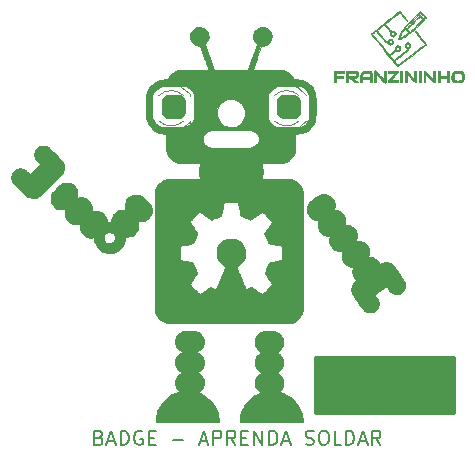
<source format=gto>
G04 #@! TF.GenerationSoftware,KiCad,Pcbnew,(5.0.0)*
G04 #@! TF.CreationDate,2018-09-21T20:05:04-03:00*
G04 #@! TF.ProjectId,badge00,626164676530302E6B696361645F7063,rev?*
G04 #@! TF.SameCoordinates,Original*
G04 #@! TF.FileFunction,Legend,Top*
G04 #@! TF.FilePolarity,Positive*
%FSLAX46Y46*%
G04 Gerber Fmt 4.6, Leading zero omitted, Abs format (unit mm)*
G04 Created by KiCad (PCBNEW (5.0.0)) date 09/21/18 20:05:04*
%MOMM*%
%LPD*%
G01*
G04 APERTURE LIST*
%ADD10C,0.200000*%
%ADD11C,0.120000*%
%ADD12C,0.010000*%
%ADD13C,0.254000*%
G04 APERTURE END LIST*
D10*
X118857142Y-85914285D02*
X119028571Y-85971428D01*
X119085714Y-86028571D01*
X119142857Y-86142857D01*
X119142857Y-86314285D01*
X119085714Y-86428571D01*
X119028571Y-86485714D01*
X118914285Y-86542857D01*
X118457142Y-86542857D01*
X118457142Y-85342857D01*
X118857142Y-85342857D01*
X118971428Y-85400000D01*
X119028571Y-85457142D01*
X119085714Y-85571428D01*
X119085714Y-85685714D01*
X119028571Y-85800000D01*
X118971428Y-85857142D01*
X118857142Y-85914285D01*
X118457142Y-85914285D01*
X119600000Y-86200000D02*
X120171428Y-86200000D01*
X119485714Y-86542857D02*
X119885714Y-85342857D01*
X120285714Y-86542857D01*
X120685714Y-86542857D02*
X120685714Y-85342857D01*
X120971428Y-85342857D01*
X121142857Y-85400000D01*
X121257142Y-85514285D01*
X121314285Y-85628571D01*
X121371428Y-85857142D01*
X121371428Y-86028571D01*
X121314285Y-86257142D01*
X121257142Y-86371428D01*
X121142857Y-86485714D01*
X120971428Y-86542857D01*
X120685714Y-86542857D01*
X122514285Y-85400000D02*
X122400000Y-85342857D01*
X122228571Y-85342857D01*
X122057142Y-85400000D01*
X121942857Y-85514285D01*
X121885714Y-85628571D01*
X121828571Y-85857142D01*
X121828571Y-86028571D01*
X121885714Y-86257142D01*
X121942857Y-86371428D01*
X122057142Y-86485714D01*
X122228571Y-86542857D01*
X122342857Y-86542857D01*
X122514285Y-86485714D01*
X122571428Y-86428571D01*
X122571428Y-86028571D01*
X122342857Y-86028571D01*
X123085714Y-85914285D02*
X123485714Y-85914285D01*
X123657142Y-86542857D02*
X123085714Y-86542857D01*
X123085714Y-85342857D01*
X123657142Y-85342857D01*
X125085714Y-86085714D02*
X126000000Y-86085714D01*
X127428571Y-86200000D02*
X128000000Y-86200000D01*
X127314285Y-86542857D02*
X127714285Y-85342857D01*
X128114285Y-86542857D01*
X128514285Y-86542857D02*
X128514285Y-85342857D01*
X128971428Y-85342857D01*
X129085714Y-85400000D01*
X129142857Y-85457142D01*
X129200000Y-85571428D01*
X129200000Y-85742857D01*
X129142857Y-85857142D01*
X129085714Y-85914285D01*
X128971428Y-85971428D01*
X128514285Y-85971428D01*
X130400000Y-86542857D02*
X130000000Y-85971428D01*
X129714285Y-86542857D02*
X129714285Y-85342857D01*
X130171428Y-85342857D01*
X130285714Y-85400000D01*
X130342857Y-85457142D01*
X130400000Y-85571428D01*
X130400000Y-85742857D01*
X130342857Y-85857142D01*
X130285714Y-85914285D01*
X130171428Y-85971428D01*
X129714285Y-85971428D01*
X130914285Y-85914285D02*
X131314285Y-85914285D01*
X131485714Y-86542857D02*
X130914285Y-86542857D01*
X130914285Y-85342857D01*
X131485714Y-85342857D01*
X132000000Y-86542857D02*
X132000000Y-85342857D01*
X132685714Y-86542857D01*
X132685714Y-85342857D01*
X133257142Y-86542857D02*
X133257142Y-85342857D01*
X133542857Y-85342857D01*
X133714285Y-85400000D01*
X133828571Y-85514285D01*
X133885714Y-85628571D01*
X133942857Y-85857142D01*
X133942857Y-86028571D01*
X133885714Y-86257142D01*
X133828571Y-86371428D01*
X133714285Y-86485714D01*
X133542857Y-86542857D01*
X133257142Y-86542857D01*
X134400000Y-86200000D02*
X134971428Y-86200000D01*
X134285714Y-86542857D02*
X134685714Y-85342857D01*
X135085714Y-86542857D01*
X136342857Y-86485714D02*
X136514285Y-86542857D01*
X136800000Y-86542857D01*
X136914285Y-86485714D01*
X136971428Y-86428571D01*
X137028571Y-86314285D01*
X137028571Y-86200000D01*
X136971428Y-86085714D01*
X136914285Y-86028571D01*
X136800000Y-85971428D01*
X136571428Y-85914285D01*
X136457142Y-85857142D01*
X136400000Y-85800000D01*
X136342857Y-85685714D01*
X136342857Y-85571428D01*
X136400000Y-85457142D01*
X136457142Y-85400000D01*
X136571428Y-85342857D01*
X136857142Y-85342857D01*
X137028571Y-85400000D01*
X137771428Y-85342857D02*
X138000000Y-85342857D01*
X138114285Y-85400000D01*
X138228571Y-85514285D01*
X138285714Y-85742857D01*
X138285714Y-86142857D01*
X138228571Y-86371428D01*
X138114285Y-86485714D01*
X138000000Y-86542857D01*
X137771428Y-86542857D01*
X137657142Y-86485714D01*
X137542857Y-86371428D01*
X137485714Y-86142857D01*
X137485714Y-85742857D01*
X137542857Y-85514285D01*
X137657142Y-85400000D01*
X137771428Y-85342857D01*
X139371428Y-86542857D02*
X138800000Y-86542857D01*
X138800000Y-85342857D01*
X139771428Y-86542857D02*
X139771428Y-85342857D01*
X140057142Y-85342857D01*
X140228571Y-85400000D01*
X140342857Y-85514285D01*
X140400000Y-85628571D01*
X140457142Y-85857142D01*
X140457142Y-86028571D01*
X140400000Y-86257142D01*
X140342857Y-86371428D01*
X140228571Y-86485714D01*
X140057142Y-86542857D01*
X139771428Y-86542857D01*
X140914285Y-86200000D02*
X141485714Y-86200000D01*
X140800000Y-86542857D02*
X141200000Y-85342857D01*
X141600000Y-86542857D01*
X142685714Y-86542857D02*
X142285714Y-85971428D01*
X142000000Y-86542857D02*
X142000000Y-85342857D01*
X142457142Y-85342857D01*
X142571428Y-85400000D01*
X142628571Y-85457142D01*
X142685714Y-85571428D01*
X142685714Y-85742857D01*
X142628571Y-85857142D01*
X142571428Y-85914285D01*
X142457142Y-85971428D01*
X142000000Y-85971428D01*
D11*
G04 #@! TO.C,D1*
X123295665Y-59117608D02*
G75*
G03X126528000Y-59274516I1672335J1078608D01*
G01*
X123295665Y-56960392D02*
G75*
G02X126528000Y-56803484I1672335J-1078608D01*
G01*
X123926870Y-59118837D02*
G75*
G03X126008961Y-59119000I1041130J1079837D01*
G01*
X123926870Y-56959163D02*
G75*
G02X126008961Y-56959000I1041130J-1079837D01*
G01*
X126528000Y-59275000D02*
X126528000Y-59119000D01*
X126528000Y-56959000D02*
X126528000Y-56803000D01*
G04 #@! TO.C,D2*
X136419335Y-56960392D02*
G75*
G03X133187000Y-56803484I-1672335J-1078608D01*
G01*
X136419335Y-59117608D02*
G75*
G02X133187000Y-59274516I-1672335J1078608D01*
G01*
X135788130Y-56959163D02*
G75*
G03X133706039Y-56959000I-1041130J-1079837D01*
G01*
X135788130Y-59118837D02*
G75*
G02X133706039Y-59119000I-1041130J1079837D01*
G01*
X133187000Y-56803000D02*
X133187000Y-56959000D01*
X133187000Y-59119000D02*
X133187000Y-59275000D01*
D12*
G04 #@! TO.C,G\002A\002A\002A*
G36*
X135022686Y-56893475D02*
X135126102Y-56894013D01*
X135208198Y-56895119D01*
X135272426Y-56896963D01*
X135322237Y-56899714D01*
X135361081Y-56903543D01*
X135392409Y-56908620D01*
X135419673Y-56915115D01*
X135436494Y-56920067D01*
X135556831Y-56971805D01*
X135662737Y-57046087D01*
X135751386Y-57139730D01*
X135819954Y-57249552D01*
X135865617Y-57372373D01*
X135874930Y-57413903D01*
X135879291Y-57452341D01*
X135882844Y-57514200D01*
X135885587Y-57594691D01*
X135887521Y-57689024D01*
X135888646Y-57792409D01*
X135888961Y-57900057D01*
X135888468Y-58007180D01*
X135887165Y-58108986D01*
X135885053Y-58200687D01*
X135882132Y-58277493D01*
X135878402Y-58334615D01*
X135874930Y-58362429D01*
X135837195Y-58488737D01*
X135775650Y-58603065D01*
X135693119Y-58702232D01*
X135592429Y-58783056D01*
X135476403Y-58842355D01*
X135436494Y-58856265D01*
X135410254Y-58863704D01*
X135382286Y-58869623D01*
X135349161Y-58874185D01*
X135307453Y-58877552D01*
X135253734Y-58879887D01*
X135184577Y-58881354D01*
X135096555Y-58882114D01*
X134986239Y-58882332D01*
X134889715Y-58882241D01*
X134760307Y-58881875D01*
X134655747Y-58881137D01*
X134572661Y-58879862D01*
X134507675Y-58877886D01*
X134457415Y-58875043D01*
X134418508Y-58871167D01*
X134387580Y-58866095D01*
X134361256Y-58859661D01*
X134348368Y-58855754D01*
X134242377Y-58812769D01*
X134151755Y-58754358D01*
X134073888Y-58682238D01*
X134010416Y-58606975D01*
X133964695Y-58530966D01*
X133929674Y-58441921D01*
X133922390Y-58418300D01*
X133915849Y-58391920D01*
X133910646Y-58359554D01*
X133906642Y-58317924D01*
X133903695Y-58263753D01*
X133901665Y-58193762D01*
X133900413Y-58104674D01*
X133899796Y-57993212D01*
X133899667Y-57888166D01*
X133899902Y-57751495D01*
X133900868Y-57639517D01*
X133902956Y-57548704D01*
X133906559Y-57475530D01*
X133912066Y-57416468D01*
X133919870Y-57367989D01*
X133930362Y-57326567D01*
X133943933Y-57288675D01*
X133960974Y-57250786D01*
X133973088Y-57226468D01*
X134030206Y-57140730D01*
X134108788Y-57060440D01*
X134202078Y-56991054D01*
X134303318Y-56938029D01*
X134352506Y-56920067D01*
X134378980Y-56912580D01*
X134407321Y-56906620D01*
X134440981Y-56902016D01*
X134483410Y-56898599D01*
X134538059Y-56896197D01*
X134608380Y-56894641D01*
X134697823Y-56893761D01*
X134809839Y-56893386D01*
X134894500Y-56893333D01*
X135022686Y-56893475D01*
X135022686Y-56893475D01*
G37*
X135022686Y-56893475D02*
X135126102Y-56894013D01*
X135208198Y-56895119D01*
X135272426Y-56896963D01*
X135322237Y-56899714D01*
X135361081Y-56903543D01*
X135392409Y-56908620D01*
X135419673Y-56915115D01*
X135436494Y-56920067D01*
X135556831Y-56971805D01*
X135662737Y-57046087D01*
X135751386Y-57139730D01*
X135819954Y-57249552D01*
X135865617Y-57372373D01*
X135874930Y-57413903D01*
X135879291Y-57452341D01*
X135882844Y-57514200D01*
X135885587Y-57594691D01*
X135887521Y-57689024D01*
X135888646Y-57792409D01*
X135888961Y-57900057D01*
X135888468Y-58007180D01*
X135887165Y-58108986D01*
X135885053Y-58200687D01*
X135882132Y-58277493D01*
X135878402Y-58334615D01*
X135874930Y-58362429D01*
X135837195Y-58488737D01*
X135775650Y-58603065D01*
X135693119Y-58702232D01*
X135592429Y-58783056D01*
X135476403Y-58842355D01*
X135436494Y-58856265D01*
X135410254Y-58863704D01*
X135382286Y-58869623D01*
X135349161Y-58874185D01*
X135307453Y-58877552D01*
X135253734Y-58879887D01*
X135184577Y-58881354D01*
X135096555Y-58882114D01*
X134986239Y-58882332D01*
X134889715Y-58882241D01*
X134760307Y-58881875D01*
X134655747Y-58881137D01*
X134572661Y-58879862D01*
X134507675Y-58877886D01*
X134457415Y-58875043D01*
X134418508Y-58871167D01*
X134387580Y-58866095D01*
X134361256Y-58859661D01*
X134348368Y-58855754D01*
X134242377Y-58812769D01*
X134151755Y-58754358D01*
X134073888Y-58682238D01*
X134010416Y-58606975D01*
X133964695Y-58530966D01*
X133929674Y-58441921D01*
X133922390Y-58418300D01*
X133915849Y-58391920D01*
X133910646Y-58359554D01*
X133906642Y-58317924D01*
X133903695Y-58263753D01*
X133901665Y-58193762D01*
X133900413Y-58104674D01*
X133899796Y-57993212D01*
X133899667Y-57888166D01*
X133899902Y-57751495D01*
X133900868Y-57639517D01*
X133902956Y-57548704D01*
X133906559Y-57475530D01*
X133912066Y-57416468D01*
X133919870Y-57367989D01*
X133930362Y-57326567D01*
X133943933Y-57288675D01*
X133960974Y-57250786D01*
X133973088Y-57226468D01*
X134030206Y-57140730D01*
X134108788Y-57060440D01*
X134202078Y-56991054D01*
X134303318Y-56938029D01*
X134352506Y-56920067D01*
X134378980Y-56912580D01*
X134407321Y-56906620D01*
X134440981Y-56902016D01*
X134483410Y-56898599D01*
X134538059Y-56896197D01*
X134608380Y-56894641D01*
X134697823Y-56893761D01*
X134809839Y-56893386D01*
X134894500Y-56893333D01*
X135022686Y-56893475D01*
G36*
X125452748Y-56895545D02*
X125531229Y-56898313D01*
X125594727Y-56903000D01*
X125646550Y-56909909D01*
X125690006Y-56919345D01*
X125728402Y-56931614D01*
X125765047Y-56947019D01*
X125791667Y-56959954D01*
X125857044Y-57001129D01*
X125926301Y-57058034D01*
X125990388Y-57122234D01*
X126040252Y-57185292D01*
X126049827Y-57200557D01*
X126072822Y-57241478D01*
X126091482Y-57280173D01*
X126106255Y-57320123D01*
X126117590Y-57364805D01*
X126125936Y-57417699D01*
X126131742Y-57482284D01*
X126135457Y-57562037D01*
X126137529Y-57660439D01*
X126138409Y-57780968D01*
X126138556Y-57888166D01*
X126138277Y-58027606D01*
X126137143Y-58142305D01*
X126134703Y-58235743D01*
X126130510Y-58311398D01*
X126124114Y-58372749D01*
X126115066Y-58423275D01*
X126102918Y-58466455D01*
X126087220Y-58505767D01*
X126067524Y-58544692D01*
X126049827Y-58575775D01*
X126010477Y-58630409D01*
X125956028Y-58689996D01*
X125894922Y-58746454D01*
X125835602Y-58791699D01*
X125805909Y-58809329D01*
X125766420Y-58828644D01*
X125729213Y-58844260D01*
X125690789Y-58856555D01*
X125647649Y-58865909D01*
X125596294Y-58872699D01*
X125533224Y-58877304D01*
X125454941Y-58880102D01*
X125357946Y-58881471D01*
X125238740Y-58881789D01*
X125137633Y-58881582D01*
X125023864Y-58880847D01*
X124916937Y-58879427D01*
X124820712Y-58877430D01*
X124739046Y-58874963D01*
X124675794Y-58872133D01*
X124634815Y-58869047D01*
X124623273Y-58867304D01*
X124518448Y-58829223D01*
X124417763Y-58767240D01*
X124326329Y-58685657D01*
X124249253Y-58588777D01*
X124208415Y-58517909D01*
X124155945Y-58411741D01*
X124155945Y-57366055D01*
X124206929Y-57259298D01*
X124276427Y-57143479D01*
X124364866Y-57048383D01*
X124473580Y-56972674D01*
X124514854Y-56951373D01*
X124621611Y-56900389D01*
X125094333Y-56895698D01*
X125237608Y-56894542D01*
X125355977Y-56894389D01*
X125452748Y-56895545D01*
X125452748Y-56895545D01*
G37*
X125452748Y-56895545D02*
X125531229Y-56898313D01*
X125594727Y-56903000D01*
X125646550Y-56909909D01*
X125690006Y-56919345D01*
X125728402Y-56931614D01*
X125765047Y-56947019D01*
X125791667Y-56959954D01*
X125857044Y-57001129D01*
X125926301Y-57058034D01*
X125990388Y-57122234D01*
X126040252Y-57185292D01*
X126049827Y-57200557D01*
X126072822Y-57241478D01*
X126091482Y-57280173D01*
X126106255Y-57320123D01*
X126117590Y-57364805D01*
X126125936Y-57417699D01*
X126131742Y-57482284D01*
X126135457Y-57562037D01*
X126137529Y-57660439D01*
X126138409Y-57780968D01*
X126138556Y-57888166D01*
X126138277Y-58027606D01*
X126137143Y-58142305D01*
X126134703Y-58235743D01*
X126130510Y-58311398D01*
X126124114Y-58372749D01*
X126115066Y-58423275D01*
X126102918Y-58466455D01*
X126087220Y-58505767D01*
X126067524Y-58544692D01*
X126049827Y-58575775D01*
X126010477Y-58630409D01*
X125956028Y-58689996D01*
X125894922Y-58746454D01*
X125835602Y-58791699D01*
X125805909Y-58809329D01*
X125766420Y-58828644D01*
X125729213Y-58844260D01*
X125690789Y-58856555D01*
X125647649Y-58865909D01*
X125596294Y-58872699D01*
X125533224Y-58877304D01*
X125454941Y-58880102D01*
X125357946Y-58881471D01*
X125238740Y-58881789D01*
X125137633Y-58881582D01*
X125023864Y-58880847D01*
X124916937Y-58879427D01*
X124820712Y-58877430D01*
X124739046Y-58874963D01*
X124675794Y-58872133D01*
X124634815Y-58869047D01*
X124623273Y-58867304D01*
X124518448Y-58829223D01*
X124417763Y-58767240D01*
X124326329Y-58685657D01*
X124249253Y-58588777D01*
X124208415Y-58517909D01*
X124155945Y-58411741D01*
X124155945Y-57366055D01*
X124206929Y-57259298D01*
X124276427Y-57143479D01*
X124364866Y-57048383D01*
X124473580Y-56972674D01*
X124514854Y-56951373D01*
X124621611Y-56900389D01*
X125094333Y-56895698D01*
X125237608Y-56894542D01*
X125355977Y-56894389D01*
X125452748Y-56895545D01*
G36*
X114194840Y-61196847D02*
X114292459Y-61209121D01*
X114320500Y-61215805D01*
X114360730Y-61227168D01*
X114396935Y-61238770D01*
X114431078Y-61252223D01*
X114465118Y-61269136D01*
X114501018Y-61291121D01*
X114540738Y-61319789D01*
X114586240Y-61356750D01*
X114639483Y-61403616D01*
X114702431Y-61461996D01*
X114777043Y-61533503D01*
X114865280Y-61619746D01*
X114969104Y-61722337D01*
X115090476Y-61842887D01*
X115121558Y-61873798D01*
X115258069Y-62010166D01*
X115379515Y-62132708D01*
X115485062Y-62240551D01*
X115573872Y-62332824D01*
X115645111Y-62408653D01*
X115697942Y-62467166D01*
X115731528Y-62507490D01*
X115740054Y-62519337D01*
X115807689Y-62645682D01*
X115855826Y-62785518D01*
X115882725Y-62931292D01*
X115886646Y-63075454D01*
X115881253Y-63132003D01*
X115856688Y-63263641D01*
X115818805Y-63380664D01*
X115764281Y-63490084D01*
X115689792Y-63598911D01*
X115620194Y-63682811D01*
X115583916Y-63722448D01*
X115531051Y-63778084D01*
X115463424Y-63847916D01*
X115382860Y-63930142D01*
X115291185Y-64022958D01*
X115190224Y-64124563D01*
X115081803Y-64233153D01*
X114967747Y-64346927D01*
X114849881Y-64464080D01*
X114730031Y-64582812D01*
X114610022Y-64701319D01*
X114491680Y-64817799D01*
X114376830Y-64930448D01*
X114267297Y-65037465D01*
X114164908Y-65137047D01*
X114071486Y-65227390D01*
X113988858Y-65306694D01*
X113918849Y-65373154D01*
X113863285Y-65424969D01*
X113823991Y-65460335D01*
X113802992Y-65477321D01*
X113666607Y-65551084D01*
X113520494Y-65602783D01*
X113370203Y-65631144D01*
X113221280Y-65634894D01*
X113149712Y-65627243D01*
X112998580Y-65591697D01*
X112854740Y-65532113D01*
X112714718Y-65446870D01*
X112637780Y-65388222D01*
X112608519Y-65362536D01*
X112561767Y-65319204D01*
X112499953Y-65260574D01*
X112425507Y-65188992D01*
X112340857Y-65106805D01*
X112248432Y-65016361D01*
X112150661Y-64920007D01*
X112053675Y-64823777D01*
X111938742Y-64709132D01*
X111842233Y-64612294D01*
X111762379Y-64531352D01*
X111697410Y-64464398D01*
X111645555Y-64409523D01*
X111605047Y-64364817D01*
X111574114Y-64328371D01*
X111550987Y-64298277D01*
X111533896Y-64272624D01*
X111521072Y-64249505D01*
X111520743Y-64248847D01*
X111465651Y-64109244D01*
X111437512Y-63967793D01*
X111435899Y-63827251D01*
X111460385Y-63690376D01*
X111510544Y-63559924D01*
X111585950Y-63438652D01*
X111658926Y-63355273D01*
X111770892Y-63262769D01*
X111894887Y-63194792D01*
X112027802Y-63152049D01*
X112166527Y-63135250D01*
X112307951Y-63145102D01*
X112436880Y-63178005D01*
X112504359Y-63204905D01*
X112568055Y-63238498D01*
X112632486Y-63282075D01*
X112702174Y-63338925D01*
X112781638Y-63412339D01*
X112845732Y-63475579D01*
X113007852Y-63638590D01*
X113441278Y-63205333D01*
X113874705Y-62772076D01*
X113693844Y-62586899D01*
X113599468Y-62486143D01*
X113525589Y-62396893D01*
X113469521Y-62314561D01*
X113428580Y-62234558D01*
X113400080Y-62152293D01*
X113381336Y-62063179D01*
X113379252Y-62049305D01*
X113372973Y-61910339D01*
X113392970Y-61774925D01*
X113437299Y-61646163D01*
X113504019Y-61527151D01*
X113591185Y-61420988D01*
X113696856Y-61330774D01*
X113819089Y-61259607D01*
X113893171Y-61229533D01*
X113983374Y-61207433D01*
X114087871Y-61196410D01*
X114194840Y-61196847D01*
X114194840Y-61196847D01*
G37*
X114194840Y-61196847D02*
X114292459Y-61209121D01*
X114320500Y-61215805D01*
X114360730Y-61227168D01*
X114396935Y-61238770D01*
X114431078Y-61252223D01*
X114465118Y-61269136D01*
X114501018Y-61291121D01*
X114540738Y-61319789D01*
X114586240Y-61356750D01*
X114639483Y-61403616D01*
X114702431Y-61461996D01*
X114777043Y-61533503D01*
X114865280Y-61619746D01*
X114969104Y-61722337D01*
X115090476Y-61842887D01*
X115121558Y-61873798D01*
X115258069Y-62010166D01*
X115379515Y-62132708D01*
X115485062Y-62240551D01*
X115573872Y-62332824D01*
X115645111Y-62408653D01*
X115697942Y-62467166D01*
X115731528Y-62507490D01*
X115740054Y-62519337D01*
X115807689Y-62645682D01*
X115855826Y-62785518D01*
X115882725Y-62931292D01*
X115886646Y-63075454D01*
X115881253Y-63132003D01*
X115856688Y-63263641D01*
X115818805Y-63380664D01*
X115764281Y-63490084D01*
X115689792Y-63598911D01*
X115620194Y-63682811D01*
X115583916Y-63722448D01*
X115531051Y-63778084D01*
X115463424Y-63847916D01*
X115382860Y-63930142D01*
X115291185Y-64022958D01*
X115190224Y-64124563D01*
X115081803Y-64233153D01*
X114967747Y-64346927D01*
X114849881Y-64464080D01*
X114730031Y-64582812D01*
X114610022Y-64701319D01*
X114491680Y-64817799D01*
X114376830Y-64930448D01*
X114267297Y-65037465D01*
X114164908Y-65137047D01*
X114071486Y-65227390D01*
X113988858Y-65306694D01*
X113918849Y-65373154D01*
X113863285Y-65424969D01*
X113823991Y-65460335D01*
X113802992Y-65477321D01*
X113666607Y-65551084D01*
X113520494Y-65602783D01*
X113370203Y-65631144D01*
X113221280Y-65634894D01*
X113149712Y-65627243D01*
X112998580Y-65591697D01*
X112854740Y-65532113D01*
X112714718Y-65446870D01*
X112637780Y-65388222D01*
X112608519Y-65362536D01*
X112561767Y-65319204D01*
X112499953Y-65260574D01*
X112425507Y-65188992D01*
X112340857Y-65106805D01*
X112248432Y-65016361D01*
X112150661Y-64920007D01*
X112053675Y-64823777D01*
X111938742Y-64709132D01*
X111842233Y-64612294D01*
X111762379Y-64531352D01*
X111697410Y-64464398D01*
X111645555Y-64409523D01*
X111605047Y-64364817D01*
X111574114Y-64328371D01*
X111550987Y-64298277D01*
X111533896Y-64272624D01*
X111521072Y-64249505D01*
X111520743Y-64248847D01*
X111465651Y-64109244D01*
X111437512Y-63967793D01*
X111435899Y-63827251D01*
X111460385Y-63690376D01*
X111510544Y-63559924D01*
X111585950Y-63438652D01*
X111658926Y-63355273D01*
X111770892Y-63262769D01*
X111894887Y-63194792D01*
X112027802Y-63152049D01*
X112166527Y-63135250D01*
X112307951Y-63145102D01*
X112436880Y-63178005D01*
X112504359Y-63204905D01*
X112568055Y-63238498D01*
X112632486Y-63282075D01*
X112702174Y-63338925D01*
X112781638Y-63412339D01*
X112845732Y-63475579D01*
X113007852Y-63638590D01*
X113441278Y-63205333D01*
X113874705Y-62772076D01*
X113693844Y-62586899D01*
X113599468Y-62486143D01*
X113525589Y-62396893D01*
X113469521Y-62314561D01*
X113428580Y-62234558D01*
X113400080Y-62152293D01*
X113381336Y-62063179D01*
X113379252Y-62049305D01*
X113372973Y-61910339D01*
X113392970Y-61774925D01*
X113437299Y-61646163D01*
X113504019Y-61527151D01*
X113591185Y-61420988D01*
X113696856Y-61330774D01*
X113819089Y-61259607D01*
X113893171Y-61229533D01*
X113983374Y-61207433D01*
X114087871Y-61196410D01*
X114194840Y-61196847D01*
G36*
X116187700Y-64331908D02*
X116282568Y-64342188D01*
X116317684Y-64349526D01*
X116467594Y-64400618D01*
X116603311Y-64473762D01*
X116723282Y-64566255D01*
X116825952Y-64675393D01*
X116909767Y-64798473D01*
X116973173Y-64932792D01*
X117014617Y-65075645D01*
X117032545Y-65224330D01*
X117025401Y-65376143D01*
X116992925Y-65524234D01*
X116979349Y-65571073D01*
X116970897Y-65606011D01*
X116969341Y-65621693D01*
X116969424Y-65621794D01*
X116984494Y-65620619D01*
X117016970Y-65611877D01*
X117036895Y-65605361D01*
X117164505Y-65575057D01*
X117303105Y-65566381D01*
X117446431Y-65578623D01*
X117588219Y-65611078D01*
X117722206Y-65663037D01*
X117770667Y-65688251D01*
X117841077Y-65736266D01*
X117917475Y-65802230D01*
X117992989Y-65878967D01*
X118060746Y-65959304D01*
X118113875Y-66036067D01*
X118128029Y-66061315D01*
X118187319Y-66203215D01*
X118223640Y-66352892D01*
X118236194Y-66504463D01*
X118224182Y-66652049D01*
X118214646Y-66699067D01*
X118204368Y-66745472D01*
X118198115Y-66779335D01*
X118197216Y-66793059D01*
X118211393Y-66790685D01*
X118245498Y-66781009D01*
X118292793Y-66765976D01*
X118304277Y-66762150D01*
X118422706Y-66733001D01*
X118553349Y-66718740D01*
X118684022Y-66720074D01*
X118786667Y-66734135D01*
X118935243Y-66779513D01*
X119073149Y-66849300D01*
X119197594Y-66940806D01*
X119305787Y-67051338D01*
X119394935Y-67178206D01*
X119462248Y-67318719D01*
X119492617Y-67414711D01*
X119506764Y-67483222D01*
X119516783Y-67556939D01*
X119520445Y-67617927D01*
X119520445Y-67712340D01*
X119594528Y-67699702D01*
X119645129Y-67694674D01*
X119710821Y-67692990D01*
X119778638Y-67694925D01*
X119788556Y-67695570D01*
X119908500Y-67704076D01*
X119903893Y-67581802D01*
X119910096Y-67432213D01*
X119941184Y-67288227D01*
X119998430Y-67144111D01*
X120003409Y-67133951D01*
X120037602Y-67070879D01*
X120075385Y-67015284D01*
X120123149Y-66958727D01*
X120182248Y-66897746D01*
X120294309Y-66799295D01*
X120408335Y-66725673D01*
X120529808Y-66673710D01*
X120607000Y-66651970D01*
X120693838Y-66637976D01*
X120795009Y-66631634D01*
X120898820Y-66632989D01*
X120993580Y-66642086D01*
X121037273Y-66650327D01*
X121081821Y-66660355D01*
X121113343Y-66666598D01*
X121124208Y-66667746D01*
X121121175Y-66654239D01*
X121110998Y-66620581D01*
X121095682Y-66573316D01*
X121091051Y-66559444D01*
X121061072Y-66436784D01*
X121047418Y-66302539D01*
X121050762Y-66168609D01*
X121063944Y-66079666D01*
X121107541Y-65937104D01*
X121175118Y-65801696D01*
X121263304Y-65677807D01*
X121368733Y-65569801D01*
X121488034Y-65482043D01*
X121552445Y-65446823D01*
X121660924Y-65399130D01*
X121759530Y-65368122D01*
X121859022Y-65351233D01*
X121970164Y-65345898D01*
X121975778Y-65345889D01*
X122089599Y-65350941D01*
X122190920Y-65367848D01*
X122290750Y-65399231D01*
X122397157Y-65446270D01*
X122434903Y-65465624D01*
X122469958Y-65486137D01*
X122505651Y-65510529D01*
X122545316Y-65541525D01*
X122592282Y-65581846D01*
X122649880Y-65634214D01*
X122721443Y-65701353D01*
X122795384Y-65771729D01*
X122901927Y-65874562D01*
X122989566Y-65961809D01*
X123060747Y-66036338D01*
X123117919Y-66101018D01*
X123163530Y-66158715D01*
X123200027Y-66212298D01*
X123229859Y-66264636D01*
X123248146Y-66302199D01*
X123290467Y-66409750D01*
X123316346Y-66515510D01*
X123327561Y-66629253D01*
X123327043Y-66735833D01*
X123310732Y-66889763D01*
X123273488Y-67027969D01*
X123213336Y-67154953D01*
X123128300Y-67275215D01*
X123054894Y-67355812D01*
X122946355Y-67447648D01*
X122820286Y-67524522D01*
X122685592Y-67581350D01*
X122631945Y-67597164D01*
X122560173Y-67609795D01*
X122471878Y-67616738D01*
X122377206Y-67617969D01*
X122286302Y-67613464D01*
X122209312Y-67603199D01*
X122187463Y-67598223D01*
X122145119Y-67587531D01*
X122115996Y-67581081D01*
X122107583Y-67580129D01*
X122110803Y-67593540D01*
X122121387Y-67627046D01*
X122137256Y-67674147D01*
X122142171Y-67688333D01*
X122158022Y-67737212D01*
X122168647Y-67781211D01*
X122175073Y-67828299D01*
X122178328Y-67886439D01*
X122179439Y-67963598D01*
X122179485Y-67977611D01*
X122179091Y-68056985D01*
X122176761Y-68116176D01*
X122171434Y-68163208D01*
X122162048Y-68206106D01*
X122147542Y-68252895D01*
X122140311Y-68273809D01*
X122083033Y-68408717D01*
X122010862Y-68525440D01*
X121918604Y-68632298D01*
X121912988Y-68637911D01*
X121795012Y-68739028D01*
X121669617Y-68814273D01*
X121533498Y-68865062D01*
X121383349Y-68892812D01*
X121305500Y-68898358D01*
X121234907Y-68899593D01*
X121168141Y-68898101D01*
X121114264Y-68894218D01*
X121089454Y-68890347D01*
X121028630Y-68876283D01*
X121037547Y-68949058D01*
X121040339Y-69030748D01*
X121032304Y-69129735D01*
X121014673Y-69237797D01*
X120988676Y-69346715D01*
X120968039Y-69413592D01*
X120893415Y-69590195D01*
X120795914Y-69751269D01*
X120677192Y-69895237D01*
X120538904Y-70020523D01*
X120382704Y-70125551D01*
X120210249Y-70208746D01*
X120088866Y-70250769D01*
X120025958Y-70267649D01*
X119965986Y-70279196D01*
X119899938Y-70286603D01*
X119818805Y-70291064D01*
X119774445Y-70292442D01*
X119696961Y-70293403D01*
X119623202Y-70292418D01*
X119561067Y-70289714D01*
X119518457Y-70285517D01*
X119515643Y-70285036D01*
X119345941Y-70241570D01*
X119179699Y-70174793D01*
X119022588Y-70087837D01*
X118880276Y-69983835D01*
X118759909Y-69867578D01*
X118651867Y-69727166D01*
X118562767Y-69571903D01*
X118494756Y-69407008D01*
X118449981Y-69237698D01*
X118430588Y-69069191D01*
X118430513Y-69067036D01*
X118426926Y-69007642D01*
X118426875Y-69007359D01*
X119245675Y-69007359D01*
X119245675Y-69007425D01*
X119257218Y-69121184D01*
X119292026Y-69220740D01*
X119351660Y-69309926D01*
X119382103Y-69342845D01*
X119474026Y-69416214D01*
X119576007Y-69463731D01*
X119685789Y-69484938D01*
X119801118Y-69479377D01*
X119910576Y-69450079D01*
X120003269Y-69400880D01*
X120083630Y-69328167D01*
X120148196Y-69235218D01*
X120158454Y-69215415D01*
X120182957Y-69161933D01*
X120196969Y-69117775D01*
X120203284Y-69070413D01*
X120204695Y-69008019D01*
X120202642Y-68941428D01*
X120194981Y-68890173D01*
X120179169Y-68841532D01*
X120164801Y-68808509D01*
X120103900Y-68708956D01*
X120021812Y-68627745D01*
X119922611Y-68567466D01*
X119822824Y-68535303D01*
X119715627Y-68525862D01*
X119609635Y-68539184D01*
X119532862Y-68565624D01*
X119431913Y-68625865D01*
X119351745Y-68704447D01*
X119291276Y-68800805D01*
X119267013Y-68853779D01*
X119253155Y-68897572D01*
X119246957Y-68944620D01*
X119245675Y-69007359D01*
X118426875Y-69007359D01*
X118420814Y-68974121D01*
X118411723Y-68964204D01*
X118410126Y-68964592D01*
X118359208Y-68977375D01*
X118289442Y-68986598D01*
X118210042Y-68991705D01*
X118130221Y-68992139D01*
X118059192Y-68987345D01*
X118050944Y-68986289D01*
X117894718Y-68953482D01*
X117755068Y-68899225D01*
X117628271Y-68821678D01*
X117510882Y-68719280D01*
X117406438Y-68597196D01*
X117328818Y-68468557D01*
X117276882Y-68330612D01*
X117249489Y-68180612D01*
X117244309Y-68076389D01*
X117247298Y-67968084D01*
X117257937Y-67879717D01*
X117277271Y-67803787D01*
X117285588Y-67780571D01*
X117281182Y-67772988D01*
X117256292Y-67776765D01*
X117208527Y-67792297D01*
X117203606Y-67794073D01*
X117045169Y-67837588D01*
X116887619Y-67852910D01*
X116731385Y-67840059D01*
X116576894Y-67799058D01*
X116479500Y-67758230D01*
X116340861Y-67677630D01*
X116223139Y-67578529D01*
X116124851Y-67459443D01*
X116049117Y-67328500D01*
X115992628Y-67182387D01*
X115960953Y-67030709D01*
X115954442Y-66878033D01*
X115973450Y-66728924D01*
X115996486Y-66645331D01*
X116028113Y-66551032D01*
X115936307Y-66578416D01*
X115852387Y-66595919D01*
X115751722Y-66605364D01*
X115644632Y-66606678D01*
X115541443Y-66599785D01*
X115452477Y-66584611D01*
X115442333Y-66581983D01*
X115295426Y-66527908D01*
X115159594Y-66450134D01*
X115037986Y-66351659D01*
X114933747Y-66235480D01*
X114850026Y-66104598D01*
X114789970Y-65962009D01*
X114789242Y-65959722D01*
X114770285Y-65876442D01*
X114759090Y-65776662D01*
X114755630Y-65669133D01*
X114759875Y-65562608D01*
X114771796Y-65465838D01*
X114791136Y-65388222D01*
X114814549Y-65326142D01*
X114840169Y-65269439D01*
X114870459Y-65214878D01*
X114907879Y-65159219D01*
X114954891Y-65099227D01*
X115013954Y-65031663D01*
X115087531Y-64953291D01*
X115178082Y-64860873D01*
X115236452Y-64802444D01*
X115334457Y-64705526D01*
X115416332Y-64626615D01*
X115485331Y-64563209D01*
X115544709Y-64512805D01*
X115597721Y-64472900D01*
X115647622Y-64440990D01*
X115697666Y-64414572D01*
X115751108Y-64391143D01*
X115791703Y-64375397D01*
X115873858Y-64352784D01*
X115973683Y-64337681D01*
X116081518Y-64330564D01*
X116187700Y-64331908D01*
X116187700Y-64331908D01*
G37*
X116187700Y-64331908D02*
X116282568Y-64342188D01*
X116317684Y-64349526D01*
X116467594Y-64400618D01*
X116603311Y-64473762D01*
X116723282Y-64566255D01*
X116825952Y-64675393D01*
X116909767Y-64798473D01*
X116973173Y-64932792D01*
X117014617Y-65075645D01*
X117032545Y-65224330D01*
X117025401Y-65376143D01*
X116992925Y-65524234D01*
X116979349Y-65571073D01*
X116970897Y-65606011D01*
X116969341Y-65621693D01*
X116969424Y-65621794D01*
X116984494Y-65620619D01*
X117016970Y-65611877D01*
X117036895Y-65605361D01*
X117164505Y-65575057D01*
X117303105Y-65566381D01*
X117446431Y-65578623D01*
X117588219Y-65611078D01*
X117722206Y-65663037D01*
X117770667Y-65688251D01*
X117841077Y-65736266D01*
X117917475Y-65802230D01*
X117992989Y-65878967D01*
X118060746Y-65959304D01*
X118113875Y-66036067D01*
X118128029Y-66061315D01*
X118187319Y-66203215D01*
X118223640Y-66352892D01*
X118236194Y-66504463D01*
X118224182Y-66652049D01*
X118214646Y-66699067D01*
X118204368Y-66745472D01*
X118198115Y-66779335D01*
X118197216Y-66793059D01*
X118211393Y-66790685D01*
X118245498Y-66781009D01*
X118292793Y-66765976D01*
X118304277Y-66762150D01*
X118422706Y-66733001D01*
X118553349Y-66718740D01*
X118684022Y-66720074D01*
X118786667Y-66734135D01*
X118935243Y-66779513D01*
X119073149Y-66849300D01*
X119197594Y-66940806D01*
X119305787Y-67051338D01*
X119394935Y-67178206D01*
X119462248Y-67318719D01*
X119492617Y-67414711D01*
X119506764Y-67483222D01*
X119516783Y-67556939D01*
X119520445Y-67617927D01*
X119520445Y-67712340D01*
X119594528Y-67699702D01*
X119645129Y-67694674D01*
X119710821Y-67692990D01*
X119778638Y-67694925D01*
X119788556Y-67695570D01*
X119908500Y-67704076D01*
X119903893Y-67581802D01*
X119910096Y-67432213D01*
X119941184Y-67288227D01*
X119998430Y-67144111D01*
X120003409Y-67133951D01*
X120037602Y-67070879D01*
X120075385Y-67015284D01*
X120123149Y-66958727D01*
X120182248Y-66897746D01*
X120294309Y-66799295D01*
X120408335Y-66725673D01*
X120529808Y-66673710D01*
X120607000Y-66651970D01*
X120693838Y-66637976D01*
X120795009Y-66631634D01*
X120898820Y-66632989D01*
X120993580Y-66642086D01*
X121037273Y-66650327D01*
X121081821Y-66660355D01*
X121113343Y-66666598D01*
X121124208Y-66667746D01*
X121121175Y-66654239D01*
X121110998Y-66620581D01*
X121095682Y-66573316D01*
X121091051Y-66559444D01*
X121061072Y-66436784D01*
X121047418Y-66302539D01*
X121050762Y-66168609D01*
X121063944Y-66079666D01*
X121107541Y-65937104D01*
X121175118Y-65801696D01*
X121263304Y-65677807D01*
X121368733Y-65569801D01*
X121488034Y-65482043D01*
X121552445Y-65446823D01*
X121660924Y-65399130D01*
X121759530Y-65368122D01*
X121859022Y-65351233D01*
X121970164Y-65345898D01*
X121975778Y-65345889D01*
X122089599Y-65350941D01*
X122190920Y-65367848D01*
X122290750Y-65399231D01*
X122397157Y-65446270D01*
X122434903Y-65465624D01*
X122469958Y-65486137D01*
X122505651Y-65510529D01*
X122545316Y-65541525D01*
X122592282Y-65581846D01*
X122649880Y-65634214D01*
X122721443Y-65701353D01*
X122795384Y-65771729D01*
X122901927Y-65874562D01*
X122989566Y-65961809D01*
X123060747Y-66036338D01*
X123117919Y-66101018D01*
X123163530Y-66158715D01*
X123200027Y-66212298D01*
X123229859Y-66264636D01*
X123248146Y-66302199D01*
X123290467Y-66409750D01*
X123316346Y-66515510D01*
X123327561Y-66629253D01*
X123327043Y-66735833D01*
X123310732Y-66889763D01*
X123273488Y-67027969D01*
X123213336Y-67154953D01*
X123128300Y-67275215D01*
X123054894Y-67355812D01*
X122946355Y-67447648D01*
X122820286Y-67524522D01*
X122685592Y-67581350D01*
X122631945Y-67597164D01*
X122560173Y-67609795D01*
X122471878Y-67616738D01*
X122377206Y-67617969D01*
X122286302Y-67613464D01*
X122209312Y-67603199D01*
X122187463Y-67598223D01*
X122145119Y-67587531D01*
X122115996Y-67581081D01*
X122107583Y-67580129D01*
X122110803Y-67593540D01*
X122121387Y-67627046D01*
X122137256Y-67674147D01*
X122142171Y-67688333D01*
X122158022Y-67737212D01*
X122168647Y-67781211D01*
X122175073Y-67828299D01*
X122178328Y-67886439D01*
X122179439Y-67963598D01*
X122179485Y-67977611D01*
X122179091Y-68056985D01*
X122176761Y-68116176D01*
X122171434Y-68163208D01*
X122162048Y-68206106D01*
X122147542Y-68252895D01*
X122140311Y-68273809D01*
X122083033Y-68408717D01*
X122010862Y-68525440D01*
X121918604Y-68632298D01*
X121912988Y-68637911D01*
X121795012Y-68739028D01*
X121669617Y-68814273D01*
X121533498Y-68865062D01*
X121383349Y-68892812D01*
X121305500Y-68898358D01*
X121234907Y-68899593D01*
X121168141Y-68898101D01*
X121114264Y-68894218D01*
X121089454Y-68890347D01*
X121028630Y-68876283D01*
X121037547Y-68949058D01*
X121040339Y-69030748D01*
X121032304Y-69129735D01*
X121014673Y-69237797D01*
X120988676Y-69346715D01*
X120968039Y-69413592D01*
X120893415Y-69590195D01*
X120795914Y-69751269D01*
X120677192Y-69895237D01*
X120538904Y-70020523D01*
X120382704Y-70125551D01*
X120210249Y-70208746D01*
X120088866Y-70250769D01*
X120025958Y-70267649D01*
X119965986Y-70279196D01*
X119899938Y-70286603D01*
X119818805Y-70291064D01*
X119774445Y-70292442D01*
X119696961Y-70293403D01*
X119623202Y-70292418D01*
X119561067Y-70289714D01*
X119518457Y-70285517D01*
X119515643Y-70285036D01*
X119345941Y-70241570D01*
X119179699Y-70174793D01*
X119022588Y-70087837D01*
X118880276Y-69983835D01*
X118759909Y-69867578D01*
X118651867Y-69727166D01*
X118562767Y-69571903D01*
X118494756Y-69407008D01*
X118449981Y-69237698D01*
X118430588Y-69069191D01*
X118430513Y-69067036D01*
X118426926Y-69007642D01*
X118426875Y-69007359D01*
X119245675Y-69007359D01*
X119245675Y-69007425D01*
X119257218Y-69121184D01*
X119292026Y-69220740D01*
X119351660Y-69309926D01*
X119382103Y-69342845D01*
X119474026Y-69416214D01*
X119576007Y-69463731D01*
X119685789Y-69484938D01*
X119801118Y-69479377D01*
X119910576Y-69450079D01*
X120003269Y-69400880D01*
X120083630Y-69328167D01*
X120148196Y-69235218D01*
X120158454Y-69215415D01*
X120182957Y-69161933D01*
X120196969Y-69117775D01*
X120203284Y-69070413D01*
X120204695Y-69008019D01*
X120202642Y-68941428D01*
X120194981Y-68890173D01*
X120179169Y-68841532D01*
X120164801Y-68808509D01*
X120103900Y-68708956D01*
X120021812Y-68627745D01*
X119922611Y-68567466D01*
X119822824Y-68535303D01*
X119715627Y-68525862D01*
X119609635Y-68539184D01*
X119532862Y-68565624D01*
X119431913Y-68625865D01*
X119351745Y-68704447D01*
X119291276Y-68800805D01*
X119267013Y-68853779D01*
X119253155Y-68897572D01*
X119246957Y-68944620D01*
X119245675Y-69007359D01*
X118426875Y-69007359D01*
X118420814Y-68974121D01*
X118411723Y-68964204D01*
X118410126Y-68964592D01*
X118359208Y-68977375D01*
X118289442Y-68986598D01*
X118210042Y-68991705D01*
X118130221Y-68992139D01*
X118059192Y-68987345D01*
X118050944Y-68986289D01*
X117894718Y-68953482D01*
X117755068Y-68899225D01*
X117628271Y-68821678D01*
X117510882Y-68719280D01*
X117406438Y-68597196D01*
X117328818Y-68468557D01*
X117276882Y-68330612D01*
X117249489Y-68180612D01*
X117244309Y-68076389D01*
X117247298Y-67968084D01*
X117257937Y-67879717D01*
X117277271Y-67803787D01*
X117285588Y-67780571D01*
X117281182Y-67772988D01*
X117256292Y-67776765D01*
X117208527Y-67792297D01*
X117203606Y-67794073D01*
X117045169Y-67837588D01*
X116887619Y-67852910D01*
X116731385Y-67840059D01*
X116576894Y-67799058D01*
X116479500Y-67758230D01*
X116340861Y-67677630D01*
X116223139Y-67578529D01*
X116124851Y-67459443D01*
X116049117Y-67328500D01*
X115992628Y-67182387D01*
X115960953Y-67030709D01*
X115954442Y-66878033D01*
X115973450Y-66728924D01*
X115996486Y-66645331D01*
X116028113Y-66551032D01*
X115936307Y-66578416D01*
X115852387Y-66595919D01*
X115751722Y-66605364D01*
X115644632Y-66606678D01*
X115541443Y-66599785D01*
X115452477Y-66584611D01*
X115442333Y-66581983D01*
X115295426Y-66527908D01*
X115159594Y-66450134D01*
X115037986Y-66351659D01*
X114933747Y-66235480D01*
X114850026Y-66104598D01*
X114789970Y-65962009D01*
X114789242Y-65959722D01*
X114770285Y-65876442D01*
X114759090Y-65776662D01*
X114755630Y-65669133D01*
X114759875Y-65562608D01*
X114771796Y-65465838D01*
X114791136Y-65388222D01*
X114814549Y-65326142D01*
X114840169Y-65269439D01*
X114870459Y-65214878D01*
X114907879Y-65159219D01*
X114954891Y-65099227D01*
X115013954Y-65031663D01*
X115087531Y-64953291D01*
X115178082Y-64860873D01*
X115236452Y-64802444D01*
X115334457Y-64705526D01*
X115416332Y-64626615D01*
X115485331Y-64563209D01*
X115544709Y-64512805D01*
X115597721Y-64472900D01*
X115647622Y-64440990D01*
X115697666Y-64414572D01*
X115751108Y-64391143D01*
X115791703Y-64375397D01*
X115873858Y-64352784D01*
X115973683Y-64337681D01*
X116081518Y-64330564D01*
X116187700Y-64331908D01*
G36*
X138029721Y-65325783D02*
X138184222Y-65364025D01*
X138327413Y-65427948D01*
X138458413Y-65517177D01*
X138554272Y-65606986D01*
X138650419Y-65728986D01*
X138724357Y-65863691D01*
X138775313Y-66007291D01*
X138802511Y-66155973D01*
X138805179Y-66305927D01*
X138782541Y-66453340D01*
X138748055Y-66561031D01*
X138716404Y-66640229D01*
X138837452Y-66649185D01*
X138957472Y-66663144D01*
X139062243Y-66687669D01*
X139163756Y-66725951D01*
X139212500Y-66748979D01*
X139347410Y-66831441D01*
X139464543Y-66934475D01*
X139562123Y-67055407D01*
X139638373Y-67191560D01*
X139691517Y-67340260D01*
X139719777Y-67498829D01*
X139721160Y-67515041D01*
X139721769Y-67608125D01*
X139711922Y-67714127D01*
X139693132Y-67820406D01*
X139677221Y-67882361D01*
X139673752Y-67899751D01*
X139680314Y-67909255D01*
X139702706Y-67913248D01*
X139746727Y-67914106D01*
X139754727Y-67914111D01*
X139887766Y-67925287D01*
X140026496Y-67957154D01*
X140160510Y-68007221D01*
X140178318Y-68015549D01*
X140301599Y-68089694D01*
X140413644Y-68186332D01*
X140510793Y-68300769D01*
X140589386Y-68428310D01*
X140645761Y-68564261D01*
X140665954Y-68640833D01*
X140684424Y-68787150D01*
X140680607Y-68935758D01*
X140655234Y-69079257D01*
X140609784Y-69208623D01*
X140591693Y-69250584D01*
X140580668Y-69281028D01*
X140578953Y-69292323D01*
X140594322Y-69292813D01*
X140630476Y-69289510D01*
X140680337Y-69283102D01*
X140693510Y-69281185D01*
X140843173Y-69272760D01*
X140991243Y-69290739D01*
X141134478Y-69333355D01*
X141269639Y-69398837D01*
X141393485Y-69485416D01*
X141502776Y-69591323D01*
X141594272Y-69714789D01*
X141639949Y-69797944D01*
X141682971Y-69896698D01*
X141711026Y-69987756D01*
X141725995Y-70080867D01*
X141729758Y-70185779D01*
X141727690Y-70252929D01*
X141721424Y-70339969D01*
X141710250Y-70412578D01*
X141691471Y-70482844D01*
X141662389Y-70562854D01*
X141653662Y-70584639D01*
X141651212Y-70598064D01*
X141661247Y-70605561D01*
X141689214Y-70608836D01*
X141733351Y-70609578D01*
X141881058Y-70623481D01*
X142031460Y-70663710D01*
X142139266Y-70708504D01*
X142248533Y-70773439D01*
X142353307Y-70858960D01*
X142446569Y-70958195D01*
X142521297Y-71064272D01*
X142542515Y-71103222D01*
X142567178Y-71152133D01*
X142586830Y-71190314D01*
X142598262Y-71211557D01*
X142599717Y-71213831D01*
X142613554Y-71210620D01*
X142645913Y-71197678D01*
X142689996Y-71177740D01*
X142693313Y-71176169D01*
X142807012Y-71129391D01*
X142917642Y-71100512D01*
X143036314Y-71087139D01*
X143114222Y-71085550D01*
X143255371Y-71095207D01*
X143385299Y-71123445D01*
X143507053Y-71171931D01*
X143623681Y-71242333D01*
X143738230Y-71336318D01*
X143853749Y-71455552D01*
X143908751Y-71520188D01*
X143938517Y-71558501D01*
X143980461Y-71615456D01*
X144032564Y-71688088D01*
X144092807Y-71773433D01*
X144159170Y-71868527D01*
X144229634Y-71970406D01*
X144302179Y-72076104D01*
X144374787Y-72182659D01*
X144445437Y-72287106D01*
X144512111Y-72386480D01*
X144572789Y-72477817D01*
X144625451Y-72558153D01*
X144668079Y-72624523D01*
X144698653Y-72673963D01*
X144715153Y-72703510D01*
X144715764Y-72704833D01*
X144761101Y-72838112D01*
X144780478Y-72973841D01*
X144775340Y-73108829D01*
X144747132Y-73239885D01*
X144697300Y-73363820D01*
X144627288Y-73477443D01*
X144538542Y-73577564D01*
X144432507Y-73660992D01*
X144310629Y-73724538D01*
X144243111Y-73748181D01*
X144155986Y-73765240D01*
X144054417Y-73771470D01*
X143949960Y-73767020D01*
X143854174Y-73752035D01*
X143819778Y-73742783D01*
X143731971Y-73711239D01*
X143655124Y-73673538D01*
X143585058Y-73626163D01*
X143517592Y-73565598D01*
X143448548Y-73488325D01*
X143373745Y-73390828D01*
X143332401Y-73332715D01*
X143286430Y-73267217D01*
X143245949Y-73210212D01*
X143213743Y-73165565D01*
X143192593Y-73137141D01*
X143185495Y-73128674D01*
X143172651Y-73135358D01*
X143139206Y-73156241D01*
X143087816Y-73189537D01*
X143021138Y-73233461D01*
X142941830Y-73286228D01*
X142852550Y-73346053D01*
X142755955Y-73411150D01*
X142654703Y-73479734D01*
X142551451Y-73550020D01*
X142448856Y-73620223D01*
X142349577Y-73688558D01*
X142270977Y-73743008D01*
X142168565Y-73814197D01*
X142286841Y-73986237D01*
X142332651Y-74054247D01*
X142375880Y-74120899D01*
X142412337Y-74179560D01*
X142437827Y-74223599D01*
X142442287Y-74232124D01*
X142493408Y-74363072D01*
X142518332Y-74496851D01*
X142518462Y-74630410D01*
X142495202Y-74760695D01*
X142449956Y-74884654D01*
X142384129Y-74999235D01*
X142299125Y-75101387D01*
X142196347Y-75188057D01*
X142077201Y-75256192D01*
X141950619Y-75300848D01*
X141861902Y-75315881D01*
X141761305Y-75320688D01*
X141661729Y-75315281D01*
X141579015Y-75300478D01*
X141517369Y-75282341D01*
X141461411Y-75261675D01*
X141409195Y-75236498D01*
X141358772Y-75204827D01*
X141308196Y-75164682D01*
X141255518Y-75114079D01*
X141198791Y-75051037D01*
X141136067Y-74973573D01*
X141065398Y-74879706D01*
X140984838Y-74767453D01*
X140892438Y-74634833D01*
X140817174Y-74525166D01*
X140744661Y-74418868D01*
X140676629Y-74318760D01*
X140614842Y-74227466D01*
X140561065Y-74147610D01*
X140517062Y-74081816D01*
X140484598Y-74032709D01*
X140465437Y-74002911D01*
X140461358Y-73996000D01*
X140440102Y-73962376D01*
X140410300Y-73923216D01*
X140402714Y-73914250D01*
X140341955Y-73827048D01*
X140291154Y-73719718D01*
X140252618Y-73599298D01*
X140228652Y-73472823D01*
X140221445Y-73361000D01*
X140234215Y-73199427D01*
X140272771Y-73048869D01*
X140337481Y-72908441D01*
X140428715Y-72777262D01*
X140496153Y-72702815D01*
X140609908Y-72587908D01*
X140535385Y-72505259D01*
X140474122Y-72425562D01*
X140415817Y-72328616D01*
X140366210Y-72225257D01*
X140331043Y-72126321D01*
X140327418Y-72112729D01*
X140310686Y-72012706D01*
X140305451Y-71898462D01*
X140311429Y-71781426D01*
X140328339Y-71673023D01*
X140339332Y-71630459D01*
X140355963Y-71575997D01*
X140370455Y-71530471D01*
X140380232Y-71501926D01*
X140381660Y-71498333D01*
X140381989Y-71487313D01*
X140368182Y-71480392D01*
X140335426Y-71476381D01*
X140284060Y-71474229D01*
X140130252Y-71456728D01*
X139982712Y-71414229D01*
X139844845Y-71348870D01*
X139720059Y-71262790D01*
X139611762Y-71158129D01*
X139523361Y-71037025D01*
X139490002Y-70975744D01*
X139442044Y-70867259D01*
X139410956Y-70768460D01*
X139394164Y-70668576D01*
X139389096Y-70556837D01*
X139389098Y-70553452D01*
X139397964Y-70407281D01*
X139425134Y-70275806D01*
X139465199Y-70166422D01*
X139500265Y-70087130D01*
X139441049Y-70097759D01*
X139401325Y-70102180D01*
X139342765Y-70105403D01*
X139274748Y-70107011D01*
X139233667Y-70107029D01*
X139154893Y-70104810D01*
X139092957Y-70098674D01*
X139036558Y-70086895D01*
X138974398Y-70067747D01*
X138972747Y-70067184D01*
X138820943Y-70001308D01*
X138686639Y-69913809D01*
X138571150Y-69805934D01*
X138475794Y-69678927D01*
X138401885Y-69534033D01*
X138397361Y-69522777D01*
X138352393Y-69377048D01*
X138332897Y-69229857D01*
X138338781Y-69077707D01*
X138369954Y-68917096D01*
X138380544Y-68879095D01*
X138383056Y-68865664D01*
X138378011Y-68856666D01*
X138360679Y-68850827D01*
X138326330Y-68846874D01*
X138270232Y-68843536D01*
X138243510Y-68842225D01*
X138114378Y-68829684D01*
X138010888Y-68805720D01*
X138006000Y-68804092D01*
X137862323Y-68741197D01*
X137731154Y-68655622D01*
X137615633Y-68550527D01*
X137518896Y-68429068D01*
X137444080Y-68294407D01*
X137409353Y-68203389D01*
X137395805Y-68155802D01*
X137386795Y-68109502D01*
X137381526Y-68056899D01*
X137379201Y-67990400D01*
X137378957Y-67914111D01*
X137379938Y-67831585D01*
X137383045Y-67768755D01*
X137389870Y-67717101D01*
X137402009Y-67668101D01*
X137421056Y-67613234D01*
X137447871Y-67545782D01*
X137448627Y-67534293D01*
X137436561Y-67526241D01*
X137406897Y-67520193D01*
X137354858Y-67514721D01*
X137339959Y-67513454D01*
X137213240Y-67497399D01*
X137101947Y-67470021D01*
X136994460Y-67428071D01*
X136940611Y-67401703D01*
X136814487Y-67320997D01*
X136702224Y-67218128D01*
X136606933Y-67097024D01*
X136531724Y-66961618D01*
X136481134Y-66821182D01*
X136460054Y-66705550D01*
X136453851Y-66577979D01*
X136462159Y-66449044D01*
X136484612Y-66329320D01*
X136499836Y-66279556D01*
X136532137Y-66196852D01*
X136568687Y-66122607D01*
X136612257Y-66053862D01*
X136665615Y-65987659D01*
X136731531Y-65921040D01*
X136812775Y-65851047D01*
X136912116Y-65774722D01*
X137032325Y-65689105D01*
X137089324Y-65649921D01*
X137217421Y-65563733D01*
X137326707Y-65493299D01*
X137420689Y-65437098D01*
X137502873Y-65393610D01*
X137576764Y-65361314D01*
X137645871Y-65338689D01*
X137713698Y-65324214D01*
X137783753Y-65316369D01*
X137859542Y-65313633D01*
X137864791Y-65313595D01*
X138029721Y-65325783D01*
X138029721Y-65325783D01*
G37*
X138029721Y-65325783D02*
X138184222Y-65364025D01*
X138327413Y-65427948D01*
X138458413Y-65517177D01*
X138554272Y-65606986D01*
X138650419Y-65728986D01*
X138724357Y-65863691D01*
X138775313Y-66007291D01*
X138802511Y-66155973D01*
X138805179Y-66305927D01*
X138782541Y-66453340D01*
X138748055Y-66561031D01*
X138716404Y-66640229D01*
X138837452Y-66649185D01*
X138957472Y-66663144D01*
X139062243Y-66687669D01*
X139163756Y-66725951D01*
X139212500Y-66748979D01*
X139347410Y-66831441D01*
X139464543Y-66934475D01*
X139562123Y-67055407D01*
X139638373Y-67191560D01*
X139691517Y-67340260D01*
X139719777Y-67498829D01*
X139721160Y-67515041D01*
X139721769Y-67608125D01*
X139711922Y-67714127D01*
X139693132Y-67820406D01*
X139677221Y-67882361D01*
X139673752Y-67899751D01*
X139680314Y-67909255D01*
X139702706Y-67913248D01*
X139746727Y-67914106D01*
X139754727Y-67914111D01*
X139887766Y-67925287D01*
X140026496Y-67957154D01*
X140160510Y-68007221D01*
X140178318Y-68015549D01*
X140301599Y-68089694D01*
X140413644Y-68186332D01*
X140510793Y-68300769D01*
X140589386Y-68428310D01*
X140645761Y-68564261D01*
X140665954Y-68640833D01*
X140684424Y-68787150D01*
X140680607Y-68935758D01*
X140655234Y-69079257D01*
X140609784Y-69208623D01*
X140591693Y-69250584D01*
X140580668Y-69281028D01*
X140578953Y-69292323D01*
X140594322Y-69292813D01*
X140630476Y-69289510D01*
X140680337Y-69283102D01*
X140693510Y-69281185D01*
X140843173Y-69272760D01*
X140991243Y-69290739D01*
X141134478Y-69333355D01*
X141269639Y-69398837D01*
X141393485Y-69485416D01*
X141502776Y-69591323D01*
X141594272Y-69714789D01*
X141639949Y-69797944D01*
X141682971Y-69896698D01*
X141711026Y-69987756D01*
X141725995Y-70080867D01*
X141729758Y-70185779D01*
X141727690Y-70252929D01*
X141721424Y-70339969D01*
X141710250Y-70412578D01*
X141691471Y-70482844D01*
X141662389Y-70562854D01*
X141653662Y-70584639D01*
X141651212Y-70598064D01*
X141661247Y-70605561D01*
X141689214Y-70608836D01*
X141733351Y-70609578D01*
X141881058Y-70623481D01*
X142031460Y-70663710D01*
X142139266Y-70708504D01*
X142248533Y-70773439D01*
X142353307Y-70858960D01*
X142446569Y-70958195D01*
X142521297Y-71064272D01*
X142542515Y-71103222D01*
X142567178Y-71152133D01*
X142586830Y-71190314D01*
X142598262Y-71211557D01*
X142599717Y-71213831D01*
X142613554Y-71210620D01*
X142645913Y-71197678D01*
X142689996Y-71177740D01*
X142693313Y-71176169D01*
X142807012Y-71129391D01*
X142917642Y-71100512D01*
X143036314Y-71087139D01*
X143114222Y-71085550D01*
X143255371Y-71095207D01*
X143385299Y-71123445D01*
X143507053Y-71171931D01*
X143623681Y-71242333D01*
X143738230Y-71336318D01*
X143853749Y-71455552D01*
X143908751Y-71520188D01*
X143938517Y-71558501D01*
X143980461Y-71615456D01*
X144032564Y-71688088D01*
X144092807Y-71773433D01*
X144159170Y-71868527D01*
X144229634Y-71970406D01*
X144302179Y-72076104D01*
X144374787Y-72182659D01*
X144445437Y-72287106D01*
X144512111Y-72386480D01*
X144572789Y-72477817D01*
X144625451Y-72558153D01*
X144668079Y-72624523D01*
X144698653Y-72673963D01*
X144715153Y-72703510D01*
X144715764Y-72704833D01*
X144761101Y-72838112D01*
X144780478Y-72973841D01*
X144775340Y-73108829D01*
X144747132Y-73239885D01*
X144697300Y-73363820D01*
X144627288Y-73477443D01*
X144538542Y-73577564D01*
X144432507Y-73660992D01*
X144310629Y-73724538D01*
X144243111Y-73748181D01*
X144155986Y-73765240D01*
X144054417Y-73771470D01*
X143949960Y-73767020D01*
X143854174Y-73752035D01*
X143819778Y-73742783D01*
X143731971Y-73711239D01*
X143655124Y-73673538D01*
X143585058Y-73626163D01*
X143517592Y-73565598D01*
X143448548Y-73488325D01*
X143373745Y-73390828D01*
X143332401Y-73332715D01*
X143286430Y-73267217D01*
X143245949Y-73210212D01*
X143213743Y-73165565D01*
X143192593Y-73137141D01*
X143185495Y-73128674D01*
X143172651Y-73135358D01*
X143139206Y-73156241D01*
X143087816Y-73189537D01*
X143021138Y-73233461D01*
X142941830Y-73286228D01*
X142852550Y-73346053D01*
X142755955Y-73411150D01*
X142654703Y-73479734D01*
X142551451Y-73550020D01*
X142448856Y-73620223D01*
X142349577Y-73688558D01*
X142270977Y-73743008D01*
X142168565Y-73814197D01*
X142286841Y-73986237D01*
X142332651Y-74054247D01*
X142375880Y-74120899D01*
X142412337Y-74179560D01*
X142437827Y-74223599D01*
X142442287Y-74232124D01*
X142493408Y-74363072D01*
X142518332Y-74496851D01*
X142518462Y-74630410D01*
X142495202Y-74760695D01*
X142449956Y-74884654D01*
X142384129Y-74999235D01*
X142299125Y-75101387D01*
X142196347Y-75188057D01*
X142077201Y-75256192D01*
X141950619Y-75300848D01*
X141861902Y-75315881D01*
X141761305Y-75320688D01*
X141661729Y-75315281D01*
X141579015Y-75300478D01*
X141517369Y-75282341D01*
X141461411Y-75261675D01*
X141409195Y-75236498D01*
X141358772Y-75204827D01*
X141308196Y-75164682D01*
X141255518Y-75114079D01*
X141198791Y-75051037D01*
X141136067Y-74973573D01*
X141065398Y-74879706D01*
X140984838Y-74767453D01*
X140892438Y-74634833D01*
X140817174Y-74525166D01*
X140744661Y-74418868D01*
X140676629Y-74318760D01*
X140614842Y-74227466D01*
X140561065Y-74147610D01*
X140517062Y-74081816D01*
X140484598Y-74032709D01*
X140465437Y-74002911D01*
X140461358Y-73996000D01*
X140440102Y-73962376D01*
X140410300Y-73923216D01*
X140402714Y-73914250D01*
X140341955Y-73827048D01*
X140291154Y-73719718D01*
X140252618Y-73599298D01*
X140228652Y-73472823D01*
X140221445Y-73361000D01*
X140234215Y-73199427D01*
X140272771Y-73048869D01*
X140337481Y-72908441D01*
X140428715Y-72777262D01*
X140496153Y-72702815D01*
X140609908Y-72587908D01*
X140535385Y-72505259D01*
X140474122Y-72425562D01*
X140415817Y-72328616D01*
X140366210Y-72225257D01*
X140331043Y-72126321D01*
X140327418Y-72112729D01*
X140310686Y-72012706D01*
X140305451Y-71898462D01*
X140311429Y-71781426D01*
X140328339Y-71673023D01*
X140339332Y-71630459D01*
X140355963Y-71575997D01*
X140370455Y-71530471D01*
X140380232Y-71501926D01*
X140381660Y-71498333D01*
X140381989Y-71487313D01*
X140368182Y-71480392D01*
X140335426Y-71476381D01*
X140284060Y-71474229D01*
X140130252Y-71456728D01*
X139982712Y-71414229D01*
X139844845Y-71348870D01*
X139720059Y-71262790D01*
X139611762Y-71158129D01*
X139523361Y-71037025D01*
X139490002Y-70975744D01*
X139442044Y-70867259D01*
X139410956Y-70768460D01*
X139394164Y-70668576D01*
X139389096Y-70556837D01*
X139389098Y-70553452D01*
X139397964Y-70407281D01*
X139425134Y-70275806D01*
X139465199Y-70166422D01*
X139500265Y-70087130D01*
X139441049Y-70097759D01*
X139401325Y-70102180D01*
X139342765Y-70105403D01*
X139274748Y-70107011D01*
X139233667Y-70107029D01*
X139154893Y-70104810D01*
X139092957Y-70098674D01*
X139036558Y-70086895D01*
X138974398Y-70067747D01*
X138972747Y-70067184D01*
X138820943Y-70001308D01*
X138686639Y-69913809D01*
X138571150Y-69805934D01*
X138475794Y-69678927D01*
X138401885Y-69534033D01*
X138397361Y-69522777D01*
X138352393Y-69377048D01*
X138332897Y-69229857D01*
X138338781Y-69077707D01*
X138369954Y-68917096D01*
X138380544Y-68879095D01*
X138383056Y-68865664D01*
X138378011Y-68856666D01*
X138360679Y-68850827D01*
X138326330Y-68846874D01*
X138270232Y-68843536D01*
X138243510Y-68842225D01*
X138114378Y-68829684D01*
X138010888Y-68805720D01*
X138006000Y-68804092D01*
X137862323Y-68741197D01*
X137731154Y-68655622D01*
X137615633Y-68550527D01*
X137518896Y-68429068D01*
X137444080Y-68294407D01*
X137409353Y-68203389D01*
X137395805Y-68155802D01*
X137386795Y-68109502D01*
X137381526Y-68056899D01*
X137379201Y-67990400D01*
X137378957Y-67914111D01*
X137379938Y-67831585D01*
X137383045Y-67768755D01*
X137389870Y-67717101D01*
X137402009Y-67668101D01*
X137421056Y-67613234D01*
X137447871Y-67545782D01*
X137448627Y-67534293D01*
X137436561Y-67526241D01*
X137406897Y-67520193D01*
X137354858Y-67514721D01*
X137339959Y-67513454D01*
X137213240Y-67497399D01*
X137101947Y-67470021D01*
X136994460Y-67428071D01*
X136940611Y-67401703D01*
X136814487Y-67320997D01*
X136702224Y-67218128D01*
X136606933Y-67097024D01*
X136531724Y-66961618D01*
X136481134Y-66821182D01*
X136460054Y-66705550D01*
X136453851Y-66577979D01*
X136462159Y-66449044D01*
X136484612Y-66329320D01*
X136499836Y-66279556D01*
X136532137Y-66196852D01*
X136568687Y-66122607D01*
X136612257Y-66053862D01*
X136665615Y-65987659D01*
X136731531Y-65921040D01*
X136812775Y-65851047D01*
X136912116Y-65774722D01*
X137032325Y-65689105D01*
X137089324Y-65649921D01*
X137217421Y-65563733D01*
X137326707Y-65493299D01*
X137420689Y-65437098D01*
X137502873Y-65393610D01*
X137576764Y-65361314D01*
X137645871Y-65338689D01*
X137713698Y-65324214D01*
X137783753Y-65316369D01*
X137859542Y-65313633D01*
X137864791Y-65313595D01*
X138029721Y-65325783D01*
G36*
X127472224Y-51173137D02*
X127610906Y-51209025D01*
X127740620Y-51269338D01*
X127858370Y-51352811D01*
X127961158Y-51458178D01*
X128014999Y-51532304D01*
X128081734Y-51660293D01*
X128122378Y-51794879D01*
X128137324Y-51932901D01*
X128126963Y-52071200D01*
X128091686Y-52206618D01*
X128031887Y-52335994D01*
X127947956Y-52456169D01*
X127893012Y-52515854D01*
X127789116Y-52618653D01*
X128555886Y-54776797D01*
X131476302Y-54769611D01*
X131818866Y-53805687D01*
X131876060Y-53644720D01*
X131931325Y-53489122D01*
X131983803Y-53341313D01*
X132032636Y-53203715D01*
X132076963Y-53078748D01*
X132115928Y-52968832D01*
X132148672Y-52876390D01*
X132174336Y-52803840D01*
X132192062Y-52753605D01*
X132199740Y-52731712D01*
X132238050Y-52621659D01*
X132133436Y-52517357D01*
X132036958Y-52406942D01*
X131966928Y-52292822D01*
X131921571Y-52170798D01*
X131899119Y-52036673D01*
X131895889Y-51954444D01*
X131906908Y-51808517D01*
X131940957Y-51677114D01*
X131999527Y-51556661D01*
X132084105Y-51443584D01*
X132128161Y-51397015D01*
X132244148Y-51300281D01*
X132370841Y-51229220D01*
X132506224Y-51184382D01*
X132648285Y-51166321D01*
X132795008Y-51175589D01*
X132875406Y-51192136D01*
X132980362Y-51224998D01*
X133069836Y-51267933D01*
X133153178Y-51326323D01*
X133230952Y-51396814D01*
X133328660Y-51510359D01*
X133399696Y-51632464D01*
X133444744Y-51764757D01*
X133464490Y-51908866D01*
X133465582Y-51954444D01*
X133452376Y-52102230D01*
X133414087Y-52239951D01*
X133352704Y-52365507D01*
X133270219Y-52476799D01*
X133168623Y-52571726D01*
X133049908Y-52648187D01*
X132916063Y-52704083D01*
X132769081Y-52737314D01*
X132718044Y-52742947D01*
X132611725Y-52751722D01*
X132262182Y-53734811D01*
X132205332Y-53894742D01*
X132151113Y-54047350D01*
X132100287Y-54190484D01*
X132053617Y-54321996D01*
X132011864Y-54439733D01*
X131975792Y-54541546D01*
X131946162Y-54625283D01*
X131923737Y-54688795D01*
X131909278Y-54729931D01*
X131903603Y-54746370D01*
X131902362Y-54751356D01*
X131903168Y-54755733D01*
X131907762Y-54759548D01*
X131917886Y-54762851D01*
X131935279Y-54765692D01*
X131961684Y-54768119D01*
X131998840Y-54770181D01*
X132048489Y-54771928D01*
X132112371Y-54773408D01*
X132192228Y-54774671D01*
X132289800Y-54775767D01*
X132406829Y-54776743D01*
X132545054Y-54777649D01*
X132706217Y-54778535D01*
X132892059Y-54779449D01*
X133104321Y-54780441D01*
X133112311Y-54780478D01*
X133333092Y-54781496D01*
X133527621Y-54782460D01*
X133697870Y-54783491D01*
X133845811Y-54784712D01*
X133973414Y-54786246D01*
X134082649Y-54788214D01*
X134175488Y-54790738D01*
X134253902Y-54793943D01*
X134319862Y-54797948D01*
X134375338Y-54802878D01*
X134422301Y-54808854D01*
X134462723Y-54815999D01*
X134498574Y-54824434D01*
X134531825Y-54834283D01*
X134564447Y-54845667D01*
X134598411Y-54858709D01*
X134635688Y-54873531D01*
X134640146Y-54875303D01*
X134809005Y-54957338D01*
X134964499Y-55063067D01*
X135103933Y-55190062D01*
X135224614Y-55335890D01*
X135318132Y-55487180D01*
X135373273Y-55591511D01*
X135627775Y-55598838D01*
X135727712Y-55602287D01*
X135806226Y-55606645D01*
X135870117Y-55612679D01*
X135926184Y-55621158D01*
X135981227Y-55632848D01*
X136023389Y-55643513D01*
X136219441Y-55709584D01*
X136402847Y-55799677D01*
X136571761Y-55911816D01*
X136724338Y-56044020D01*
X136858733Y-56194313D01*
X136973099Y-56360717D01*
X137065593Y-56541252D01*
X137134369Y-56733941D01*
X137166220Y-56868644D01*
X137170669Y-56896261D01*
X137174480Y-56930130D01*
X137177698Y-56972433D01*
X137180368Y-57025350D01*
X137182537Y-57091063D01*
X137184249Y-57171752D01*
X137185550Y-57269599D01*
X137186485Y-57386783D01*
X137187101Y-57525487D01*
X137187443Y-57687891D01*
X137187555Y-57876176D01*
X137187556Y-57891036D01*
X137187513Y-58075144D01*
X137187343Y-58233383D01*
X137186982Y-58368108D01*
X137186368Y-58481671D01*
X137185439Y-58576428D01*
X137184130Y-58654731D01*
X137182380Y-58718934D01*
X137180125Y-58771391D01*
X137177304Y-58814456D01*
X137173852Y-58850482D01*
X137169707Y-58881823D01*
X137164806Y-58910834D01*
X137159629Y-58937227D01*
X137108835Y-59129326D01*
X137037586Y-59305306D01*
X136943663Y-59469376D01*
X136824848Y-59625747D01*
X136757712Y-59699949D01*
X136602209Y-59843972D01*
X136434125Y-59962781D01*
X136254018Y-60056137D01*
X136062448Y-60123803D01*
X135859973Y-60165540D01*
X135647152Y-60181112D01*
X135627246Y-60181222D01*
X135467634Y-60181222D01*
X135462806Y-60904416D01*
X135457978Y-61627611D01*
X135419561Y-61751624D01*
X135350106Y-61933368D01*
X135259661Y-62099790D01*
X135149948Y-62248069D01*
X135055831Y-62345889D01*
X134978594Y-62413535D01*
X134905081Y-62468294D01*
X134825485Y-62516669D01*
X134730001Y-62565166D01*
X134713570Y-62572914D01*
X134667748Y-62594448D01*
X134627361Y-62613024D01*
X134590017Y-62628871D01*
X134553324Y-62642219D01*
X134514891Y-62653295D01*
X134472327Y-62662329D01*
X134423241Y-62669549D01*
X134365240Y-62675184D01*
X134295933Y-62679461D01*
X134212929Y-62682611D01*
X134113837Y-62684861D01*
X133996264Y-62686441D01*
X133857820Y-62687579D01*
X133696112Y-62688503D01*
X133508750Y-62689442D01*
X133493972Y-62689517D01*
X133336876Y-62690387D01*
X133188408Y-62691335D01*
X133050925Y-62692337D01*
X132926785Y-62693370D01*
X132818344Y-62694410D01*
X132727958Y-62695436D01*
X132657986Y-62696422D01*
X132610783Y-62697347D01*
X132588707Y-62698188D01*
X132587333Y-62698430D01*
X132591555Y-62712920D01*
X132602555Y-62746434D01*
X132616004Y-62786026D01*
X132660751Y-62945594D01*
X132691850Y-63119858D01*
X132708190Y-63298593D01*
X132708656Y-63471570D01*
X132701019Y-63566928D01*
X132690527Y-63640898D01*
X132675641Y-63724585D01*
X132658055Y-63810173D01*
X132639460Y-63889844D01*
X132621549Y-63955780D01*
X132608542Y-63994157D01*
X132608141Y-63998402D01*
X132611713Y-64002136D01*
X132620988Y-64005400D01*
X132637696Y-64008235D01*
X132663568Y-64010685D01*
X132700333Y-64012790D01*
X132749723Y-64014592D01*
X132813467Y-64016133D01*
X132893296Y-64017454D01*
X132990940Y-64018598D01*
X133108130Y-64019605D01*
X133246596Y-64020519D01*
X133408068Y-64021380D01*
X133594277Y-64022229D01*
X133806953Y-64023110D01*
X133810190Y-64023123D01*
X134027751Y-64023978D01*
X134219072Y-64024766D01*
X134386134Y-64025607D01*
X134530918Y-64026623D01*
X134655407Y-64027935D01*
X134761580Y-64029663D01*
X134851421Y-64031928D01*
X134926910Y-64034852D01*
X134990028Y-64038555D01*
X135042757Y-64043157D01*
X135087079Y-64048781D01*
X135124974Y-64055546D01*
X135158424Y-64063574D01*
X135189411Y-64072985D01*
X135219915Y-64083901D01*
X135251919Y-64096442D01*
X135287404Y-64110730D01*
X135294846Y-64113709D01*
X135411853Y-64166760D01*
X135517015Y-64229209D01*
X135618171Y-64306383D01*
X135723157Y-64403610D01*
X135727056Y-64407500D01*
X135849521Y-64544722D01*
X135946548Y-64687446D01*
X136020916Y-64840587D01*
X136075401Y-65009061D01*
X136081908Y-65035444D01*
X136084190Y-65046012D01*
X136086332Y-65058518D01*
X136088340Y-65073855D01*
X136090219Y-65092918D01*
X136091975Y-65116601D01*
X136093613Y-65145798D01*
X136095139Y-65181404D01*
X136096557Y-65224313D01*
X136097873Y-65275418D01*
X136099092Y-65335615D01*
X136100221Y-65405797D01*
X136101263Y-65486860D01*
X136102225Y-65579696D01*
X136103111Y-65685200D01*
X136103928Y-65804267D01*
X136104680Y-65937790D01*
X136105373Y-66086665D01*
X136106012Y-66251785D01*
X136106602Y-66434044D01*
X136107149Y-66634337D01*
X136107659Y-66853557D01*
X136108136Y-67092600D01*
X136108586Y-67352360D01*
X136109014Y-67633730D01*
X136109425Y-67937605D01*
X136109825Y-68264879D01*
X136110220Y-68616446D01*
X136110614Y-68993202D01*
X136111013Y-69396039D01*
X136111422Y-69825852D01*
X136111587Y-70002555D01*
X136112000Y-70491511D01*
X136112307Y-70957058D01*
X136112508Y-71398926D01*
X136112605Y-71816846D01*
X136112598Y-72210548D01*
X136112487Y-72579763D01*
X136112273Y-72924219D01*
X136111956Y-73243649D01*
X136111537Y-73537781D01*
X136111017Y-73806346D01*
X136110395Y-74049074D01*
X136109673Y-74265696D01*
X136108850Y-74455942D01*
X136107929Y-74619541D01*
X136106908Y-74756224D01*
X136105788Y-74865722D01*
X136104571Y-74947765D01*
X136103256Y-75002082D01*
X136102074Y-75026111D01*
X136088955Y-75145313D01*
X136070739Y-75246566D01*
X136045002Y-75340014D01*
X136009321Y-75435805D01*
X135997565Y-75463626D01*
X135913403Y-75623971D01*
X135806321Y-75771100D01*
X135679419Y-75902526D01*
X135535798Y-76015761D01*
X135378558Y-76108317D01*
X135210799Y-76177706D01*
X135058151Y-76217400D01*
X135045801Y-76219379D01*
X135029696Y-76221238D01*
X135008975Y-76222981D01*
X134982778Y-76224610D01*
X134950246Y-76226129D01*
X134910518Y-76227541D01*
X134862736Y-76228851D01*
X134806038Y-76230062D01*
X134739565Y-76231176D01*
X134662458Y-76232198D01*
X134573855Y-76233132D01*
X134472898Y-76233979D01*
X134358727Y-76234745D01*
X134230481Y-76235433D01*
X134087301Y-76236045D01*
X133928326Y-76236587D01*
X133752698Y-76237060D01*
X133559555Y-76237469D01*
X133348039Y-76237817D01*
X133117288Y-76238107D01*
X132866444Y-76238344D01*
X132594647Y-76238530D01*
X132301036Y-76238669D01*
X131984752Y-76238764D01*
X131644935Y-76238820D01*
X131280725Y-76238839D01*
X130891261Y-76238825D01*
X130475685Y-76238782D01*
X130033136Y-76238712D01*
X129823525Y-76238673D01*
X129371140Y-76238581D01*
X128946103Y-76238482D01*
X128547542Y-76238373D01*
X128174581Y-76238248D01*
X127826349Y-76238103D01*
X127501971Y-76237934D01*
X127200573Y-76237737D01*
X126921282Y-76237507D01*
X126663224Y-76237240D01*
X126425526Y-76236931D01*
X126207313Y-76236576D01*
X126007713Y-76236171D01*
X125825852Y-76235711D01*
X125660856Y-76235191D01*
X125511851Y-76234608D01*
X125377964Y-76233957D01*
X125258321Y-76233234D01*
X125152049Y-76232434D01*
X125058274Y-76231553D01*
X124976122Y-76230586D01*
X124904720Y-76229529D01*
X124843193Y-76228378D01*
X124790670Y-76227128D01*
X124746275Y-76225775D01*
X124709135Y-76224315D01*
X124678377Y-76222742D01*
X124653126Y-76221054D01*
X124632510Y-76219245D01*
X124615655Y-76217310D01*
X124601687Y-76215246D01*
X124589732Y-76213049D01*
X124586333Y-76212347D01*
X124407779Y-76160538D01*
X124240050Y-76083823D01*
X124085339Y-75984164D01*
X123945838Y-75863526D01*
X123823739Y-75723870D01*
X123721234Y-75567161D01*
X123640516Y-75395361D01*
X123624152Y-75350730D01*
X123618117Y-75333709D01*
X123612451Y-75317932D01*
X123607143Y-75302505D01*
X123602179Y-75286535D01*
X123597550Y-75269126D01*
X123593243Y-75249387D01*
X123589247Y-75226422D01*
X123585550Y-75199339D01*
X123582140Y-75167243D01*
X123579006Y-75129240D01*
X123576137Y-75084437D01*
X123573520Y-75031941D01*
X123571143Y-74970856D01*
X123568997Y-74900290D01*
X123567067Y-74819348D01*
X123565344Y-74727138D01*
X123563816Y-74622764D01*
X123562470Y-74505334D01*
X123561295Y-74373953D01*
X123560280Y-74227729D01*
X123559412Y-74065766D01*
X123558681Y-73887171D01*
X123558075Y-73691051D01*
X123557582Y-73476511D01*
X123557190Y-73242658D01*
X123556887Y-72988599D01*
X123556663Y-72713438D01*
X123556506Y-72416283D01*
X123556403Y-72096240D01*
X123556343Y-71752415D01*
X123556316Y-71383914D01*
X123556308Y-70989844D01*
X123556308Y-70569310D01*
X123556307Y-70319126D01*
X125671154Y-70319126D01*
X125671824Y-70430624D01*
X125673168Y-70537372D01*
X125675180Y-70635709D01*
X125677857Y-70721972D01*
X125681196Y-70792497D01*
X125685190Y-70843624D01*
X125689837Y-70871688D01*
X125691875Y-70875635D01*
X125710874Y-70882756D01*
X125753335Y-70893807D01*
X125814926Y-70907821D01*
X125891314Y-70923828D01*
X125978167Y-70940860D01*
X126012903Y-70947379D01*
X126177693Y-70977967D01*
X126316929Y-71003920D01*
X126432816Y-71025678D01*
X126527564Y-71043681D01*
X126603379Y-71058368D01*
X126662469Y-71070179D01*
X126707041Y-71079552D01*
X126739303Y-71086927D01*
X126761462Y-71092744D01*
X126775726Y-71097442D01*
X126782837Y-71100637D01*
X126794660Y-71117023D01*
X126814784Y-71155995D01*
X126841686Y-71213780D01*
X126873844Y-71286606D01*
X126909736Y-71370700D01*
X126947841Y-71462290D01*
X126986636Y-71557603D01*
X127024600Y-71652866D01*
X127060210Y-71744306D01*
X127091944Y-71828152D01*
X127118281Y-71900630D01*
X127137698Y-71957967D01*
X127148674Y-71996391D01*
X127150238Y-72011343D01*
X127140557Y-72027605D01*
X127116653Y-72064369D01*
X127080353Y-72118920D01*
X127033483Y-72188547D01*
X126977870Y-72270537D01*
X126915341Y-72362176D01*
X126847723Y-72460752D01*
X126842870Y-72467807D01*
X126774962Y-72566925D01*
X126712085Y-72659483D01*
X126656062Y-72742740D01*
X126608715Y-72813952D01*
X126571865Y-72870380D01*
X126547335Y-72909280D01*
X126536947Y-72927911D01*
X126536803Y-72928360D01*
X126544665Y-72944855D01*
X126570494Y-72978128D01*
X126611717Y-73025601D01*
X126665757Y-73084700D01*
X126730039Y-73152850D01*
X126801989Y-73227477D01*
X126879030Y-73306003D01*
X126958589Y-73385855D01*
X127038090Y-73464458D01*
X127114958Y-73539236D01*
X127186617Y-73607614D01*
X127250493Y-73667017D01*
X127304010Y-73714869D01*
X127344594Y-73748597D01*
X127369668Y-73765624D01*
X127375529Y-73767086D01*
X127392849Y-73757656D01*
X127430543Y-73733997D01*
X127485801Y-73697973D01*
X127555814Y-73651451D01*
X127637772Y-73596296D01*
X127728865Y-73534374D01*
X127817778Y-73473408D01*
X127915335Y-73406556D01*
X128006826Y-73344449D01*
X128089348Y-73289014D01*
X128159999Y-73242178D01*
X128215874Y-73205867D01*
X128254071Y-73182006D01*
X128270886Y-73172787D01*
X128287526Y-73168930D01*
X128307941Y-73170765D01*
X128336296Y-73179943D01*
X128376752Y-73198117D01*
X128433474Y-73226938D01*
X128509605Y-73267510D01*
X128579013Y-73303996D01*
X128640753Y-73334757D01*
X128690165Y-73357601D01*
X128722586Y-73370337D01*
X128732318Y-73372164D01*
X128757324Y-73357237D01*
X128765511Y-73346889D01*
X128775727Y-73325563D01*
X128795135Y-73281328D01*
X128822700Y-73216721D01*
X128857387Y-73134279D01*
X128898160Y-73036539D01*
X128943985Y-72926038D01*
X128993824Y-72805315D01*
X129046643Y-72676905D01*
X129101407Y-72543347D01*
X129157080Y-72407177D01*
X129212627Y-72270932D01*
X129267012Y-72137151D01*
X129319199Y-72008371D01*
X129368154Y-71887127D01*
X129412840Y-71775959D01*
X129452223Y-71677403D01*
X129485266Y-71593996D01*
X129510936Y-71528275D01*
X129528195Y-71482779D01*
X129536008Y-71460043D01*
X129536353Y-71458024D01*
X129523547Y-71441612D01*
X129492258Y-71414197D01*
X129447700Y-71380101D01*
X129412333Y-71355204D01*
X129246614Y-71228255D01*
X129106769Y-71090822D01*
X128992952Y-70943125D01*
X128905319Y-70785384D01*
X128844025Y-70617818D01*
X128820850Y-70517552D01*
X128810834Y-70435999D01*
X128806413Y-70337717D01*
X128807454Y-70233596D01*
X128813825Y-70134528D01*
X128825392Y-70051402D01*
X128826620Y-70045376D01*
X128877350Y-69871200D01*
X128953006Y-69707431D01*
X129051418Y-69556779D01*
X129170414Y-69421951D01*
X129307825Y-69305654D01*
X129461481Y-69210597D01*
X129517566Y-69183358D01*
X129684692Y-69122764D01*
X129859561Y-69087789D01*
X130038197Y-69078380D01*
X130216623Y-69094483D01*
X130390863Y-69136043D01*
X130545320Y-69197328D01*
X130704132Y-69288921D01*
X130844616Y-69400766D01*
X130965441Y-69530584D01*
X131065278Y-69676098D01*
X131142797Y-69835029D01*
X131196665Y-70005100D01*
X131225554Y-70184033D01*
X131228293Y-70366748D01*
X131213417Y-70508165D01*
X131183818Y-70636896D01*
X131136352Y-70764820D01*
X131105321Y-70831412D01*
X131034471Y-70956205D01*
X130948650Y-71071298D01*
X130844464Y-71180321D01*
X130718518Y-71286905D01*
X130597667Y-71374318D01*
X130553534Y-71406881D01*
X130519714Y-71436502D01*
X130502359Y-71457679D01*
X130501396Y-71460461D01*
X130505904Y-71477171D01*
X130520322Y-71517349D01*
X130543603Y-71578453D01*
X130574699Y-71657942D01*
X130612566Y-71753274D01*
X130656155Y-71861908D01*
X130704420Y-71981302D01*
X130756314Y-72108916D01*
X130810791Y-72242207D01*
X130866804Y-72378635D01*
X130923306Y-72515658D01*
X130979250Y-72650734D01*
X131033590Y-72781323D01*
X131085279Y-72904883D01*
X131133271Y-73018873D01*
X131176518Y-73120750D01*
X131213974Y-73207975D01*
X131244593Y-73278005D01*
X131267327Y-73328299D01*
X131281129Y-73356317D01*
X131284167Y-73361000D01*
X131294104Y-73367465D01*
X131309139Y-73368083D01*
X131332990Y-73361421D01*
X131369371Y-73346048D01*
X131421997Y-73320531D01*
X131494584Y-73283437D01*
X131521339Y-73269561D01*
X131738024Y-73156957D01*
X131785206Y-73181064D01*
X131807714Y-73194612D01*
X131850372Y-73222229D01*
X131910152Y-73261882D01*
X131984028Y-73311538D01*
X132068971Y-73369164D01*
X132161953Y-73432726D01*
X132241611Y-73487531D01*
X132337391Y-73553242D01*
X132426340Y-73613545D01*
X132505679Y-73666611D01*
X132572630Y-73710611D01*
X132624411Y-73743716D01*
X132658246Y-73764098D01*
X132670925Y-73770057D01*
X132685335Y-73760429D01*
X132716820Y-73733199D01*
X132762752Y-73690972D01*
X132820505Y-73636356D01*
X132887450Y-73571954D01*
X132960961Y-73500373D01*
X133038411Y-73424219D01*
X133117173Y-73346096D01*
X133194619Y-73268610D01*
X133268122Y-73194368D01*
X133335054Y-73125974D01*
X133392790Y-73066034D01*
X133438701Y-73017154D01*
X133470161Y-72981939D01*
X133484400Y-72963271D01*
X133489297Y-72954307D01*
X133492764Y-72945861D01*
X133493580Y-72935933D01*
X133490518Y-72922524D01*
X133482357Y-72903634D01*
X133467873Y-72877264D01*
X133445840Y-72841413D01*
X133415038Y-72794082D01*
X133374240Y-72733272D01*
X133322224Y-72656982D01*
X133257767Y-72563214D01*
X133179644Y-72449967D01*
X133097433Y-72330889D01*
X133042923Y-72251257D01*
X132993302Y-72177505D01*
X132951031Y-72113394D01*
X132918575Y-72062689D01*
X132898395Y-72029150D01*
X132893273Y-72019010D01*
X132890519Y-72005823D01*
X132891623Y-71987006D01*
X132897522Y-71959792D01*
X132909153Y-71921415D01*
X132927451Y-71869110D01*
X132953354Y-71800112D01*
X132987796Y-71711654D01*
X133031715Y-71600972D01*
X133051856Y-71550581D01*
X133093948Y-71446288D01*
X133133403Y-71350179D01*
X133168854Y-71265460D01*
X133198933Y-71195338D01*
X133222272Y-71143016D01*
X133237503Y-71111702D01*
X133242353Y-71104174D01*
X133259784Y-71098388D01*
X133301853Y-71088214D01*
X133365429Y-71074300D01*
X133447382Y-71057292D01*
X133544579Y-71037839D01*
X133653890Y-71016588D01*
X133772184Y-70994186D01*
X133794122Y-70990093D01*
X133913742Y-70967530D01*
X134024978Y-70945968D01*
X134124691Y-70926060D01*
X134209745Y-70908458D01*
X134277000Y-70893812D01*
X134323320Y-70882775D01*
X134345565Y-70876000D01*
X134346762Y-70875290D01*
X134351595Y-70857524D01*
X134355777Y-70815226D01*
X134359307Y-70752059D01*
X134362182Y-70671686D01*
X134364398Y-70577769D01*
X134365953Y-70473970D01*
X134366843Y-70363952D01*
X134367067Y-70251377D01*
X134366620Y-70139909D01*
X134365500Y-70033209D01*
X134363704Y-69934941D01*
X134361230Y-69848766D01*
X134358074Y-69778347D01*
X134354234Y-69727346D01*
X134349706Y-69699427D01*
X134347695Y-69695537D01*
X134330297Y-69689898D01*
X134288241Y-69679869D01*
X134224637Y-69666086D01*
X134142595Y-69649189D01*
X134045228Y-69629815D01*
X133935647Y-69608602D01*
X133816962Y-69586189D01*
X133789765Y-69581128D01*
X133669137Y-69558523D01*
X133556617Y-69537020D01*
X133455368Y-69517255D01*
X133368557Y-69499863D01*
X133299348Y-69485481D01*
X133250907Y-69474745D01*
X133226398Y-69468291D01*
X133224582Y-69467536D01*
X133213495Y-69451907D01*
X133193371Y-69414013D01*
X133165890Y-69357698D01*
X133132732Y-69286806D01*
X133095576Y-69205180D01*
X133056101Y-69116664D01*
X133015988Y-69025103D01*
X132976916Y-68934339D01*
X132940564Y-68848217D01*
X132908612Y-68770581D01*
X132882740Y-68705273D01*
X132864628Y-68656138D01*
X132855955Y-68627020D01*
X132855445Y-68622778D01*
X132863205Y-68605351D01*
X132885305Y-68567501D01*
X132919968Y-68511977D01*
X132965422Y-68441528D01*
X133019891Y-68358900D01*
X133081601Y-68266842D01*
X133148777Y-68168102D01*
X133153136Y-68161743D01*
X133221841Y-68061382D01*
X133286507Y-67966578D01*
X133345144Y-67880274D01*
X133395761Y-67805413D01*
X133436368Y-67744938D01*
X133464975Y-67701793D01*
X133479593Y-67678922D01*
X133479667Y-67678796D01*
X133508507Y-67629916D01*
X133101162Y-67221680D01*
X132981780Y-67102775D01*
X132881202Y-67004188D01*
X132799503Y-66925987D01*
X132736756Y-66868244D01*
X132693035Y-66831026D01*
X132668417Y-66814404D01*
X132664723Y-66813444D01*
X132647069Y-66821227D01*
X132608888Y-66843439D01*
X132552813Y-66878379D01*
X132481474Y-66924343D01*
X132397501Y-66979629D01*
X132303525Y-67042533D01*
X132202177Y-67111354D01*
X132163454Y-67137896D01*
X132060299Y-67208404D01*
X131963806Y-67273641D01*
X131876566Y-67331909D01*
X131801169Y-67381509D01*
X131740206Y-67420742D01*
X131696267Y-67447912D01*
X131671942Y-67461319D01*
X131668400Y-67462451D01*
X131649978Y-67457305D01*
X131608907Y-67442694D01*
X131548614Y-67419941D01*
X131472531Y-67390367D01*
X131384087Y-67355294D01*
X131286710Y-67316046D01*
X131252122Y-67301962D01*
X131133950Y-67253353D01*
X131039695Y-67213662D01*
X130966910Y-67181735D01*
X130913147Y-67156416D01*
X130875962Y-67136551D01*
X130852906Y-67120983D01*
X130841534Y-67108559D01*
X130841194Y-67107935D01*
X130834843Y-67086981D01*
X130824185Y-67041442D01*
X130809869Y-66974517D01*
X130792541Y-66889406D01*
X130772851Y-66789306D01*
X130751446Y-66677419D01*
X130728975Y-66556941D01*
X130722957Y-66524166D01*
X130700470Y-66402731D01*
X130679031Y-66289698D01*
X130659262Y-66188152D01*
X130641787Y-66101175D01*
X130627226Y-66031847D01*
X130616204Y-65983253D01*
X130609343Y-65958474D01*
X130608230Y-65956194D01*
X130590715Y-65951472D01*
X130548648Y-65947414D01*
X130485687Y-65944019D01*
X130405495Y-65941286D01*
X130311732Y-65939214D01*
X130208058Y-65937801D01*
X130098135Y-65937046D01*
X129985623Y-65936948D01*
X129874184Y-65937507D01*
X129767478Y-65938720D01*
X129669165Y-65940586D01*
X129582908Y-65943105D01*
X129512366Y-65946276D01*
X129461200Y-65950096D01*
X129433072Y-65954565D01*
X129429057Y-65956574D01*
X129423254Y-65974051D01*
X129413089Y-66016198D01*
X129399201Y-66079906D01*
X129382227Y-66162070D01*
X129362807Y-66259583D01*
X129341580Y-66369337D01*
X129319184Y-66488225D01*
X129313758Y-66517490D01*
X129291108Y-66639011D01*
X129269512Y-66752937D01*
X129249612Y-66856022D01*
X129232052Y-66945017D01*
X129217473Y-67016672D01*
X129206520Y-67067741D01*
X129199833Y-67094974D01*
X129199030Y-67097364D01*
X129175465Y-67130946D01*
X129146796Y-67151836D01*
X129105605Y-67170077D01*
X129046735Y-67195060D01*
X128974200Y-67225179D01*
X128892018Y-67258829D01*
X128804204Y-67294404D01*
X128714774Y-67330299D01*
X128627743Y-67364909D01*
X128547127Y-67396629D01*
X128476943Y-67423854D01*
X128421205Y-67444977D01*
X128383930Y-67458395D01*
X128369487Y-67462555D01*
X128353162Y-67454789D01*
X128316248Y-67432620D01*
X128261336Y-67397748D01*
X128191019Y-67351868D01*
X128107886Y-67296678D01*
X128014530Y-67233875D01*
X127913543Y-67165156D01*
X127873942Y-67138007D01*
X127770536Y-67067438D01*
X127673566Y-67002153D01*
X127585655Y-66943854D01*
X127509430Y-66894244D01*
X127447516Y-66855022D01*
X127402536Y-66827890D01*
X127377118Y-66814551D01*
X127373187Y-66813451D01*
X127356239Y-66823121D01*
X127322699Y-66850428D01*
X127275123Y-66892811D01*
X127216064Y-66947712D01*
X127148077Y-67012568D01*
X127073718Y-67084821D01*
X126995540Y-67161911D01*
X126916098Y-67241276D01*
X126837946Y-67320358D01*
X126763640Y-67396595D01*
X126695734Y-67467428D01*
X126636782Y-67530296D01*
X126589339Y-67582640D01*
X126555960Y-67621900D01*
X126539199Y-67645514D01*
X126537834Y-67650617D01*
X126547436Y-67666689D01*
X126571296Y-67703347D01*
X126607636Y-67757951D01*
X126654680Y-67827863D01*
X126710649Y-67910443D01*
X126773766Y-68003053D01*
X126842254Y-68103054D01*
X126859567Y-68128260D01*
X126929073Y-68229773D01*
X126993558Y-68324679D01*
X127051252Y-68410318D01*
X127100385Y-68484032D01*
X127139189Y-68543162D01*
X127165893Y-68585048D01*
X127178729Y-68607033D01*
X127179551Y-68609061D01*
X127175796Y-68628126D01*
X127162012Y-68669021D01*
X127139846Y-68727883D01*
X127110947Y-68800849D01*
X127076964Y-68884058D01*
X127039546Y-68973646D01*
X127000341Y-69065750D01*
X126960998Y-69156509D01*
X126923165Y-69242059D01*
X126888491Y-69318538D01*
X126858624Y-69382083D01*
X126835214Y-69428831D01*
X126819909Y-69454920D01*
X126817158Y-69458129D01*
X126795339Y-69467429D01*
X126745935Y-69480943D01*
X126669258Y-69498604D01*
X126565620Y-69520343D01*
X126435332Y-69546093D01*
X126278705Y-69575788D01*
X126250317Y-69581068D01*
X126129828Y-69603692D01*
X126017750Y-69625249D01*
X125917189Y-69645104D01*
X125831251Y-69662621D01*
X125763040Y-69677164D01*
X125715662Y-69688098D01*
X125692222Y-69694787D01*
X125690528Y-69695670D01*
X125685662Y-69713312D01*
X125681503Y-69755505D01*
X125678046Y-69818586D01*
X125675288Y-69898892D01*
X125673224Y-69992762D01*
X125671849Y-70096533D01*
X125671161Y-70206542D01*
X125671154Y-70319126D01*
X123556307Y-70319126D01*
X123556305Y-70136241D01*
X123556339Y-69621729D01*
X123556458Y-69135406D01*
X123556661Y-68677240D01*
X123556950Y-68247196D01*
X123557325Y-67845242D01*
X123557785Y-67471344D01*
X123558330Y-67125470D01*
X123558961Y-66807587D01*
X123559678Y-66517661D01*
X123560481Y-66255659D01*
X123561369Y-66021548D01*
X123562344Y-65815295D01*
X123563405Y-65636868D01*
X123564552Y-65486232D01*
X123565786Y-65363355D01*
X123567106Y-65268204D01*
X123568512Y-65200745D01*
X123570005Y-65160946D01*
X123570760Y-65151595D01*
X123607552Y-64967840D01*
X123669443Y-64794128D01*
X123754462Y-64632532D01*
X123860635Y-64485123D01*
X123985988Y-64353974D01*
X124128551Y-64241156D01*
X124286348Y-64148740D01*
X124457408Y-64078799D01*
X124634786Y-64034275D01*
X124665687Y-64031434D01*
X124724422Y-64028884D01*
X124810605Y-64026630D01*
X124923848Y-64024675D01*
X125063767Y-64023024D01*
X125229973Y-64021679D01*
X125422081Y-64020647D01*
X125639704Y-64019929D01*
X125882455Y-64019531D01*
X126075530Y-64019444D01*
X127432543Y-64019444D01*
X127398932Y-63903401D01*
X127349389Y-63683998D01*
X127326082Y-63457329D01*
X127324002Y-63363277D01*
X127326694Y-63245099D01*
X127335634Y-63135681D01*
X127352118Y-63027306D01*
X127377442Y-62912255D01*
X127412903Y-62782813D01*
X127432253Y-62718651D01*
X127432220Y-62713792D01*
X127427553Y-62709611D01*
X127416230Y-62706040D01*
X127396226Y-62703012D01*
X127365518Y-62700457D01*
X127322082Y-62698310D01*
X127263895Y-62696501D01*
X127188932Y-62694963D01*
X127095172Y-62693628D01*
X126980589Y-62692428D01*
X126843160Y-62691295D01*
X126680863Y-62690162D01*
X126559757Y-62689384D01*
X126379920Y-62688225D01*
X126225952Y-62687123D01*
X126095498Y-62685992D01*
X125986205Y-62684747D01*
X125895719Y-62683300D01*
X125821686Y-62681566D01*
X125761753Y-62679460D01*
X125713565Y-62676894D01*
X125674770Y-62673783D01*
X125643014Y-62670040D01*
X125615942Y-62665581D01*
X125591202Y-62660317D01*
X125566438Y-62654165D01*
X125561503Y-62652879D01*
X125375887Y-62590419D01*
X125204920Y-62504745D01*
X125050235Y-62397467D01*
X124913461Y-62270193D01*
X124796229Y-62124534D01*
X124700170Y-61962099D01*
X124626915Y-61784497D01*
X124603882Y-61707787D01*
X124567101Y-61571166D01*
X124559523Y-60639200D01*
X127633855Y-60639200D01*
X127648056Y-60766800D01*
X127655145Y-60795692D01*
X127700948Y-60912592D01*
X127771568Y-61022337D01*
X127863997Y-61122485D01*
X127975225Y-61210592D01*
X128102244Y-61284213D01*
X128242046Y-61340906D01*
X128366632Y-61373553D01*
X128397863Y-61376903D01*
X128455026Y-61379979D01*
X128535833Y-61382779D01*
X128637993Y-61385303D01*
X128759220Y-61387550D01*
X128897223Y-61389520D01*
X129049714Y-61391211D01*
X129214405Y-61392623D01*
X129389006Y-61393756D01*
X129571228Y-61394608D01*
X129758784Y-61395180D01*
X129949383Y-61395469D01*
X130140737Y-61395477D01*
X130330558Y-61395201D01*
X130516557Y-61394642D01*
X130696444Y-61393799D01*
X130867931Y-61392670D01*
X131028729Y-61391255D01*
X131176550Y-61389555D01*
X131309104Y-61387567D01*
X131424103Y-61385291D01*
X131519257Y-61382727D01*
X131592279Y-61379874D01*
X131640879Y-61376730D01*
X131658287Y-61374532D01*
X131823992Y-61330650D01*
X131973127Y-61267624D01*
X132103897Y-61186686D01*
X132214505Y-61089065D01*
X132303154Y-60975991D01*
X132342833Y-60905781D01*
X132369961Y-60847351D01*
X132386594Y-60799072D01*
X132395849Y-60748621D01*
X132400845Y-60683678D01*
X132401282Y-60674848D01*
X132402718Y-60598833D01*
X132397706Y-60537457D01*
X132384840Y-60477592D01*
X132377456Y-60452037D01*
X132327965Y-60336144D01*
X132253505Y-60227723D01*
X132156943Y-60129588D01*
X132041145Y-60044555D01*
X131908977Y-59975439D01*
X131879813Y-59963369D01*
X131847556Y-59950440D01*
X131818631Y-59938914D01*
X131791313Y-59928705D01*
X131763877Y-59919729D01*
X131734601Y-59911899D01*
X131701760Y-59905130D01*
X131663628Y-59899335D01*
X131618483Y-59894430D01*
X131564601Y-59890328D01*
X131500255Y-59886944D01*
X131423724Y-59884192D01*
X131333282Y-59881987D01*
X131227205Y-59880242D01*
X131103770Y-59878873D01*
X130961251Y-59877792D01*
X130797924Y-59876916D01*
X130612066Y-59876157D01*
X130401953Y-59875431D01*
X130165859Y-59874651D01*
X130089667Y-59874393D01*
X129837685Y-59873557D01*
X129612231Y-59872903D01*
X129411608Y-59872490D01*
X129234122Y-59872379D01*
X129078079Y-59872629D01*
X128941782Y-59873301D01*
X128823536Y-59874453D01*
X128721648Y-59876146D01*
X128634421Y-59878440D01*
X128560161Y-59881394D01*
X128497173Y-59885068D01*
X128443761Y-59889521D01*
X128398231Y-59894815D01*
X128358888Y-59901008D01*
X128324036Y-59908160D01*
X128291981Y-59916332D01*
X128261027Y-59925582D01*
X128229480Y-59935970D01*
X128216258Y-59940478D01*
X128090952Y-59990892D01*
X127983755Y-60051825D01*
X127884925Y-60129239D01*
X127842468Y-60169183D01*
X127751978Y-60275694D01*
X127686555Y-60391179D01*
X127646934Y-60513171D01*
X127633855Y-60639200D01*
X124559523Y-60639200D01*
X124555833Y-60185462D01*
X124381677Y-60176635D01*
X124164251Y-60154906D01*
X123964381Y-60112094D01*
X123779852Y-60047255D01*
X123608449Y-59959446D01*
X123447957Y-59847722D01*
X123301389Y-59716389D01*
X123169841Y-59569406D01*
X123061684Y-59413696D01*
X122974680Y-59245149D01*
X122906592Y-59059654D01*
X122870788Y-58925333D01*
X122865521Y-58899947D01*
X122860993Y-58870972D01*
X122857127Y-58836034D01*
X122853845Y-58792758D01*
X122851070Y-58738770D01*
X122848724Y-58671695D01*
X122846731Y-58589161D01*
X122845012Y-58488792D01*
X122843491Y-58368214D01*
X122842089Y-58225053D01*
X122840731Y-58056934D01*
X122840216Y-57986944D01*
X122838953Y-57786960D01*
X122838321Y-57612780D01*
X122838434Y-57461990D01*
X122839411Y-57332175D01*
X122841366Y-57220922D01*
X122844418Y-57125817D01*
X122848682Y-57044445D01*
X122854275Y-56974393D01*
X122857919Y-56942722D01*
X123379833Y-56942722D01*
X123379833Y-58833611D01*
X123419561Y-58946500D01*
X123489283Y-59104591D01*
X123580555Y-59246799D01*
X123691154Y-59371209D01*
X123818857Y-59475906D01*
X123961440Y-59558974D01*
X124116681Y-59618499D01*
X124230217Y-59644877D01*
X124255950Y-59646883D01*
X124307280Y-59648701D01*
X124381583Y-59650305D01*
X124476234Y-59651670D01*
X124588608Y-59652771D01*
X124716081Y-59653584D01*
X124856029Y-59654084D01*
X125005826Y-59654244D01*
X125162849Y-59654041D01*
X125186056Y-59653980D01*
X126075056Y-59651488D01*
X126173833Y-59618402D01*
X126338374Y-59549403D01*
X126485632Y-59459101D01*
X126614166Y-59348992D01*
X126722533Y-59220573D01*
X126809293Y-59075343D01*
X126873003Y-58914797D01*
X126882419Y-58882553D01*
X126887522Y-58862207D01*
X126891891Y-58839448D01*
X126895582Y-58812043D01*
X126898653Y-58777760D01*
X126901159Y-58734367D01*
X126903155Y-58679631D01*
X126904700Y-58611321D01*
X126905847Y-58527202D01*
X126906358Y-58462553D01*
X128826868Y-58462553D01*
X128830619Y-58570577D01*
X128840770Y-58668249D01*
X128853779Y-58733641D01*
X128908904Y-58901938D01*
X128981146Y-59051340D01*
X129073593Y-59187437D01*
X129157239Y-59283303D01*
X129293193Y-59405695D01*
X129443223Y-59504984D01*
X129604565Y-59580271D01*
X129774454Y-59630659D01*
X129950128Y-59655248D01*
X130128822Y-59653141D01*
X130245593Y-59636971D01*
X130419059Y-59592040D01*
X130576662Y-59525211D01*
X130722346Y-59434453D01*
X130854261Y-59323296D01*
X130978871Y-59187101D01*
X131077685Y-59040573D01*
X131151938Y-58881500D01*
X131202864Y-58707672D01*
X131206077Y-58692528D01*
X131229142Y-58512863D01*
X131224870Y-58334310D01*
X131194106Y-58159546D01*
X131137691Y-57991250D01*
X131056469Y-57832096D01*
X130951282Y-57684764D01*
X130856859Y-57583331D01*
X130730196Y-57475891D01*
X130707335Y-57461440D01*
X133125403Y-57461440D01*
X133125500Y-57606430D01*
X133126119Y-57775265D01*
X133126934Y-57937816D01*
X133127906Y-58122878D01*
X133128863Y-58282136D01*
X133130035Y-58418010D01*
X133131649Y-58532915D01*
X133133936Y-58629270D01*
X133137125Y-58709493D01*
X133141445Y-58776002D01*
X133147125Y-58831214D01*
X133154395Y-58877548D01*
X133163483Y-58917420D01*
X133174619Y-58953250D01*
X133188032Y-58987454D01*
X133203952Y-59022450D01*
X133222606Y-59060656D01*
X133235939Y-59087611D01*
X133322715Y-59232915D01*
X133430243Y-59359124D01*
X133558227Y-59465941D01*
X133697585Y-59548735D01*
X133739432Y-59569542D01*
X133777127Y-59587519D01*
X133812998Y-59602865D01*
X133849373Y-59615781D01*
X133888577Y-59626467D01*
X133932938Y-59635124D01*
X133984784Y-59641952D01*
X134046442Y-59647152D01*
X134120238Y-59650923D01*
X134208500Y-59653467D01*
X134313555Y-59654983D01*
X134437730Y-59655672D01*
X134583353Y-59655735D01*
X134752750Y-59655371D01*
X134929778Y-59654838D01*
X135839945Y-59652055D01*
X135952833Y-59612434D01*
X136114774Y-59541305D01*
X136259426Y-59448216D01*
X136385501Y-59334455D01*
X136491712Y-59201309D01*
X136576771Y-59050066D01*
X136618768Y-58946500D01*
X136658389Y-58833611D01*
X136662412Y-57924960D01*
X136663188Y-57741576D01*
X136663736Y-57584129D01*
X136664002Y-57450331D01*
X136663934Y-57337897D01*
X136663479Y-57244542D01*
X136662586Y-57167979D01*
X136661200Y-57105923D01*
X136659270Y-57056087D01*
X136656742Y-57016187D01*
X136653564Y-56983935D01*
X136649684Y-56957047D01*
X136645048Y-56933236D01*
X136639605Y-56910216D01*
X136638973Y-56907710D01*
X136583837Y-56745017D01*
X136505057Y-56596812D01*
X136404025Y-56464557D01*
X136282135Y-56349714D01*
X136140778Y-56253744D01*
X135981346Y-56178109D01*
X135924611Y-56157731D01*
X135903870Y-56150971D01*
X135883916Y-56145196D01*
X135862422Y-56140315D01*
X135837061Y-56136235D01*
X135805506Y-56132865D01*
X135765430Y-56130115D01*
X135714504Y-56127892D01*
X135650402Y-56126105D01*
X135570797Y-56124663D01*
X135473361Y-56123474D01*
X135355767Y-56122447D01*
X135215687Y-56121490D01*
X135050795Y-56120511D01*
X134965056Y-56120024D01*
X134773188Y-56119024D01*
X134607178Y-56118446D01*
X134464663Y-56118428D01*
X134343280Y-56119107D01*
X134240666Y-56120624D01*
X134154458Y-56123114D01*
X134082293Y-56126718D01*
X134021809Y-56131572D01*
X133970642Y-56137815D01*
X133926429Y-56145586D01*
X133886807Y-56155022D01*
X133849414Y-56166262D01*
X133811887Y-56179444D01*
X133786778Y-56188936D01*
X133644666Y-56257969D01*
X133512474Y-56350331D01*
X133394364Y-56461952D01*
X133294497Y-56588758D01*
X133217034Y-56726678D01*
X133202257Y-56760937D01*
X133186580Y-56800409D01*
X133173097Y-56837597D01*
X133161657Y-56874876D01*
X133152106Y-56914622D01*
X133144294Y-56959211D01*
X133138067Y-57011017D01*
X133133275Y-57072415D01*
X133129764Y-57145781D01*
X133127383Y-57233491D01*
X133125980Y-57337919D01*
X133125403Y-57461440D01*
X130707335Y-57461440D01*
X130594813Y-57390314D01*
X130444879Y-57323387D01*
X130307197Y-57280223D01*
X130224943Y-57264853D01*
X130124644Y-57255887D01*
X130015739Y-57253319D01*
X129907671Y-57257148D01*
X129809877Y-57267369D01*
X129744331Y-57280425D01*
X129564103Y-57342056D01*
X129399547Y-57426629D01*
X129252076Y-57532731D01*
X129123104Y-57658947D01*
X129014045Y-57803864D01*
X128926312Y-57966069D01*
X128861320Y-58144146D01*
X128853981Y-58170775D01*
X128838552Y-58253212D01*
X128829513Y-58353618D01*
X128826868Y-58462553D01*
X126906358Y-58462553D01*
X126906655Y-58425045D01*
X126907178Y-58302615D01*
X126907473Y-58157680D01*
X126907596Y-57988009D01*
X126907611Y-57881111D01*
X126907611Y-56970944D01*
X126874535Y-56865608D01*
X126808587Y-56697849D01*
X126722313Y-56549630D01*
X126615879Y-56421127D01*
X126489453Y-56312514D01*
X126343204Y-56223966D01*
X126202056Y-56164121D01*
X126089167Y-56124277D01*
X124198278Y-56124277D01*
X124085389Y-56163898D01*
X123923448Y-56235027D01*
X123778797Y-56328116D01*
X123652721Y-56441878D01*
X123546510Y-56575024D01*
X123461451Y-56726266D01*
X123419454Y-56829833D01*
X123379833Y-56942722D01*
X122857919Y-56942722D01*
X122861312Y-56913247D01*
X122869912Y-56858592D01*
X122880190Y-56808015D01*
X122892262Y-56759102D01*
X122900977Y-56727583D01*
X122971031Y-56532521D01*
X123065022Y-56350403D01*
X123180999Y-56183147D01*
X123317008Y-56032673D01*
X123471097Y-55900901D01*
X123641312Y-55789751D01*
X123825701Y-55701141D01*
X124006100Y-55641200D01*
X124061858Y-55627439D01*
X124114554Y-55617242D01*
X124170724Y-55609902D01*
X124236904Y-55604712D01*
X124319632Y-55600968D01*
X124400536Y-55598578D01*
X124659238Y-55591970D01*
X124686142Y-55529205D01*
X124758614Y-55392441D01*
X124854784Y-55260813D01*
X124970140Y-55138556D01*
X125100173Y-55029906D01*
X125240373Y-54939097D01*
X125386228Y-54870365D01*
X125388915Y-54869342D01*
X125426306Y-54855054D01*
X125459682Y-54842482D01*
X125491018Y-54831510D01*
X125522287Y-54822021D01*
X125555461Y-54813899D01*
X125592516Y-54807027D01*
X125635422Y-54801289D01*
X125686155Y-54796568D01*
X125746688Y-54792748D01*
X125818993Y-54789712D01*
X125905045Y-54787344D01*
X126006816Y-54785528D01*
X126126280Y-54784147D01*
X126265410Y-54783084D01*
X126426180Y-54782224D01*
X126610564Y-54781449D01*
X126820533Y-54780643D01*
X126897028Y-54780346D01*
X127122017Y-54779376D01*
X127320159Y-54778330D01*
X127492828Y-54777182D01*
X127641400Y-54775909D01*
X127767250Y-54774485D01*
X127871752Y-54772887D01*
X127956281Y-54771090D01*
X128022212Y-54769069D01*
X128070920Y-54766800D01*
X128103780Y-54764259D01*
X128122167Y-54761420D01*
X128127482Y-54758446D01*
X128122734Y-54742709D01*
X128109224Y-54702494D01*
X128087690Y-54639902D01*
X128058868Y-54557030D01*
X128023494Y-54455978D01*
X127982304Y-54338844D01*
X127936037Y-54207728D01*
X127885427Y-54064728D01*
X127831213Y-53911943D01*
X127774129Y-53751472D01*
X127770952Y-53742551D01*
X127415162Y-52743713D01*
X127309553Y-52738223D01*
X127166799Y-52717699D01*
X127031851Y-52672401D01*
X126932158Y-52618745D01*
X126809594Y-52524577D01*
X126711451Y-52416471D01*
X126637984Y-52294863D01*
X126589449Y-52160186D01*
X126566103Y-52012877D01*
X126565033Y-51994913D01*
X126563961Y-51889549D01*
X126573885Y-51799166D01*
X126597109Y-51712155D01*
X126635934Y-51616907D01*
X126643022Y-51601666D01*
X126709637Y-51491080D01*
X126798510Y-51390165D01*
X126904200Y-51303199D01*
X127021264Y-51234460D01*
X127144257Y-51188225D01*
X127179945Y-51179701D01*
X127327571Y-51162941D01*
X127472224Y-51173137D01*
X127472224Y-51173137D01*
G37*
X127472224Y-51173137D02*
X127610906Y-51209025D01*
X127740620Y-51269338D01*
X127858370Y-51352811D01*
X127961158Y-51458178D01*
X128014999Y-51532304D01*
X128081734Y-51660293D01*
X128122378Y-51794879D01*
X128137324Y-51932901D01*
X128126963Y-52071200D01*
X128091686Y-52206618D01*
X128031887Y-52335994D01*
X127947956Y-52456169D01*
X127893012Y-52515854D01*
X127789116Y-52618653D01*
X128555886Y-54776797D01*
X131476302Y-54769611D01*
X131818866Y-53805687D01*
X131876060Y-53644720D01*
X131931325Y-53489122D01*
X131983803Y-53341313D01*
X132032636Y-53203715D01*
X132076963Y-53078748D01*
X132115928Y-52968832D01*
X132148672Y-52876390D01*
X132174336Y-52803840D01*
X132192062Y-52753605D01*
X132199740Y-52731712D01*
X132238050Y-52621659D01*
X132133436Y-52517357D01*
X132036958Y-52406942D01*
X131966928Y-52292822D01*
X131921571Y-52170798D01*
X131899119Y-52036673D01*
X131895889Y-51954444D01*
X131906908Y-51808517D01*
X131940957Y-51677114D01*
X131999527Y-51556661D01*
X132084105Y-51443584D01*
X132128161Y-51397015D01*
X132244148Y-51300281D01*
X132370841Y-51229220D01*
X132506224Y-51184382D01*
X132648285Y-51166321D01*
X132795008Y-51175589D01*
X132875406Y-51192136D01*
X132980362Y-51224998D01*
X133069836Y-51267933D01*
X133153178Y-51326323D01*
X133230952Y-51396814D01*
X133328660Y-51510359D01*
X133399696Y-51632464D01*
X133444744Y-51764757D01*
X133464490Y-51908866D01*
X133465582Y-51954444D01*
X133452376Y-52102230D01*
X133414087Y-52239951D01*
X133352704Y-52365507D01*
X133270219Y-52476799D01*
X133168623Y-52571726D01*
X133049908Y-52648187D01*
X132916063Y-52704083D01*
X132769081Y-52737314D01*
X132718044Y-52742947D01*
X132611725Y-52751722D01*
X132262182Y-53734811D01*
X132205332Y-53894742D01*
X132151113Y-54047350D01*
X132100287Y-54190484D01*
X132053617Y-54321996D01*
X132011864Y-54439733D01*
X131975792Y-54541546D01*
X131946162Y-54625283D01*
X131923737Y-54688795D01*
X131909278Y-54729931D01*
X131903603Y-54746370D01*
X131902362Y-54751356D01*
X131903168Y-54755733D01*
X131907762Y-54759548D01*
X131917886Y-54762851D01*
X131935279Y-54765692D01*
X131961684Y-54768119D01*
X131998840Y-54770181D01*
X132048489Y-54771928D01*
X132112371Y-54773408D01*
X132192228Y-54774671D01*
X132289800Y-54775767D01*
X132406829Y-54776743D01*
X132545054Y-54777649D01*
X132706217Y-54778535D01*
X132892059Y-54779449D01*
X133104321Y-54780441D01*
X133112311Y-54780478D01*
X133333092Y-54781496D01*
X133527621Y-54782460D01*
X133697870Y-54783491D01*
X133845811Y-54784712D01*
X133973414Y-54786246D01*
X134082649Y-54788214D01*
X134175488Y-54790738D01*
X134253902Y-54793943D01*
X134319862Y-54797948D01*
X134375338Y-54802878D01*
X134422301Y-54808854D01*
X134462723Y-54815999D01*
X134498574Y-54824434D01*
X134531825Y-54834283D01*
X134564447Y-54845667D01*
X134598411Y-54858709D01*
X134635688Y-54873531D01*
X134640146Y-54875303D01*
X134809005Y-54957338D01*
X134964499Y-55063067D01*
X135103933Y-55190062D01*
X135224614Y-55335890D01*
X135318132Y-55487180D01*
X135373273Y-55591511D01*
X135627775Y-55598838D01*
X135727712Y-55602287D01*
X135806226Y-55606645D01*
X135870117Y-55612679D01*
X135926184Y-55621158D01*
X135981227Y-55632848D01*
X136023389Y-55643513D01*
X136219441Y-55709584D01*
X136402847Y-55799677D01*
X136571761Y-55911816D01*
X136724338Y-56044020D01*
X136858733Y-56194313D01*
X136973099Y-56360717D01*
X137065593Y-56541252D01*
X137134369Y-56733941D01*
X137166220Y-56868644D01*
X137170669Y-56896261D01*
X137174480Y-56930130D01*
X137177698Y-56972433D01*
X137180368Y-57025350D01*
X137182537Y-57091063D01*
X137184249Y-57171752D01*
X137185550Y-57269599D01*
X137186485Y-57386783D01*
X137187101Y-57525487D01*
X137187443Y-57687891D01*
X137187555Y-57876176D01*
X137187556Y-57891036D01*
X137187513Y-58075144D01*
X137187343Y-58233383D01*
X137186982Y-58368108D01*
X137186368Y-58481671D01*
X137185439Y-58576428D01*
X137184130Y-58654731D01*
X137182380Y-58718934D01*
X137180125Y-58771391D01*
X137177304Y-58814456D01*
X137173852Y-58850482D01*
X137169707Y-58881823D01*
X137164806Y-58910834D01*
X137159629Y-58937227D01*
X137108835Y-59129326D01*
X137037586Y-59305306D01*
X136943663Y-59469376D01*
X136824848Y-59625747D01*
X136757712Y-59699949D01*
X136602209Y-59843972D01*
X136434125Y-59962781D01*
X136254018Y-60056137D01*
X136062448Y-60123803D01*
X135859973Y-60165540D01*
X135647152Y-60181112D01*
X135627246Y-60181222D01*
X135467634Y-60181222D01*
X135462806Y-60904416D01*
X135457978Y-61627611D01*
X135419561Y-61751624D01*
X135350106Y-61933368D01*
X135259661Y-62099790D01*
X135149948Y-62248069D01*
X135055831Y-62345889D01*
X134978594Y-62413535D01*
X134905081Y-62468294D01*
X134825485Y-62516669D01*
X134730001Y-62565166D01*
X134713570Y-62572914D01*
X134667748Y-62594448D01*
X134627361Y-62613024D01*
X134590017Y-62628871D01*
X134553324Y-62642219D01*
X134514891Y-62653295D01*
X134472327Y-62662329D01*
X134423241Y-62669549D01*
X134365240Y-62675184D01*
X134295933Y-62679461D01*
X134212929Y-62682611D01*
X134113837Y-62684861D01*
X133996264Y-62686441D01*
X133857820Y-62687579D01*
X133696112Y-62688503D01*
X133508750Y-62689442D01*
X133493972Y-62689517D01*
X133336876Y-62690387D01*
X133188408Y-62691335D01*
X133050925Y-62692337D01*
X132926785Y-62693370D01*
X132818344Y-62694410D01*
X132727958Y-62695436D01*
X132657986Y-62696422D01*
X132610783Y-62697347D01*
X132588707Y-62698188D01*
X132587333Y-62698430D01*
X132591555Y-62712920D01*
X132602555Y-62746434D01*
X132616004Y-62786026D01*
X132660751Y-62945594D01*
X132691850Y-63119858D01*
X132708190Y-63298593D01*
X132708656Y-63471570D01*
X132701019Y-63566928D01*
X132690527Y-63640898D01*
X132675641Y-63724585D01*
X132658055Y-63810173D01*
X132639460Y-63889844D01*
X132621549Y-63955780D01*
X132608542Y-63994157D01*
X132608141Y-63998402D01*
X132611713Y-64002136D01*
X132620988Y-64005400D01*
X132637696Y-64008235D01*
X132663568Y-64010685D01*
X132700333Y-64012790D01*
X132749723Y-64014592D01*
X132813467Y-64016133D01*
X132893296Y-64017454D01*
X132990940Y-64018598D01*
X133108130Y-64019605D01*
X133246596Y-64020519D01*
X133408068Y-64021380D01*
X133594277Y-64022229D01*
X133806953Y-64023110D01*
X133810190Y-64023123D01*
X134027751Y-64023978D01*
X134219072Y-64024766D01*
X134386134Y-64025607D01*
X134530918Y-64026623D01*
X134655407Y-64027935D01*
X134761580Y-64029663D01*
X134851421Y-64031928D01*
X134926910Y-64034852D01*
X134990028Y-64038555D01*
X135042757Y-64043157D01*
X135087079Y-64048781D01*
X135124974Y-64055546D01*
X135158424Y-64063574D01*
X135189411Y-64072985D01*
X135219915Y-64083901D01*
X135251919Y-64096442D01*
X135287404Y-64110730D01*
X135294846Y-64113709D01*
X135411853Y-64166760D01*
X135517015Y-64229209D01*
X135618171Y-64306383D01*
X135723157Y-64403610D01*
X135727056Y-64407500D01*
X135849521Y-64544722D01*
X135946548Y-64687446D01*
X136020916Y-64840587D01*
X136075401Y-65009061D01*
X136081908Y-65035444D01*
X136084190Y-65046012D01*
X136086332Y-65058518D01*
X136088340Y-65073855D01*
X136090219Y-65092918D01*
X136091975Y-65116601D01*
X136093613Y-65145798D01*
X136095139Y-65181404D01*
X136096557Y-65224313D01*
X136097873Y-65275418D01*
X136099092Y-65335615D01*
X136100221Y-65405797D01*
X136101263Y-65486860D01*
X136102225Y-65579696D01*
X136103111Y-65685200D01*
X136103928Y-65804267D01*
X136104680Y-65937790D01*
X136105373Y-66086665D01*
X136106012Y-66251785D01*
X136106602Y-66434044D01*
X136107149Y-66634337D01*
X136107659Y-66853557D01*
X136108136Y-67092600D01*
X136108586Y-67352360D01*
X136109014Y-67633730D01*
X136109425Y-67937605D01*
X136109825Y-68264879D01*
X136110220Y-68616446D01*
X136110614Y-68993202D01*
X136111013Y-69396039D01*
X136111422Y-69825852D01*
X136111587Y-70002555D01*
X136112000Y-70491511D01*
X136112307Y-70957058D01*
X136112508Y-71398926D01*
X136112605Y-71816846D01*
X136112598Y-72210548D01*
X136112487Y-72579763D01*
X136112273Y-72924219D01*
X136111956Y-73243649D01*
X136111537Y-73537781D01*
X136111017Y-73806346D01*
X136110395Y-74049074D01*
X136109673Y-74265696D01*
X136108850Y-74455942D01*
X136107929Y-74619541D01*
X136106908Y-74756224D01*
X136105788Y-74865722D01*
X136104571Y-74947765D01*
X136103256Y-75002082D01*
X136102074Y-75026111D01*
X136088955Y-75145313D01*
X136070739Y-75246566D01*
X136045002Y-75340014D01*
X136009321Y-75435805D01*
X135997565Y-75463626D01*
X135913403Y-75623971D01*
X135806321Y-75771100D01*
X135679419Y-75902526D01*
X135535798Y-76015761D01*
X135378558Y-76108317D01*
X135210799Y-76177706D01*
X135058151Y-76217400D01*
X135045801Y-76219379D01*
X135029696Y-76221238D01*
X135008975Y-76222981D01*
X134982778Y-76224610D01*
X134950246Y-76226129D01*
X134910518Y-76227541D01*
X134862736Y-76228851D01*
X134806038Y-76230062D01*
X134739565Y-76231176D01*
X134662458Y-76232198D01*
X134573855Y-76233132D01*
X134472898Y-76233979D01*
X134358727Y-76234745D01*
X134230481Y-76235433D01*
X134087301Y-76236045D01*
X133928326Y-76236587D01*
X133752698Y-76237060D01*
X133559555Y-76237469D01*
X133348039Y-76237817D01*
X133117288Y-76238107D01*
X132866444Y-76238344D01*
X132594647Y-76238530D01*
X132301036Y-76238669D01*
X131984752Y-76238764D01*
X131644935Y-76238820D01*
X131280725Y-76238839D01*
X130891261Y-76238825D01*
X130475685Y-76238782D01*
X130033136Y-76238712D01*
X129823525Y-76238673D01*
X129371140Y-76238581D01*
X128946103Y-76238482D01*
X128547542Y-76238373D01*
X128174581Y-76238248D01*
X127826349Y-76238103D01*
X127501971Y-76237934D01*
X127200573Y-76237737D01*
X126921282Y-76237507D01*
X126663224Y-76237240D01*
X126425526Y-76236931D01*
X126207313Y-76236576D01*
X126007713Y-76236171D01*
X125825852Y-76235711D01*
X125660856Y-76235191D01*
X125511851Y-76234608D01*
X125377964Y-76233957D01*
X125258321Y-76233234D01*
X125152049Y-76232434D01*
X125058274Y-76231553D01*
X124976122Y-76230586D01*
X124904720Y-76229529D01*
X124843193Y-76228378D01*
X124790670Y-76227128D01*
X124746275Y-76225775D01*
X124709135Y-76224315D01*
X124678377Y-76222742D01*
X124653126Y-76221054D01*
X124632510Y-76219245D01*
X124615655Y-76217310D01*
X124601687Y-76215246D01*
X124589732Y-76213049D01*
X124586333Y-76212347D01*
X124407779Y-76160538D01*
X124240050Y-76083823D01*
X124085339Y-75984164D01*
X123945838Y-75863526D01*
X123823739Y-75723870D01*
X123721234Y-75567161D01*
X123640516Y-75395361D01*
X123624152Y-75350730D01*
X123618117Y-75333709D01*
X123612451Y-75317932D01*
X123607143Y-75302505D01*
X123602179Y-75286535D01*
X123597550Y-75269126D01*
X123593243Y-75249387D01*
X123589247Y-75226422D01*
X123585550Y-75199339D01*
X123582140Y-75167243D01*
X123579006Y-75129240D01*
X123576137Y-75084437D01*
X123573520Y-75031941D01*
X123571143Y-74970856D01*
X123568997Y-74900290D01*
X123567067Y-74819348D01*
X123565344Y-74727138D01*
X123563816Y-74622764D01*
X123562470Y-74505334D01*
X123561295Y-74373953D01*
X123560280Y-74227729D01*
X123559412Y-74065766D01*
X123558681Y-73887171D01*
X123558075Y-73691051D01*
X123557582Y-73476511D01*
X123557190Y-73242658D01*
X123556887Y-72988599D01*
X123556663Y-72713438D01*
X123556506Y-72416283D01*
X123556403Y-72096240D01*
X123556343Y-71752415D01*
X123556316Y-71383914D01*
X123556308Y-70989844D01*
X123556308Y-70569310D01*
X123556307Y-70319126D01*
X125671154Y-70319126D01*
X125671824Y-70430624D01*
X125673168Y-70537372D01*
X125675180Y-70635709D01*
X125677857Y-70721972D01*
X125681196Y-70792497D01*
X125685190Y-70843624D01*
X125689837Y-70871688D01*
X125691875Y-70875635D01*
X125710874Y-70882756D01*
X125753335Y-70893807D01*
X125814926Y-70907821D01*
X125891314Y-70923828D01*
X125978167Y-70940860D01*
X126012903Y-70947379D01*
X126177693Y-70977967D01*
X126316929Y-71003920D01*
X126432816Y-71025678D01*
X126527564Y-71043681D01*
X126603379Y-71058368D01*
X126662469Y-71070179D01*
X126707041Y-71079552D01*
X126739303Y-71086927D01*
X126761462Y-71092744D01*
X126775726Y-71097442D01*
X126782837Y-71100637D01*
X126794660Y-71117023D01*
X126814784Y-71155995D01*
X126841686Y-71213780D01*
X126873844Y-71286606D01*
X126909736Y-71370700D01*
X126947841Y-71462290D01*
X126986636Y-71557603D01*
X127024600Y-71652866D01*
X127060210Y-71744306D01*
X127091944Y-71828152D01*
X127118281Y-71900630D01*
X127137698Y-71957967D01*
X127148674Y-71996391D01*
X127150238Y-72011343D01*
X127140557Y-72027605D01*
X127116653Y-72064369D01*
X127080353Y-72118920D01*
X127033483Y-72188547D01*
X126977870Y-72270537D01*
X126915341Y-72362176D01*
X126847723Y-72460752D01*
X126842870Y-72467807D01*
X126774962Y-72566925D01*
X126712085Y-72659483D01*
X126656062Y-72742740D01*
X126608715Y-72813952D01*
X126571865Y-72870380D01*
X126547335Y-72909280D01*
X126536947Y-72927911D01*
X126536803Y-72928360D01*
X126544665Y-72944855D01*
X126570494Y-72978128D01*
X126611717Y-73025601D01*
X126665757Y-73084700D01*
X126730039Y-73152850D01*
X126801989Y-73227477D01*
X126879030Y-73306003D01*
X126958589Y-73385855D01*
X127038090Y-73464458D01*
X127114958Y-73539236D01*
X127186617Y-73607614D01*
X127250493Y-73667017D01*
X127304010Y-73714869D01*
X127344594Y-73748597D01*
X127369668Y-73765624D01*
X127375529Y-73767086D01*
X127392849Y-73757656D01*
X127430543Y-73733997D01*
X127485801Y-73697973D01*
X127555814Y-73651451D01*
X127637772Y-73596296D01*
X127728865Y-73534374D01*
X127817778Y-73473408D01*
X127915335Y-73406556D01*
X128006826Y-73344449D01*
X128089348Y-73289014D01*
X128159999Y-73242178D01*
X128215874Y-73205867D01*
X128254071Y-73182006D01*
X128270886Y-73172787D01*
X128287526Y-73168930D01*
X128307941Y-73170765D01*
X128336296Y-73179943D01*
X128376752Y-73198117D01*
X128433474Y-73226938D01*
X128509605Y-73267510D01*
X128579013Y-73303996D01*
X128640753Y-73334757D01*
X128690165Y-73357601D01*
X128722586Y-73370337D01*
X128732318Y-73372164D01*
X128757324Y-73357237D01*
X128765511Y-73346889D01*
X128775727Y-73325563D01*
X128795135Y-73281328D01*
X128822700Y-73216721D01*
X128857387Y-73134279D01*
X128898160Y-73036539D01*
X128943985Y-72926038D01*
X128993824Y-72805315D01*
X129046643Y-72676905D01*
X129101407Y-72543347D01*
X129157080Y-72407177D01*
X129212627Y-72270932D01*
X129267012Y-72137151D01*
X129319199Y-72008371D01*
X129368154Y-71887127D01*
X129412840Y-71775959D01*
X129452223Y-71677403D01*
X129485266Y-71593996D01*
X129510936Y-71528275D01*
X129528195Y-71482779D01*
X129536008Y-71460043D01*
X129536353Y-71458024D01*
X129523547Y-71441612D01*
X129492258Y-71414197D01*
X129447700Y-71380101D01*
X129412333Y-71355204D01*
X129246614Y-71228255D01*
X129106769Y-71090822D01*
X128992952Y-70943125D01*
X128905319Y-70785384D01*
X128844025Y-70617818D01*
X128820850Y-70517552D01*
X128810834Y-70435999D01*
X128806413Y-70337717D01*
X128807454Y-70233596D01*
X128813825Y-70134528D01*
X128825392Y-70051402D01*
X128826620Y-70045376D01*
X128877350Y-69871200D01*
X128953006Y-69707431D01*
X129051418Y-69556779D01*
X129170414Y-69421951D01*
X129307825Y-69305654D01*
X129461481Y-69210597D01*
X129517566Y-69183358D01*
X129684692Y-69122764D01*
X129859561Y-69087789D01*
X130038197Y-69078380D01*
X130216623Y-69094483D01*
X130390863Y-69136043D01*
X130545320Y-69197328D01*
X130704132Y-69288921D01*
X130844616Y-69400766D01*
X130965441Y-69530584D01*
X131065278Y-69676098D01*
X131142797Y-69835029D01*
X131196665Y-70005100D01*
X131225554Y-70184033D01*
X131228293Y-70366748D01*
X131213417Y-70508165D01*
X131183818Y-70636896D01*
X131136352Y-70764820D01*
X131105321Y-70831412D01*
X131034471Y-70956205D01*
X130948650Y-71071298D01*
X130844464Y-71180321D01*
X130718518Y-71286905D01*
X130597667Y-71374318D01*
X130553534Y-71406881D01*
X130519714Y-71436502D01*
X130502359Y-71457679D01*
X130501396Y-71460461D01*
X130505904Y-71477171D01*
X130520322Y-71517349D01*
X130543603Y-71578453D01*
X130574699Y-71657942D01*
X130612566Y-71753274D01*
X130656155Y-71861908D01*
X130704420Y-71981302D01*
X130756314Y-72108916D01*
X130810791Y-72242207D01*
X130866804Y-72378635D01*
X130923306Y-72515658D01*
X130979250Y-72650734D01*
X131033590Y-72781323D01*
X131085279Y-72904883D01*
X131133271Y-73018873D01*
X131176518Y-73120750D01*
X131213974Y-73207975D01*
X131244593Y-73278005D01*
X131267327Y-73328299D01*
X131281129Y-73356317D01*
X131284167Y-73361000D01*
X131294104Y-73367465D01*
X131309139Y-73368083D01*
X131332990Y-73361421D01*
X131369371Y-73346048D01*
X131421997Y-73320531D01*
X131494584Y-73283437D01*
X131521339Y-73269561D01*
X131738024Y-73156957D01*
X131785206Y-73181064D01*
X131807714Y-73194612D01*
X131850372Y-73222229D01*
X131910152Y-73261882D01*
X131984028Y-73311538D01*
X132068971Y-73369164D01*
X132161953Y-73432726D01*
X132241611Y-73487531D01*
X132337391Y-73553242D01*
X132426340Y-73613545D01*
X132505679Y-73666611D01*
X132572630Y-73710611D01*
X132624411Y-73743716D01*
X132658246Y-73764098D01*
X132670925Y-73770057D01*
X132685335Y-73760429D01*
X132716820Y-73733199D01*
X132762752Y-73690972D01*
X132820505Y-73636356D01*
X132887450Y-73571954D01*
X132960961Y-73500373D01*
X133038411Y-73424219D01*
X133117173Y-73346096D01*
X133194619Y-73268610D01*
X133268122Y-73194368D01*
X133335054Y-73125974D01*
X133392790Y-73066034D01*
X133438701Y-73017154D01*
X133470161Y-72981939D01*
X133484400Y-72963271D01*
X133489297Y-72954307D01*
X133492764Y-72945861D01*
X133493580Y-72935933D01*
X133490518Y-72922524D01*
X133482357Y-72903634D01*
X133467873Y-72877264D01*
X133445840Y-72841413D01*
X133415038Y-72794082D01*
X133374240Y-72733272D01*
X133322224Y-72656982D01*
X133257767Y-72563214D01*
X133179644Y-72449967D01*
X133097433Y-72330889D01*
X133042923Y-72251257D01*
X132993302Y-72177505D01*
X132951031Y-72113394D01*
X132918575Y-72062689D01*
X132898395Y-72029150D01*
X132893273Y-72019010D01*
X132890519Y-72005823D01*
X132891623Y-71987006D01*
X132897522Y-71959792D01*
X132909153Y-71921415D01*
X132927451Y-71869110D01*
X132953354Y-71800112D01*
X132987796Y-71711654D01*
X133031715Y-71600972D01*
X133051856Y-71550581D01*
X133093948Y-71446288D01*
X133133403Y-71350179D01*
X133168854Y-71265460D01*
X133198933Y-71195338D01*
X133222272Y-71143016D01*
X133237503Y-71111702D01*
X133242353Y-71104174D01*
X133259784Y-71098388D01*
X133301853Y-71088214D01*
X133365429Y-71074300D01*
X133447382Y-71057292D01*
X133544579Y-71037839D01*
X133653890Y-71016588D01*
X133772184Y-70994186D01*
X133794122Y-70990093D01*
X133913742Y-70967530D01*
X134024978Y-70945968D01*
X134124691Y-70926060D01*
X134209745Y-70908458D01*
X134277000Y-70893812D01*
X134323320Y-70882775D01*
X134345565Y-70876000D01*
X134346762Y-70875290D01*
X134351595Y-70857524D01*
X134355777Y-70815226D01*
X134359307Y-70752059D01*
X134362182Y-70671686D01*
X134364398Y-70577769D01*
X134365953Y-70473970D01*
X134366843Y-70363952D01*
X134367067Y-70251377D01*
X134366620Y-70139909D01*
X134365500Y-70033209D01*
X134363704Y-69934941D01*
X134361230Y-69848766D01*
X134358074Y-69778347D01*
X134354234Y-69727346D01*
X134349706Y-69699427D01*
X134347695Y-69695537D01*
X134330297Y-69689898D01*
X134288241Y-69679869D01*
X134224637Y-69666086D01*
X134142595Y-69649189D01*
X134045228Y-69629815D01*
X133935647Y-69608602D01*
X133816962Y-69586189D01*
X133789765Y-69581128D01*
X133669137Y-69558523D01*
X133556617Y-69537020D01*
X133455368Y-69517255D01*
X133368557Y-69499863D01*
X133299348Y-69485481D01*
X133250907Y-69474745D01*
X133226398Y-69468291D01*
X133224582Y-69467536D01*
X133213495Y-69451907D01*
X133193371Y-69414013D01*
X133165890Y-69357698D01*
X133132732Y-69286806D01*
X133095576Y-69205180D01*
X133056101Y-69116664D01*
X133015988Y-69025103D01*
X132976916Y-68934339D01*
X132940564Y-68848217D01*
X132908612Y-68770581D01*
X132882740Y-68705273D01*
X132864628Y-68656138D01*
X132855955Y-68627020D01*
X132855445Y-68622778D01*
X132863205Y-68605351D01*
X132885305Y-68567501D01*
X132919968Y-68511977D01*
X132965422Y-68441528D01*
X133019891Y-68358900D01*
X133081601Y-68266842D01*
X133148777Y-68168102D01*
X133153136Y-68161743D01*
X133221841Y-68061382D01*
X133286507Y-67966578D01*
X133345144Y-67880274D01*
X133395761Y-67805413D01*
X133436368Y-67744938D01*
X133464975Y-67701793D01*
X133479593Y-67678922D01*
X133479667Y-67678796D01*
X133508507Y-67629916D01*
X133101162Y-67221680D01*
X132981780Y-67102775D01*
X132881202Y-67004188D01*
X132799503Y-66925987D01*
X132736756Y-66868244D01*
X132693035Y-66831026D01*
X132668417Y-66814404D01*
X132664723Y-66813444D01*
X132647069Y-66821227D01*
X132608888Y-66843439D01*
X132552813Y-66878379D01*
X132481474Y-66924343D01*
X132397501Y-66979629D01*
X132303525Y-67042533D01*
X132202177Y-67111354D01*
X132163454Y-67137896D01*
X132060299Y-67208404D01*
X131963806Y-67273641D01*
X131876566Y-67331909D01*
X131801169Y-67381509D01*
X131740206Y-67420742D01*
X131696267Y-67447912D01*
X131671942Y-67461319D01*
X131668400Y-67462451D01*
X131649978Y-67457305D01*
X131608907Y-67442694D01*
X131548614Y-67419941D01*
X131472531Y-67390367D01*
X131384087Y-67355294D01*
X131286710Y-67316046D01*
X131252122Y-67301962D01*
X131133950Y-67253353D01*
X131039695Y-67213662D01*
X130966910Y-67181735D01*
X130913147Y-67156416D01*
X130875962Y-67136551D01*
X130852906Y-67120983D01*
X130841534Y-67108559D01*
X130841194Y-67107935D01*
X130834843Y-67086981D01*
X130824185Y-67041442D01*
X130809869Y-66974517D01*
X130792541Y-66889406D01*
X130772851Y-66789306D01*
X130751446Y-66677419D01*
X130728975Y-66556941D01*
X130722957Y-66524166D01*
X130700470Y-66402731D01*
X130679031Y-66289698D01*
X130659262Y-66188152D01*
X130641787Y-66101175D01*
X130627226Y-66031847D01*
X130616204Y-65983253D01*
X130609343Y-65958474D01*
X130608230Y-65956194D01*
X130590715Y-65951472D01*
X130548648Y-65947414D01*
X130485687Y-65944019D01*
X130405495Y-65941286D01*
X130311732Y-65939214D01*
X130208058Y-65937801D01*
X130098135Y-65937046D01*
X129985623Y-65936948D01*
X129874184Y-65937507D01*
X129767478Y-65938720D01*
X129669165Y-65940586D01*
X129582908Y-65943105D01*
X129512366Y-65946276D01*
X129461200Y-65950096D01*
X129433072Y-65954565D01*
X129429057Y-65956574D01*
X129423254Y-65974051D01*
X129413089Y-66016198D01*
X129399201Y-66079906D01*
X129382227Y-66162070D01*
X129362807Y-66259583D01*
X129341580Y-66369337D01*
X129319184Y-66488225D01*
X129313758Y-66517490D01*
X129291108Y-66639011D01*
X129269512Y-66752937D01*
X129249612Y-66856022D01*
X129232052Y-66945017D01*
X129217473Y-67016672D01*
X129206520Y-67067741D01*
X129199833Y-67094974D01*
X129199030Y-67097364D01*
X129175465Y-67130946D01*
X129146796Y-67151836D01*
X129105605Y-67170077D01*
X129046735Y-67195060D01*
X128974200Y-67225179D01*
X128892018Y-67258829D01*
X128804204Y-67294404D01*
X128714774Y-67330299D01*
X128627743Y-67364909D01*
X128547127Y-67396629D01*
X128476943Y-67423854D01*
X128421205Y-67444977D01*
X128383930Y-67458395D01*
X128369487Y-67462555D01*
X128353162Y-67454789D01*
X128316248Y-67432620D01*
X128261336Y-67397748D01*
X128191019Y-67351868D01*
X128107886Y-67296678D01*
X128014530Y-67233875D01*
X127913543Y-67165156D01*
X127873942Y-67138007D01*
X127770536Y-67067438D01*
X127673566Y-67002153D01*
X127585655Y-66943854D01*
X127509430Y-66894244D01*
X127447516Y-66855022D01*
X127402536Y-66827890D01*
X127377118Y-66814551D01*
X127373187Y-66813451D01*
X127356239Y-66823121D01*
X127322699Y-66850428D01*
X127275123Y-66892811D01*
X127216064Y-66947712D01*
X127148077Y-67012568D01*
X127073718Y-67084821D01*
X126995540Y-67161911D01*
X126916098Y-67241276D01*
X126837946Y-67320358D01*
X126763640Y-67396595D01*
X126695734Y-67467428D01*
X126636782Y-67530296D01*
X126589339Y-67582640D01*
X126555960Y-67621900D01*
X126539199Y-67645514D01*
X126537834Y-67650617D01*
X126547436Y-67666689D01*
X126571296Y-67703347D01*
X126607636Y-67757951D01*
X126654680Y-67827863D01*
X126710649Y-67910443D01*
X126773766Y-68003053D01*
X126842254Y-68103054D01*
X126859567Y-68128260D01*
X126929073Y-68229773D01*
X126993558Y-68324679D01*
X127051252Y-68410318D01*
X127100385Y-68484032D01*
X127139189Y-68543162D01*
X127165893Y-68585048D01*
X127178729Y-68607033D01*
X127179551Y-68609061D01*
X127175796Y-68628126D01*
X127162012Y-68669021D01*
X127139846Y-68727883D01*
X127110947Y-68800849D01*
X127076964Y-68884058D01*
X127039546Y-68973646D01*
X127000341Y-69065750D01*
X126960998Y-69156509D01*
X126923165Y-69242059D01*
X126888491Y-69318538D01*
X126858624Y-69382083D01*
X126835214Y-69428831D01*
X126819909Y-69454920D01*
X126817158Y-69458129D01*
X126795339Y-69467429D01*
X126745935Y-69480943D01*
X126669258Y-69498604D01*
X126565620Y-69520343D01*
X126435332Y-69546093D01*
X126278705Y-69575788D01*
X126250317Y-69581068D01*
X126129828Y-69603692D01*
X126017750Y-69625249D01*
X125917189Y-69645104D01*
X125831251Y-69662621D01*
X125763040Y-69677164D01*
X125715662Y-69688098D01*
X125692222Y-69694787D01*
X125690528Y-69695670D01*
X125685662Y-69713312D01*
X125681503Y-69755505D01*
X125678046Y-69818586D01*
X125675288Y-69898892D01*
X125673224Y-69992762D01*
X125671849Y-70096533D01*
X125671161Y-70206542D01*
X125671154Y-70319126D01*
X123556307Y-70319126D01*
X123556305Y-70136241D01*
X123556339Y-69621729D01*
X123556458Y-69135406D01*
X123556661Y-68677240D01*
X123556950Y-68247196D01*
X123557325Y-67845242D01*
X123557785Y-67471344D01*
X123558330Y-67125470D01*
X123558961Y-66807587D01*
X123559678Y-66517661D01*
X123560481Y-66255659D01*
X123561369Y-66021548D01*
X123562344Y-65815295D01*
X123563405Y-65636868D01*
X123564552Y-65486232D01*
X123565786Y-65363355D01*
X123567106Y-65268204D01*
X123568512Y-65200745D01*
X123570005Y-65160946D01*
X123570760Y-65151595D01*
X123607552Y-64967840D01*
X123669443Y-64794128D01*
X123754462Y-64632532D01*
X123860635Y-64485123D01*
X123985988Y-64353974D01*
X124128551Y-64241156D01*
X124286348Y-64148740D01*
X124457408Y-64078799D01*
X124634786Y-64034275D01*
X124665687Y-64031434D01*
X124724422Y-64028884D01*
X124810605Y-64026630D01*
X124923848Y-64024675D01*
X125063767Y-64023024D01*
X125229973Y-64021679D01*
X125422081Y-64020647D01*
X125639704Y-64019929D01*
X125882455Y-64019531D01*
X126075530Y-64019444D01*
X127432543Y-64019444D01*
X127398932Y-63903401D01*
X127349389Y-63683998D01*
X127326082Y-63457329D01*
X127324002Y-63363277D01*
X127326694Y-63245099D01*
X127335634Y-63135681D01*
X127352118Y-63027306D01*
X127377442Y-62912255D01*
X127412903Y-62782813D01*
X127432253Y-62718651D01*
X127432220Y-62713792D01*
X127427553Y-62709611D01*
X127416230Y-62706040D01*
X127396226Y-62703012D01*
X127365518Y-62700457D01*
X127322082Y-62698310D01*
X127263895Y-62696501D01*
X127188932Y-62694963D01*
X127095172Y-62693628D01*
X126980589Y-62692428D01*
X126843160Y-62691295D01*
X126680863Y-62690162D01*
X126559757Y-62689384D01*
X126379920Y-62688225D01*
X126225952Y-62687123D01*
X126095498Y-62685992D01*
X125986205Y-62684747D01*
X125895719Y-62683300D01*
X125821686Y-62681566D01*
X125761753Y-62679460D01*
X125713565Y-62676894D01*
X125674770Y-62673783D01*
X125643014Y-62670040D01*
X125615942Y-62665581D01*
X125591202Y-62660317D01*
X125566438Y-62654165D01*
X125561503Y-62652879D01*
X125375887Y-62590419D01*
X125204920Y-62504745D01*
X125050235Y-62397467D01*
X124913461Y-62270193D01*
X124796229Y-62124534D01*
X124700170Y-61962099D01*
X124626915Y-61784497D01*
X124603882Y-61707787D01*
X124567101Y-61571166D01*
X124559523Y-60639200D01*
X127633855Y-60639200D01*
X127648056Y-60766800D01*
X127655145Y-60795692D01*
X127700948Y-60912592D01*
X127771568Y-61022337D01*
X127863997Y-61122485D01*
X127975225Y-61210592D01*
X128102244Y-61284213D01*
X128242046Y-61340906D01*
X128366632Y-61373553D01*
X128397863Y-61376903D01*
X128455026Y-61379979D01*
X128535833Y-61382779D01*
X128637993Y-61385303D01*
X128759220Y-61387550D01*
X128897223Y-61389520D01*
X129049714Y-61391211D01*
X129214405Y-61392623D01*
X129389006Y-61393756D01*
X129571228Y-61394608D01*
X129758784Y-61395180D01*
X129949383Y-61395469D01*
X130140737Y-61395477D01*
X130330558Y-61395201D01*
X130516557Y-61394642D01*
X130696444Y-61393799D01*
X130867931Y-61392670D01*
X131028729Y-61391255D01*
X131176550Y-61389555D01*
X131309104Y-61387567D01*
X131424103Y-61385291D01*
X131519257Y-61382727D01*
X131592279Y-61379874D01*
X131640879Y-61376730D01*
X131658287Y-61374532D01*
X131823992Y-61330650D01*
X131973127Y-61267624D01*
X132103897Y-61186686D01*
X132214505Y-61089065D01*
X132303154Y-60975991D01*
X132342833Y-60905781D01*
X132369961Y-60847351D01*
X132386594Y-60799072D01*
X132395849Y-60748621D01*
X132400845Y-60683678D01*
X132401282Y-60674848D01*
X132402718Y-60598833D01*
X132397706Y-60537457D01*
X132384840Y-60477592D01*
X132377456Y-60452037D01*
X132327965Y-60336144D01*
X132253505Y-60227723D01*
X132156943Y-60129588D01*
X132041145Y-60044555D01*
X131908977Y-59975439D01*
X131879813Y-59963369D01*
X131847556Y-59950440D01*
X131818631Y-59938914D01*
X131791313Y-59928705D01*
X131763877Y-59919729D01*
X131734601Y-59911899D01*
X131701760Y-59905130D01*
X131663628Y-59899335D01*
X131618483Y-59894430D01*
X131564601Y-59890328D01*
X131500255Y-59886944D01*
X131423724Y-59884192D01*
X131333282Y-59881987D01*
X131227205Y-59880242D01*
X131103770Y-59878873D01*
X130961251Y-59877792D01*
X130797924Y-59876916D01*
X130612066Y-59876157D01*
X130401953Y-59875431D01*
X130165859Y-59874651D01*
X130089667Y-59874393D01*
X129837685Y-59873557D01*
X129612231Y-59872903D01*
X129411608Y-59872490D01*
X129234122Y-59872379D01*
X129078079Y-59872629D01*
X128941782Y-59873301D01*
X128823536Y-59874453D01*
X128721648Y-59876146D01*
X128634421Y-59878440D01*
X128560161Y-59881394D01*
X128497173Y-59885068D01*
X128443761Y-59889521D01*
X128398231Y-59894815D01*
X128358888Y-59901008D01*
X128324036Y-59908160D01*
X128291981Y-59916332D01*
X128261027Y-59925582D01*
X128229480Y-59935970D01*
X128216258Y-59940478D01*
X128090952Y-59990892D01*
X127983755Y-60051825D01*
X127884925Y-60129239D01*
X127842468Y-60169183D01*
X127751978Y-60275694D01*
X127686555Y-60391179D01*
X127646934Y-60513171D01*
X127633855Y-60639200D01*
X124559523Y-60639200D01*
X124555833Y-60185462D01*
X124381677Y-60176635D01*
X124164251Y-60154906D01*
X123964381Y-60112094D01*
X123779852Y-60047255D01*
X123608449Y-59959446D01*
X123447957Y-59847722D01*
X123301389Y-59716389D01*
X123169841Y-59569406D01*
X123061684Y-59413696D01*
X122974680Y-59245149D01*
X122906592Y-59059654D01*
X122870788Y-58925333D01*
X122865521Y-58899947D01*
X122860993Y-58870972D01*
X122857127Y-58836034D01*
X122853845Y-58792758D01*
X122851070Y-58738770D01*
X122848724Y-58671695D01*
X122846731Y-58589161D01*
X122845012Y-58488792D01*
X122843491Y-58368214D01*
X122842089Y-58225053D01*
X122840731Y-58056934D01*
X122840216Y-57986944D01*
X122838953Y-57786960D01*
X122838321Y-57612780D01*
X122838434Y-57461990D01*
X122839411Y-57332175D01*
X122841366Y-57220922D01*
X122844418Y-57125817D01*
X122848682Y-57044445D01*
X122854275Y-56974393D01*
X122857919Y-56942722D01*
X123379833Y-56942722D01*
X123379833Y-58833611D01*
X123419561Y-58946500D01*
X123489283Y-59104591D01*
X123580555Y-59246799D01*
X123691154Y-59371209D01*
X123818857Y-59475906D01*
X123961440Y-59558974D01*
X124116681Y-59618499D01*
X124230217Y-59644877D01*
X124255950Y-59646883D01*
X124307280Y-59648701D01*
X124381583Y-59650305D01*
X124476234Y-59651670D01*
X124588608Y-59652771D01*
X124716081Y-59653584D01*
X124856029Y-59654084D01*
X125005826Y-59654244D01*
X125162849Y-59654041D01*
X125186056Y-59653980D01*
X126075056Y-59651488D01*
X126173833Y-59618402D01*
X126338374Y-59549403D01*
X126485632Y-59459101D01*
X126614166Y-59348992D01*
X126722533Y-59220573D01*
X126809293Y-59075343D01*
X126873003Y-58914797D01*
X126882419Y-58882553D01*
X126887522Y-58862207D01*
X126891891Y-58839448D01*
X126895582Y-58812043D01*
X126898653Y-58777760D01*
X126901159Y-58734367D01*
X126903155Y-58679631D01*
X126904700Y-58611321D01*
X126905847Y-58527202D01*
X126906358Y-58462553D01*
X128826868Y-58462553D01*
X128830619Y-58570577D01*
X128840770Y-58668249D01*
X128853779Y-58733641D01*
X128908904Y-58901938D01*
X128981146Y-59051340D01*
X129073593Y-59187437D01*
X129157239Y-59283303D01*
X129293193Y-59405695D01*
X129443223Y-59504984D01*
X129604565Y-59580271D01*
X129774454Y-59630659D01*
X129950128Y-59655248D01*
X130128822Y-59653141D01*
X130245593Y-59636971D01*
X130419059Y-59592040D01*
X130576662Y-59525211D01*
X130722346Y-59434453D01*
X130854261Y-59323296D01*
X130978871Y-59187101D01*
X131077685Y-59040573D01*
X131151938Y-58881500D01*
X131202864Y-58707672D01*
X131206077Y-58692528D01*
X131229142Y-58512863D01*
X131224870Y-58334310D01*
X131194106Y-58159546D01*
X131137691Y-57991250D01*
X131056469Y-57832096D01*
X130951282Y-57684764D01*
X130856859Y-57583331D01*
X130730196Y-57475891D01*
X130707335Y-57461440D01*
X133125403Y-57461440D01*
X133125500Y-57606430D01*
X133126119Y-57775265D01*
X133126934Y-57937816D01*
X133127906Y-58122878D01*
X133128863Y-58282136D01*
X133130035Y-58418010D01*
X133131649Y-58532915D01*
X133133936Y-58629270D01*
X133137125Y-58709493D01*
X133141445Y-58776002D01*
X133147125Y-58831214D01*
X133154395Y-58877548D01*
X133163483Y-58917420D01*
X133174619Y-58953250D01*
X133188032Y-58987454D01*
X133203952Y-59022450D01*
X133222606Y-59060656D01*
X133235939Y-59087611D01*
X133322715Y-59232915D01*
X133430243Y-59359124D01*
X133558227Y-59465941D01*
X133697585Y-59548735D01*
X133739432Y-59569542D01*
X133777127Y-59587519D01*
X133812998Y-59602865D01*
X133849373Y-59615781D01*
X133888577Y-59626467D01*
X133932938Y-59635124D01*
X133984784Y-59641952D01*
X134046442Y-59647152D01*
X134120238Y-59650923D01*
X134208500Y-59653467D01*
X134313555Y-59654983D01*
X134437730Y-59655672D01*
X134583353Y-59655735D01*
X134752750Y-59655371D01*
X134929778Y-59654838D01*
X135839945Y-59652055D01*
X135952833Y-59612434D01*
X136114774Y-59541305D01*
X136259426Y-59448216D01*
X136385501Y-59334455D01*
X136491712Y-59201309D01*
X136576771Y-59050066D01*
X136618768Y-58946500D01*
X136658389Y-58833611D01*
X136662412Y-57924960D01*
X136663188Y-57741576D01*
X136663736Y-57584129D01*
X136664002Y-57450331D01*
X136663934Y-57337897D01*
X136663479Y-57244542D01*
X136662586Y-57167979D01*
X136661200Y-57105923D01*
X136659270Y-57056087D01*
X136656742Y-57016187D01*
X136653564Y-56983935D01*
X136649684Y-56957047D01*
X136645048Y-56933236D01*
X136639605Y-56910216D01*
X136638973Y-56907710D01*
X136583837Y-56745017D01*
X136505057Y-56596812D01*
X136404025Y-56464557D01*
X136282135Y-56349714D01*
X136140778Y-56253744D01*
X135981346Y-56178109D01*
X135924611Y-56157731D01*
X135903870Y-56150971D01*
X135883916Y-56145196D01*
X135862422Y-56140315D01*
X135837061Y-56136235D01*
X135805506Y-56132865D01*
X135765430Y-56130115D01*
X135714504Y-56127892D01*
X135650402Y-56126105D01*
X135570797Y-56124663D01*
X135473361Y-56123474D01*
X135355767Y-56122447D01*
X135215687Y-56121490D01*
X135050795Y-56120511D01*
X134965056Y-56120024D01*
X134773188Y-56119024D01*
X134607178Y-56118446D01*
X134464663Y-56118428D01*
X134343280Y-56119107D01*
X134240666Y-56120624D01*
X134154458Y-56123114D01*
X134082293Y-56126718D01*
X134021809Y-56131572D01*
X133970642Y-56137815D01*
X133926429Y-56145586D01*
X133886807Y-56155022D01*
X133849414Y-56166262D01*
X133811887Y-56179444D01*
X133786778Y-56188936D01*
X133644666Y-56257969D01*
X133512474Y-56350331D01*
X133394364Y-56461952D01*
X133294497Y-56588758D01*
X133217034Y-56726678D01*
X133202257Y-56760937D01*
X133186580Y-56800409D01*
X133173097Y-56837597D01*
X133161657Y-56874876D01*
X133152106Y-56914622D01*
X133144294Y-56959211D01*
X133138067Y-57011017D01*
X133133275Y-57072415D01*
X133129764Y-57145781D01*
X133127383Y-57233491D01*
X133125980Y-57337919D01*
X133125403Y-57461440D01*
X130707335Y-57461440D01*
X130594813Y-57390314D01*
X130444879Y-57323387D01*
X130307197Y-57280223D01*
X130224943Y-57264853D01*
X130124644Y-57255887D01*
X130015739Y-57253319D01*
X129907671Y-57257148D01*
X129809877Y-57267369D01*
X129744331Y-57280425D01*
X129564103Y-57342056D01*
X129399547Y-57426629D01*
X129252076Y-57532731D01*
X129123104Y-57658947D01*
X129014045Y-57803864D01*
X128926312Y-57966069D01*
X128861320Y-58144146D01*
X128853981Y-58170775D01*
X128838552Y-58253212D01*
X128829513Y-58353618D01*
X128826868Y-58462553D01*
X126906358Y-58462553D01*
X126906655Y-58425045D01*
X126907178Y-58302615D01*
X126907473Y-58157680D01*
X126907596Y-57988009D01*
X126907611Y-57881111D01*
X126907611Y-56970944D01*
X126874535Y-56865608D01*
X126808587Y-56697849D01*
X126722313Y-56549630D01*
X126615879Y-56421127D01*
X126489453Y-56312514D01*
X126343204Y-56223966D01*
X126202056Y-56164121D01*
X126089167Y-56124277D01*
X124198278Y-56124277D01*
X124085389Y-56163898D01*
X123923448Y-56235027D01*
X123778797Y-56328116D01*
X123652721Y-56441878D01*
X123546510Y-56575024D01*
X123461451Y-56726266D01*
X123419454Y-56829833D01*
X123379833Y-56942722D01*
X122857919Y-56942722D01*
X122861312Y-56913247D01*
X122869912Y-56858592D01*
X122880190Y-56808015D01*
X122892262Y-56759102D01*
X122900977Y-56727583D01*
X122971031Y-56532521D01*
X123065022Y-56350403D01*
X123180999Y-56183147D01*
X123317008Y-56032673D01*
X123471097Y-55900901D01*
X123641312Y-55789751D01*
X123825701Y-55701141D01*
X124006100Y-55641200D01*
X124061858Y-55627439D01*
X124114554Y-55617242D01*
X124170724Y-55609902D01*
X124236904Y-55604712D01*
X124319632Y-55600968D01*
X124400536Y-55598578D01*
X124659238Y-55591970D01*
X124686142Y-55529205D01*
X124758614Y-55392441D01*
X124854784Y-55260813D01*
X124970140Y-55138556D01*
X125100173Y-55029906D01*
X125240373Y-54939097D01*
X125386228Y-54870365D01*
X125388915Y-54869342D01*
X125426306Y-54855054D01*
X125459682Y-54842482D01*
X125491018Y-54831510D01*
X125522287Y-54822021D01*
X125555461Y-54813899D01*
X125592516Y-54807027D01*
X125635422Y-54801289D01*
X125686155Y-54796568D01*
X125746688Y-54792748D01*
X125818993Y-54789712D01*
X125905045Y-54787344D01*
X126006816Y-54785528D01*
X126126280Y-54784147D01*
X126265410Y-54783084D01*
X126426180Y-54782224D01*
X126610564Y-54781449D01*
X126820533Y-54780643D01*
X126897028Y-54780346D01*
X127122017Y-54779376D01*
X127320159Y-54778330D01*
X127492828Y-54777182D01*
X127641400Y-54775909D01*
X127767250Y-54774485D01*
X127871752Y-54772887D01*
X127956281Y-54771090D01*
X128022212Y-54769069D01*
X128070920Y-54766800D01*
X128103780Y-54764259D01*
X128122167Y-54761420D01*
X128127482Y-54758446D01*
X128122734Y-54742709D01*
X128109224Y-54702494D01*
X128087690Y-54639902D01*
X128058868Y-54557030D01*
X128023494Y-54455978D01*
X127982304Y-54338844D01*
X127936037Y-54207728D01*
X127885427Y-54064728D01*
X127831213Y-53911943D01*
X127774129Y-53751472D01*
X127770952Y-53742551D01*
X127415162Y-52743713D01*
X127309553Y-52738223D01*
X127166799Y-52717699D01*
X127031851Y-52672401D01*
X126932158Y-52618745D01*
X126809594Y-52524577D01*
X126711451Y-52416471D01*
X126637984Y-52294863D01*
X126589449Y-52160186D01*
X126566103Y-52012877D01*
X126565033Y-51994913D01*
X126563961Y-51889549D01*
X126573885Y-51799166D01*
X126597109Y-51712155D01*
X126635934Y-51616907D01*
X126643022Y-51601666D01*
X126709637Y-51491080D01*
X126798510Y-51390165D01*
X126904200Y-51303199D01*
X127021264Y-51234460D01*
X127144257Y-51188225D01*
X127179945Y-51179701D01*
X127327571Y-51162941D01*
X127472224Y-51173137D01*
G36*
X126623714Y-76873917D02*
X126735478Y-76876435D01*
X126836800Y-76880761D01*
X126922167Y-76886894D01*
X126986063Y-76894835D01*
X126996401Y-76896766D01*
X127142115Y-76939980D01*
X127279247Y-77007189D01*
X127403853Y-77095380D01*
X127511988Y-77201537D01*
X127599709Y-77322646D01*
X127632177Y-77382666D01*
X127680408Y-77492618D01*
X127711628Y-77592571D01*
X127728354Y-77692902D01*
X127733111Y-77798944D01*
X127727827Y-77910158D01*
X127710278Y-78010837D01*
X127677919Y-78111445D01*
X127631998Y-78214744D01*
X127558788Y-78335048D01*
X127463854Y-78445549D01*
X127353412Y-78539918D01*
X127249866Y-78603809D01*
X127200858Y-78629633D01*
X127163218Y-78650902D01*
X127142696Y-78664302D01*
X127140566Y-78666777D01*
X127152242Y-78675914D01*
X127183439Y-78694302D01*
X127228402Y-78718628D01*
X127249866Y-78729745D01*
X127368725Y-78804995D01*
X127477468Y-78901867D01*
X127569880Y-79014032D01*
X127631998Y-79118811D01*
X127680510Y-79228821D01*
X127711834Y-79329117D01*
X127728512Y-79430161D01*
X127733111Y-79534611D01*
X127727827Y-79645824D01*
X127710278Y-79746504D01*
X127677919Y-79847112D01*
X127631998Y-79950411D01*
X127557044Y-80073621D01*
X127460390Y-80185286D01*
X127347648Y-80279730D01*
X127245535Y-80341146D01*
X127132026Y-80397959D01*
X127237156Y-80452078D01*
X127364805Y-80532987D01*
X127478643Y-80635442D01*
X127575439Y-80755164D01*
X127651961Y-80887877D01*
X127704979Y-81029304D01*
X127719519Y-81090568D01*
X127729579Y-81177261D01*
X127730647Y-81279159D01*
X127723391Y-81384949D01*
X127708478Y-81483318D01*
X127692663Y-81545444D01*
X127641161Y-81668377D01*
X127568474Y-81787981D01*
X127479899Y-81897330D01*
X127380732Y-81989494D01*
X127320386Y-82032385D01*
X127283814Y-82056695D01*
X127259467Y-82075296D01*
X127253359Y-82082359D01*
X127265257Y-82091493D01*
X127294956Y-82104774D01*
X127306250Y-82108982D01*
X127383528Y-82140457D01*
X127476555Y-82184545D01*
X127578126Y-82237433D01*
X127681041Y-82295307D01*
X127778097Y-82354355D01*
X127814820Y-82378216D01*
X128034687Y-82540910D01*
X128234808Y-82723071D01*
X128414257Y-82923135D01*
X128572104Y-83139535D01*
X128707422Y-83370706D01*
X128819284Y-83615083D01*
X128906761Y-83871099D01*
X128968926Y-84137190D01*
X129002263Y-84381777D01*
X129008227Y-84449534D01*
X129013059Y-84509438D01*
X129016215Y-84554418D01*
X129017174Y-84575805D01*
X129017222Y-84607555D01*
X123655000Y-84607555D01*
X123655276Y-84505250D01*
X123665880Y-84320567D01*
X123695637Y-84123346D01*
X123742883Y-83920108D01*
X123805958Y-83717374D01*
X123883198Y-83521665D01*
X123933011Y-83415585D01*
X124014468Y-83262000D01*
X124097650Y-83125802D01*
X124188259Y-82998985D01*
X124291997Y-82873549D01*
X124409521Y-82746695D01*
X124607643Y-82561135D01*
X124821440Y-82397374D01*
X125048607Y-82256857D01*
X125286839Y-82141028D01*
X125505017Y-82060282D01*
X125668756Y-82008302D01*
X125575573Y-81913115D01*
X125472271Y-81792093D01*
X125395538Y-81665855D01*
X125343762Y-81530724D01*
X125315331Y-81383017D01*
X125309460Y-81305555D01*
X125310414Y-81175146D01*
X125326617Y-81059399D01*
X125360172Y-80948005D01*
X125401457Y-80854000D01*
X125459629Y-80758054D01*
X125537527Y-80662018D01*
X125628029Y-80573034D01*
X125724013Y-80498242D01*
X125802082Y-80452378D01*
X125910108Y-80399472D01*
X125797277Y-80342998D01*
X125675726Y-80267687D01*
X125565179Y-80170906D01*
X125471481Y-80058529D01*
X125407329Y-79950846D01*
X125358835Y-79840976D01*
X125327476Y-79740921D01*
X125310714Y-79640259D01*
X125306000Y-79534611D01*
X125311248Y-79423722D01*
X125328684Y-79323339D01*
X125360844Y-79223040D01*
X125407329Y-79118376D01*
X125481088Y-78996993D01*
X125575972Y-78887071D01*
X125686389Y-78794196D01*
X125797904Y-78728120D01*
X125848131Y-78703287D01*
X125886916Y-78682708D01*
X125908501Y-78669503D01*
X125911069Y-78666777D01*
X125899231Y-78657990D01*
X125867517Y-78640357D01*
X125821628Y-78616964D01*
X125795720Y-78604346D01*
X125674494Y-78531327D01*
X125564613Y-78435878D01*
X125471152Y-78323088D01*
X125407113Y-78214744D01*
X125358601Y-78104734D01*
X125327278Y-78004438D01*
X125310599Y-77903394D01*
X125306000Y-77798944D01*
X125311203Y-77688521D01*
X125328491Y-77588416D01*
X125360379Y-77488250D01*
X125406934Y-77382666D01*
X125483918Y-77255681D01*
X125583134Y-77142258D01*
X125700639Y-77045412D01*
X125832487Y-76968158D01*
X125974736Y-76913510D01*
X126042711Y-76896766D01*
X126101305Y-76888439D01*
X126182548Y-76881919D01*
X126280926Y-76877207D01*
X126390923Y-76874303D01*
X126507024Y-76873206D01*
X126623714Y-76873917D01*
X126623714Y-76873917D01*
G37*
X126623714Y-76873917D02*
X126735478Y-76876435D01*
X126836800Y-76880761D01*
X126922167Y-76886894D01*
X126986063Y-76894835D01*
X126996401Y-76896766D01*
X127142115Y-76939980D01*
X127279247Y-77007189D01*
X127403853Y-77095380D01*
X127511988Y-77201537D01*
X127599709Y-77322646D01*
X127632177Y-77382666D01*
X127680408Y-77492618D01*
X127711628Y-77592571D01*
X127728354Y-77692902D01*
X127733111Y-77798944D01*
X127727827Y-77910158D01*
X127710278Y-78010837D01*
X127677919Y-78111445D01*
X127631998Y-78214744D01*
X127558788Y-78335048D01*
X127463854Y-78445549D01*
X127353412Y-78539918D01*
X127249866Y-78603809D01*
X127200858Y-78629633D01*
X127163218Y-78650902D01*
X127142696Y-78664302D01*
X127140566Y-78666777D01*
X127152242Y-78675914D01*
X127183439Y-78694302D01*
X127228402Y-78718628D01*
X127249866Y-78729745D01*
X127368725Y-78804995D01*
X127477468Y-78901867D01*
X127569880Y-79014032D01*
X127631998Y-79118811D01*
X127680510Y-79228821D01*
X127711834Y-79329117D01*
X127728512Y-79430161D01*
X127733111Y-79534611D01*
X127727827Y-79645824D01*
X127710278Y-79746504D01*
X127677919Y-79847112D01*
X127631998Y-79950411D01*
X127557044Y-80073621D01*
X127460390Y-80185286D01*
X127347648Y-80279730D01*
X127245535Y-80341146D01*
X127132026Y-80397959D01*
X127237156Y-80452078D01*
X127364805Y-80532987D01*
X127478643Y-80635442D01*
X127575439Y-80755164D01*
X127651961Y-80887877D01*
X127704979Y-81029304D01*
X127719519Y-81090568D01*
X127729579Y-81177261D01*
X127730647Y-81279159D01*
X127723391Y-81384949D01*
X127708478Y-81483318D01*
X127692663Y-81545444D01*
X127641161Y-81668377D01*
X127568474Y-81787981D01*
X127479899Y-81897330D01*
X127380732Y-81989494D01*
X127320386Y-82032385D01*
X127283814Y-82056695D01*
X127259467Y-82075296D01*
X127253359Y-82082359D01*
X127265257Y-82091493D01*
X127294956Y-82104774D01*
X127306250Y-82108982D01*
X127383528Y-82140457D01*
X127476555Y-82184545D01*
X127578126Y-82237433D01*
X127681041Y-82295307D01*
X127778097Y-82354355D01*
X127814820Y-82378216D01*
X128034687Y-82540910D01*
X128234808Y-82723071D01*
X128414257Y-82923135D01*
X128572104Y-83139535D01*
X128707422Y-83370706D01*
X128819284Y-83615083D01*
X128906761Y-83871099D01*
X128968926Y-84137190D01*
X129002263Y-84381777D01*
X129008227Y-84449534D01*
X129013059Y-84509438D01*
X129016215Y-84554418D01*
X129017174Y-84575805D01*
X129017222Y-84607555D01*
X123655000Y-84607555D01*
X123655276Y-84505250D01*
X123665880Y-84320567D01*
X123695637Y-84123346D01*
X123742883Y-83920108D01*
X123805958Y-83717374D01*
X123883198Y-83521665D01*
X123933011Y-83415585D01*
X124014468Y-83262000D01*
X124097650Y-83125802D01*
X124188259Y-82998985D01*
X124291997Y-82873549D01*
X124409521Y-82746695D01*
X124607643Y-82561135D01*
X124821440Y-82397374D01*
X125048607Y-82256857D01*
X125286839Y-82141028D01*
X125505017Y-82060282D01*
X125668756Y-82008302D01*
X125575573Y-81913115D01*
X125472271Y-81792093D01*
X125395538Y-81665855D01*
X125343762Y-81530724D01*
X125315331Y-81383017D01*
X125309460Y-81305555D01*
X125310414Y-81175146D01*
X125326617Y-81059399D01*
X125360172Y-80948005D01*
X125401457Y-80854000D01*
X125459629Y-80758054D01*
X125537527Y-80662018D01*
X125628029Y-80573034D01*
X125724013Y-80498242D01*
X125802082Y-80452378D01*
X125910108Y-80399472D01*
X125797277Y-80342998D01*
X125675726Y-80267687D01*
X125565179Y-80170906D01*
X125471481Y-80058529D01*
X125407329Y-79950846D01*
X125358835Y-79840976D01*
X125327476Y-79740921D01*
X125310714Y-79640259D01*
X125306000Y-79534611D01*
X125311248Y-79423722D01*
X125328684Y-79323339D01*
X125360844Y-79223040D01*
X125407329Y-79118376D01*
X125481088Y-78996993D01*
X125575972Y-78887071D01*
X125686389Y-78794196D01*
X125797904Y-78728120D01*
X125848131Y-78703287D01*
X125886916Y-78682708D01*
X125908501Y-78669503D01*
X125911069Y-78666777D01*
X125899231Y-78657990D01*
X125867517Y-78640357D01*
X125821628Y-78616964D01*
X125795720Y-78604346D01*
X125674494Y-78531327D01*
X125564613Y-78435878D01*
X125471152Y-78323088D01*
X125407113Y-78214744D01*
X125358601Y-78104734D01*
X125327278Y-78004438D01*
X125310599Y-77903394D01*
X125306000Y-77798944D01*
X125311203Y-77688521D01*
X125328491Y-77588416D01*
X125360379Y-77488250D01*
X125406934Y-77382666D01*
X125483918Y-77255681D01*
X125583134Y-77142258D01*
X125700639Y-77045412D01*
X125832487Y-76968158D01*
X125974736Y-76913510D01*
X126042711Y-76896766D01*
X126101305Y-76888439D01*
X126182548Y-76881919D01*
X126280926Y-76877207D01*
X126390923Y-76874303D01*
X126507024Y-76873206D01*
X126623714Y-76873917D01*
G36*
X133366010Y-76917186D02*
X133464225Y-76917886D01*
X133542073Y-76919309D01*
X133603481Y-76921664D01*
X133652374Y-76925163D01*
X133692680Y-76930014D01*
X133728325Y-76936428D01*
X133763235Y-76944614D01*
X133764066Y-76944827D01*
X133907861Y-76993568D01*
X134036429Y-77063473D01*
X134155128Y-77157608D01*
X134183089Y-77184490D01*
X134289778Y-77307408D01*
X134369564Y-77437824D01*
X134423158Y-77577413D01*
X134451272Y-77727849D01*
X134456218Y-77827166D01*
X134452755Y-77935039D01*
X134440054Y-78027476D01*
X134415541Y-78115868D01*
X134376643Y-78211602D01*
X134362523Y-78241907D01*
X134292822Y-78359265D01*
X134201230Y-78469071D01*
X134094051Y-78564938D01*
X133977593Y-78640481D01*
X133959972Y-78649537D01*
X133843888Y-78707142D01*
X133891933Y-78722998D01*
X133942266Y-78745397D01*
X134005248Y-78781813D01*
X134072889Y-78827016D01*
X134137202Y-78875773D01*
X134175244Y-78908551D01*
X134248097Y-78988048D01*
X134316931Y-79085741D01*
X134375497Y-79191694D01*
X134416176Y-79291695D01*
X134435650Y-79358510D01*
X134447507Y-79419890D01*
X134453516Y-79487765D01*
X134455309Y-79555777D01*
X134452903Y-79663529D01*
X134441632Y-79755007D01*
X134419022Y-79841425D01*
X134382602Y-79933999D01*
X134362162Y-79978318D01*
X134296072Y-80089628D01*
X134208369Y-80196028D01*
X134105608Y-80290815D01*
X133994343Y-80367291D01*
X133967192Y-80382129D01*
X133858329Y-80438578D01*
X133960137Y-80487539D01*
X134060374Y-80547819D01*
X134158852Y-80628979D01*
X134248798Y-80724127D01*
X134323436Y-80826370D01*
X134361942Y-80896333D01*
X134418263Y-81035875D01*
X134450786Y-81168110D01*
X134460530Y-81299171D01*
X134449980Y-81425790D01*
X134413412Y-81584325D01*
X134353475Y-81727693D01*
X134269053Y-81858088D01*
X134178480Y-81959119D01*
X134140753Y-81996913D01*
X134113060Y-82026350D01*
X134099791Y-82042693D01*
X134099384Y-82044456D01*
X134114278Y-82049499D01*
X134149664Y-82060175D01*
X134198862Y-82074485D01*
X134217167Y-82079714D01*
X134279701Y-82099460D01*
X134356273Y-82126514D01*
X134435169Y-82156633D01*
X134479369Y-82174672D01*
X134722500Y-82292014D01*
X134950263Y-82432125D01*
X135161441Y-82593358D01*
X135354816Y-82774064D01*
X135529169Y-82972593D01*
X135683283Y-83187297D01*
X135815940Y-83416527D01*
X135925922Y-83658635D01*
X136012011Y-83911972D01*
X136072990Y-84174890D01*
X136100714Y-84369679D01*
X136107074Y-84437203D01*
X136111969Y-84502717D01*
X136114615Y-84555193D01*
X136114867Y-84568750D01*
X136115111Y-84635777D01*
X130752889Y-84635777D01*
X130752889Y-84564666D01*
X130756636Y-84474470D01*
X130767118Y-84365981D01*
X130783196Y-84248008D01*
X130803730Y-84129362D01*
X130818300Y-84058870D01*
X130890684Y-83796439D01*
X130988345Y-83545137D01*
X131110028Y-83306479D01*
X131254477Y-83081981D01*
X131420434Y-82873157D01*
X131606645Y-82681522D01*
X131811853Y-82508590D01*
X132034802Y-82355877D01*
X132274235Y-82224897D01*
X132378825Y-82176985D01*
X132441732Y-82148723D01*
X132480877Y-82128345D01*
X132499029Y-82114116D01*
X132498958Y-82104303D01*
X132497207Y-82102860D01*
X132375865Y-82011924D01*
X132278084Y-81924475D01*
X132200346Y-81836043D01*
X132139135Y-81742157D01*
X132090935Y-81638346D01*
X132059914Y-81546957D01*
X132030965Y-81401550D01*
X132028139Y-81254202D01*
X132049843Y-81108287D01*
X132094482Y-80967178D01*
X132160463Y-80834250D01*
X132246191Y-80712876D01*
X132350074Y-80606430D01*
X132470517Y-80518286D01*
X132570410Y-80466370D01*
X132631098Y-80439846D01*
X132521021Y-80382763D01*
X132407602Y-80311047D01*
X132301564Y-80219521D01*
X132209364Y-80114773D01*
X132137455Y-80003395D01*
X132124838Y-79978318D01*
X132081745Y-79879677D01*
X132053522Y-79791995D01*
X132037696Y-79704058D01*
X132031795Y-79604651D01*
X132031691Y-79555777D01*
X132034254Y-79473877D01*
X132041233Y-79408146D01*
X132054395Y-79346652D01*
X132070824Y-79291695D01*
X132116987Y-79180201D01*
X132180873Y-79069037D01*
X132256143Y-78968088D01*
X132322022Y-78899774D01*
X132371839Y-78859236D01*
X132432455Y-78816131D01*
X132496225Y-78775289D01*
X132555505Y-78741542D01*
X132602650Y-78719719D01*
X132611865Y-78716627D01*
X132623267Y-78710510D01*
X132619505Y-78701131D01*
X132597525Y-78686054D01*
X132554268Y-78662843D01*
X132527198Y-78649172D01*
X132408449Y-78576079D01*
X132298928Y-78482256D01*
X132204707Y-78373839D01*
X132131860Y-78256966D01*
X132124838Y-78242651D01*
X132081355Y-78142855D01*
X132052929Y-78053808D01*
X132037003Y-77964210D01*
X132031018Y-77862759D01*
X132030782Y-77827166D01*
X132043524Y-77668756D01*
X132081367Y-77522353D01*
X132144973Y-77386401D01*
X132235000Y-77259347D01*
X132303769Y-77184960D01*
X132423111Y-77083242D01*
X132551069Y-77006854D01*
X132692171Y-76953202D01*
X132722934Y-76944827D01*
X132757874Y-76936597D01*
X132793457Y-76930144D01*
X132833610Y-76925259D01*
X132882260Y-76921732D01*
X132943333Y-76919352D01*
X133020756Y-76917910D01*
X133118456Y-76917196D01*
X133240358Y-76917000D01*
X133243500Y-76917000D01*
X133366010Y-76917186D01*
X133366010Y-76917186D01*
G37*
X133366010Y-76917186D02*
X133464225Y-76917886D01*
X133542073Y-76919309D01*
X133603481Y-76921664D01*
X133652374Y-76925163D01*
X133692680Y-76930014D01*
X133728325Y-76936428D01*
X133763235Y-76944614D01*
X133764066Y-76944827D01*
X133907861Y-76993568D01*
X134036429Y-77063473D01*
X134155128Y-77157608D01*
X134183089Y-77184490D01*
X134289778Y-77307408D01*
X134369564Y-77437824D01*
X134423158Y-77577413D01*
X134451272Y-77727849D01*
X134456218Y-77827166D01*
X134452755Y-77935039D01*
X134440054Y-78027476D01*
X134415541Y-78115868D01*
X134376643Y-78211602D01*
X134362523Y-78241907D01*
X134292822Y-78359265D01*
X134201230Y-78469071D01*
X134094051Y-78564938D01*
X133977593Y-78640481D01*
X133959972Y-78649537D01*
X133843888Y-78707142D01*
X133891933Y-78722998D01*
X133942266Y-78745397D01*
X134005248Y-78781813D01*
X134072889Y-78827016D01*
X134137202Y-78875773D01*
X134175244Y-78908551D01*
X134248097Y-78988048D01*
X134316931Y-79085741D01*
X134375497Y-79191694D01*
X134416176Y-79291695D01*
X134435650Y-79358510D01*
X134447507Y-79419890D01*
X134453516Y-79487765D01*
X134455309Y-79555777D01*
X134452903Y-79663529D01*
X134441632Y-79755007D01*
X134419022Y-79841425D01*
X134382602Y-79933999D01*
X134362162Y-79978318D01*
X134296072Y-80089628D01*
X134208369Y-80196028D01*
X134105608Y-80290815D01*
X133994343Y-80367291D01*
X133967192Y-80382129D01*
X133858329Y-80438578D01*
X133960137Y-80487539D01*
X134060374Y-80547819D01*
X134158852Y-80628979D01*
X134248798Y-80724127D01*
X134323436Y-80826370D01*
X134361942Y-80896333D01*
X134418263Y-81035875D01*
X134450786Y-81168110D01*
X134460530Y-81299171D01*
X134449980Y-81425790D01*
X134413412Y-81584325D01*
X134353475Y-81727693D01*
X134269053Y-81858088D01*
X134178480Y-81959119D01*
X134140753Y-81996913D01*
X134113060Y-82026350D01*
X134099791Y-82042693D01*
X134099384Y-82044456D01*
X134114278Y-82049499D01*
X134149664Y-82060175D01*
X134198862Y-82074485D01*
X134217167Y-82079714D01*
X134279701Y-82099460D01*
X134356273Y-82126514D01*
X134435169Y-82156633D01*
X134479369Y-82174672D01*
X134722500Y-82292014D01*
X134950263Y-82432125D01*
X135161441Y-82593358D01*
X135354816Y-82774064D01*
X135529169Y-82972593D01*
X135683283Y-83187297D01*
X135815940Y-83416527D01*
X135925922Y-83658635D01*
X136012011Y-83911972D01*
X136072990Y-84174890D01*
X136100714Y-84369679D01*
X136107074Y-84437203D01*
X136111969Y-84502717D01*
X136114615Y-84555193D01*
X136114867Y-84568750D01*
X136115111Y-84635777D01*
X130752889Y-84635777D01*
X130752889Y-84564666D01*
X130756636Y-84474470D01*
X130767118Y-84365981D01*
X130783196Y-84248008D01*
X130803730Y-84129362D01*
X130818300Y-84058870D01*
X130890684Y-83796439D01*
X130988345Y-83545137D01*
X131110028Y-83306479D01*
X131254477Y-83081981D01*
X131420434Y-82873157D01*
X131606645Y-82681522D01*
X131811853Y-82508590D01*
X132034802Y-82355877D01*
X132274235Y-82224897D01*
X132378825Y-82176985D01*
X132441732Y-82148723D01*
X132480877Y-82128345D01*
X132499029Y-82114116D01*
X132498958Y-82104303D01*
X132497207Y-82102860D01*
X132375865Y-82011924D01*
X132278084Y-81924475D01*
X132200346Y-81836043D01*
X132139135Y-81742157D01*
X132090935Y-81638346D01*
X132059914Y-81546957D01*
X132030965Y-81401550D01*
X132028139Y-81254202D01*
X132049843Y-81108287D01*
X132094482Y-80967178D01*
X132160463Y-80834250D01*
X132246191Y-80712876D01*
X132350074Y-80606430D01*
X132470517Y-80518286D01*
X132570410Y-80466370D01*
X132631098Y-80439846D01*
X132521021Y-80382763D01*
X132407602Y-80311047D01*
X132301564Y-80219521D01*
X132209364Y-80114773D01*
X132137455Y-80003395D01*
X132124838Y-79978318D01*
X132081745Y-79879677D01*
X132053522Y-79791995D01*
X132037696Y-79704058D01*
X132031795Y-79604651D01*
X132031691Y-79555777D01*
X132034254Y-79473877D01*
X132041233Y-79408146D01*
X132054395Y-79346652D01*
X132070824Y-79291695D01*
X132116987Y-79180201D01*
X132180873Y-79069037D01*
X132256143Y-78968088D01*
X132322022Y-78899774D01*
X132371839Y-78859236D01*
X132432455Y-78816131D01*
X132496225Y-78775289D01*
X132555505Y-78741542D01*
X132602650Y-78719719D01*
X132611865Y-78716627D01*
X132623267Y-78710510D01*
X132619505Y-78701131D01*
X132597525Y-78686054D01*
X132554268Y-78662843D01*
X132527198Y-78649172D01*
X132408449Y-78576079D01*
X132298928Y-78482256D01*
X132204707Y-78373839D01*
X132131860Y-78256966D01*
X132124838Y-78242651D01*
X132081355Y-78142855D01*
X132052929Y-78053808D01*
X132037003Y-77964210D01*
X132031018Y-77862759D01*
X132030782Y-77827166D01*
X132043524Y-77668756D01*
X132081367Y-77522353D01*
X132144973Y-77386401D01*
X132235000Y-77259347D01*
X132303769Y-77184960D01*
X132423111Y-77083242D01*
X132551069Y-77006854D01*
X132692171Y-76953202D01*
X132722934Y-76944827D01*
X132757874Y-76936597D01*
X132793457Y-76930144D01*
X132833610Y-76925259D01*
X132882260Y-76921732D01*
X132943333Y-76919352D01*
X133020756Y-76917910D01*
X133118456Y-76917196D01*
X133240358Y-76917000D01*
X133243500Y-76917000D01*
X133366010Y-76917186D01*
G36*
X145926958Y-50285826D02*
X145927992Y-50286832D01*
X145938814Y-50314428D01*
X145918420Y-50354313D01*
X145872247Y-50406250D01*
X145797082Y-50472679D01*
X145743054Y-50494381D01*
X145709651Y-50473927D01*
X145719013Y-50446079D01*
X145756976Y-50396620D01*
X145797014Y-50354509D01*
X145859709Y-50298335D01*
X145899934Y-50277037D01*
X145926958Y-50285826D01*
X145926958Y-50285826D01*
G37*
X145926958Y-50285826D02*
X145927992Y-50286832D01*
X145938814Y-50314428D01*
X145918420Y-50354313D01*
X145872247Y-50406250D01*
X145797082Y-50472679D01*
X145743054Y-50494381D01*
X145709651Y-50473927D01*
X145719013Y-50446079D01*
X145756976Y-50396620D01*
X145797014Y-50354509D01*
X145859709Y-50298335D01*
X145899934Y-50277037D01*
X145926958Y-50285826D01*
G36*
X145631889Y-50578206D02*
X145633366Y-50581369D01*
X145631665Y-50607112D01*
X145608802Y-50647640D01*
X145561021Y-50707531D01*
X145484567Y-50791363D01*
X145375684Y-50903714D01*
X145336070Y-50943728D01*
X145207694Y-51072114D01*
X145109843Y-51167499D01*
X145037915Y-51233582D01*
X144987309Y-51274061D01*
X144953421Y-51292635D01*
X144931650Y-51293000D01*
X144917932Y-51279739D01*
X144929476Y-51252992D01*
X144973799Y-51195922D01*
X145046820Y-51113161D01*
X145144455Y-51009343D01*
X145258136Y-50893586D01*
X145382985Y-50769760D01*
X145477106Y-50679186D01*
X145544778Y-50618304D01*
X145590280Y-50583554D01*
X145617890Y-50571375D01*
X145631889Y-50578206D01*
X145631889Y-50578206D01*
G37*
X145631889Y-50578206D02*
X145633366Y-50581369D01*
X145631665Y-50607112D01*
X145608802Y-50647640D01*
X145561021Y-50707531D01*
X145484567Y-50791363D01*
X145375684Y-50903714D01*
X145336070Y-50943728D01*
X145207694Y-51072114D01*
X145109843Y-51167499D01*
X145037915Y-51233582D01*
X144987309Y-51274061D01*
X144953421Y-51292635D01*
X144931650Y-51293000D01*
X144917932Y-51279739D01*
X144929476Y-51252992D01*
X144973799Y-51195922D01*
X145046820Y-51113161D01*
X145144455Y-51009343D01*
X145258136Y-50893586D01*
X145382985Y-50769760D01*
X145477106Y-50679186D01*
X145544778Y-50618304D01*
X145590280Y-50583554D01*
X145617890Y-50571375D01*
X145631889Y-50578206D01*
G36*
X146060982Y-49852254D02*
X146120368Y-49899077D01*
X146195021Y-49966956D01*
X146276918Y-50047579D01*
X146358036Y-50132634D01*
X146430353Y-50213808D01*
X146485847Y-50282790D01*
X146516495Y-50331267D01*
X146519529Y-50347306D01*
X146498375Y-50373522D01*
X146444813Y-50430804D01*
X146363003Y-50514958D01*
X146257103Y-50621786D01*
X146131275Y-50747094D01*
X145989678Y-50886686D01*
X145836473Y-51036367D01*
X145832248Y-51040475D01*
X145644011Y-51222659D01*
X145488843Y-51370788D01*
X145364254Y-51487088D01*
X145267750Y-51573780D01*
X145196841Y-51633087D01*
X145149034Y-51667233D01*
X145121838Y-51678439D01*
X145117742Y-51677835D01*
X145082236Y-51682818D01*
X145025273Y-51719902D01*
X144942603Y-51792132D01*
X144895921Y-51836876D01*
X144801654Y-51925069D01*
X144720699Y-51988339D01*
X144634691Y-52038496D01*
X144525264Y-52087351D01*
X144475200Y-52107448D01*
X144370561Y-52148760D01*
X144282074Y-52183701D01*
X144221434Y-52207652D01*
X144202364Y-52215190D01*
X144167427Y-52206970D01*
X144156629Y-52190669D01*
X144159828Y-52153225D01*
X144179392Y-52080118D01*
X144186904Y-52057607D01*
X144299284Y-52057607D01*
X144307296Y-52068363D01*
X144316819Y-52065766D01*
X144348284Y-52052801D01*
X144413824Y-52026217D01*
X144500366Y-51991315D01*
X144517337Y-51984489D01*
X144631972Y-51931405D01*
X144729398Y-51867423D01*
X144829736Y-51778713D01*
X144859023Y-51749651D01*
X145019610Y-51587623D01*
X144894276Y-51460375D01*
X144768941Y-51333127D01*
X144610355Y-51490304D01*
X144515005Y-51592572D01*
X144446945Y-51688137D01*
X144391436Y-51798829D01*
X144374447Y-51839690D01*
X144331162Y-51949931D01*
X144306673Y-52020350D01*
X144299284Y-52057607D01*
X144186904Y-52057607D01*
X144211971Y-51982502D01*
X144247003Y-51889584D01*
X144298328Y-51765154D01*
X144343481Y-51673037D01*
X144392508Y-51597405D01*
X144455453Y-51522429D01*
X144528023Y-51446765D01*
X144610679Y-51360375D01*
X144659847Y-51301307D01*
X144679994Y-51263119D01*
X144675591Y-51239371D01*
X144673496Y-51237056D01*
X144665518Y-51227417D01*
X144662754Y-51215545D01*
X144668132Y-51198192D01*
X144671484Y-51192877D01*
X144780369Y-51192877D01*
X144963699Y-51377438D01*
X145041350Y-51454361D01*
X145105509Y-51515578D01*
X145148035Y-51553457D01*
X145160591Y-51562000D01*
X145181290Y-51544723D01*
X145233222Y-51495867D01*
X145311817Y-51419889D01*
X145412506Y-51321249D01*
X145530717Y-51204405D01*
X145661882Y-51073817D01*
X145701184Y-51034520D01*
X146228215Y-50507041D01*
X145846389Y-50127763D01*
X144780369Y-51192877D01*
X144671484Y-51192877D01*
X144684584Y-51172106D01*
X144715042Y-51134039D01*
X144762435Y-51080739D01*
X144829694Y-51008957D01*
X144919751Y-50915442D01*
X145035535Y-50796944D01*
X145179978Y-50650214D01*
X145356011Y-50472001D01*
X145439804Y-50387250D01*
X145577116Y-50249624D01*
X145704300Y-50124512D01*
X145767712Y-50063470D01*
X145911641Y-50063470D01*
X146289061Y-50443426D01*
X146347330Y-50388685D01*
X146388028Y-50345679D01*
X146405583Y-50317663D01*
X146405600Y-50317256D01*
X146387864Y-50294344D01*
X146340018Y-50245807D01*
X146270098Y-50179564D01*
X146213069Y-50127569D01*
X146020539Y-49954572D01*
X145911641Y-50063470D01*
X145767712Y-50063470D01*
X145816674Y-50016338D01*
X145909551Y-49929525D01*
X145978246Y-49868497D01*
X146018076Y-49837678D01*
X146024885Y-49834800D01*
X146060982Y-49852254D01*
X146060982Y-49852254D01*
G37*
X146060982Y-49852254D02*
X146120368Y-49899077D01*
X146195021Y-49966956D01*
X146276918Y-50047579D01*
X146358036Y-50132634D01*
X146430353Y-50213808D01*
X146485847Y-50282790D01*
X146516495Y-50331267D01*
X146519529Y-50347306D01*
X146498375Y-50373522D01*
X146444813Y-50430804D01*
X146363003Y-50514958D01*
X146257103Y-50621786D01*
X146131275Y-50747094D01*
X145989678Y-50886686D01*
X145836473Y-51036367D01*
X145832248Y-51040475D01*
X145644011Y-51222659D01*
X145488843Y-51370788D01*
X145364254Y-51487088D01*
X145267750Y-51573780D01*
X145196841Y-51633087D01*
X145149034Y-51667233D01*
X145121838Y-51678439D01*
X145117742Y-51677835D01*
X145082236Y-51682818D01*
X145025273Y-51719902D01*
X144942603Y-51792132D01*
X144895921Y-51836876D01*
X144801654Y-51925069D01*
X144720699Y-51988339D01*
X144634691Y-52038496D01*
X144525264Y-52087351D01*
X144475200Y-52107448D01*
X144370561Y-52148760D01*
X144282074Y-52183701D01*
X144221434Y-52207652D01*
X144202364Y-52215190D01*
X144167427Y-52206970D01*
X144156629Y-52190669D01*
X144159828Y-52153225D01*
X144179392Y-52080118D01*
X144186904Y-52057607D01*
X144299284Y-52057607D01*
X144307296Y-52068363D01*
X144316819Y-52065766D01*
X144348284Y-52052801D01*
X144413824Y-52026217D01*
X144500366Y-51991315D01*
X144517337Y-51984489D01*
X144631972Y-51931405D01*
X144729398Y-51867423D01*
X144829736Y-51778713D01*
X144859023Y-51749651D01*
X145019610Y-51587623D01*
X144894276Y-51460375D01*
X144768941Y-51333127D01*
X144610355Y-51490304D01*
X144515005Y-51592572D01*
X144446945Y-51688137D01*
X144391436Y-51798829D01*
X144374447Y-51839690D01*
X144331162Y-51949931D01*
X144306673Y-52020350D01*
X144299284Y-52057607D01*
X144186904Y-52057607D01*
X144211971Y-51982502D01*
X144247003Y-51889584D01*
X144298328Y-51765154D01*
X144343481Y-51673037D01*
X144392508Y-51597405D01*
X144455453Y-51522429D01*
X144528023Y-51446765D01*
X144610679Y-51360375D01*
X144659847Y-51301307D01*
X144679994Y-51263119D01*
X144675591Y-51239371D01*
X144673496Y-51237056D01*
X144665518Y-51227417D01*
X144662754Y-51215545D01*
X144668132Y-51198192D01*
X144671484Y-51192877D01*
X144780369Y-51192877D01*
X144963699Y-51377438D01*
X145041350Y-51454361D01*
X145105509Y-51515578D01*
X145148035Y-51553457D01*
X145160591Y-51562000D01*
X145181290Y-51544723D01*
X145233222Y-51495867D01*
X145311817Y-51419889D01*
X145412506Y-51321249D01*
X145530717Y-51204405D01*
X145661882Y-51073817D01*
X145701184Y-51034520D01*
X146228215Y-50507041D01*
X145846389Y-50127763D01*
X144780369Y-51192877D01*
X144671484Y-51192877D01*
X144684584Y-51172106D01*
X144715042Y-51134039D01*
X144762435Y-51080739D01*
X144829694Y-51008957D01*
X144919751Y-50915442D01*
X145035535Y-50796944D01*
X145179978Y-50650214D01*
X145356011Y-50472001D01*
X145439804Y-50387250D01*
X145577116Y-50249624D01*
X145704300Y-50124512D01*
X145767712Y-50063470D01*
X145911641Y-50063470D01*
X146289061Y-50443426D01*
X146347330Y-50388685D01*
X146388028Y-50345679D01*
X146405583Y-50317663D01*
X146405600Y-50317256D01*
X146387864Y-50294344D01*
X146340018Y-50245807D01*
X146270098Y-50179564D01*
X146213069Y-50127569D01*
X146020539Y-49954572D01*
X145911641Y-50063470D01*
X145767712Y-50063470D01*
X145816674Y-50016338D01*
X145909551Y-49929525D01*
X145978246Y-49868497D01*
X146018076Y-49837678D01*
X146024885Y-49834800D01*
X146060982Y-49852254D01*
G36*
X144337494Y-49803180D02*
X144384207Y-49856771D01*
X144452056Y-49938850D01*
X144536168Y-50043491D01*
X144631671Y-50164770D01*
X144661354Y-50202919D01*
X144778139Y-50355301D01*
X144864384Y-50472751D01*
X144922327Y-50559147D01*
X144954207Y-50618367D01*
X144962261Y-50654290D01*
X144948725Y-50670794D01*
X144932568Y-50673000D01*
X144910574Y-50653964D01*
X144862725Y-50601004D01*
X144794295Y-50520339D01*
X144710560Y-50418191D01*
X144616793Y-50300778D01*
X144614878Y-50298350D01*
X144521174Y-50180335D01*
X144437851Y-50076918D01*
X144370108Y-49994430D01*
X144323146Y-49939202D01*
X144302165Y-49917565D01*
X144302061Y-49917523D01*
X144278580Y-49930997D01*
X144221500Y-49971627D01*
X144136798Y-50034726D01*
X144030453Y-50115603D01*
X143908443Y-50209569D01*
X143776748Y-50311937D01*
X143641346Y-50418015D01*
X143508215Y-50523116D01*
X143383334Y-50622550D01*
X143272682Y-50711628D01*
X143182237Y-50785661D01*
X143117978Y-50839961D01*
X143085883Y-50869837D01*
X143083427Y-50873314D01*
X143096687Y-50899189D01*
X143138170Y-50955899D01*
X143202304Y-51036353D01*
X143283513Y-51133462D01*
X143333455Y-51191421D01*
X143431760Y-51303742D01*
X143503473Y-51382889D01*
X143555117Y-51434214D01*
X143593214Y-51463067D01*
X143624286Y-51474799D01*
X143654854Y-51474762D01*
X143674803Y-51471479D01*
X143778601Y-51472558D01*
X143862688Y-51511126D01*
X143923643Y-51576861D01*
X143958043Y-51659442D01*
X143962467Y-51748544D01*
X143933493Y-51833847D01*
X143867699Y-51905026D01*
X143826491Y-51929075D01*
X143730065Y-51962875D01*
X143651599Y-51957562D01*
X143574312Y-51911084D01*
X143556920Y-51896132D01*
X143491230Y-51806240D01*
X143481063Y-51750260D01*
X143568836Y-51750260D01*
X143599602Y-51810394D01*
X143653050Y-51852457D01*
X143720120Y-51867197D01*
X143791750Y-51845359D01*
X143819149Y-51824763D01*
X143858710Y-51760336D01*
X143860579Y-51686564D01*
X143830490Y-51618946D01*
X143774177Y-51572985D01*
X143721963Y-51562000D01*
X143659506Y-51579533D01*
X143611600Y-51612800D01*
X143569815Y-51681311D01*
X143568836Y-51750260D01*
X143481063Y-51750260D01*
X143471629Y-51698321D01*
X143491708Y-51598157D01*
X143493444Y-51570577D01*
X143478387Y-51532430D01*
X143442338Y-51477562D01*
X143381098Y-51399821D01*
X143290467Y-51293057D01*
X143257623Y-51255257D01*
X143167958Y-51154302D01*
X143088739Y-51068622D01*
X143026391Y-51004899D01*
X142987342Y-50969814D01*
X142978552Y-50965100D01*
X142949572Y-50979863D01*
X142890767Y-51019560D01*
X142811057Y-51077306D01*
X142719366Y-51146213D01*
X142624616Y-51219394D01*
X142535730Y-51289962D01*
X142461629Y-51351030D01*
X142411236Y-51395712D01*
X142393448Y-51416724D01*
X142408455Y-51441374D01*
X142451076Y-51499452D01*
X142516759Y-51585066D01*
X142600954Y-51692322D01*
X142699110Y-51815328D01*
X142749594Y-51877921D01*
X142891657Y-52050442D01*
X143006006Y-52182715D01*
X143092270Y-52274335D01*
X143150078Y-52324897D01*
X143169704Y-52335084D01*
X143217935Y-52336767D01*
X143266364Y-52310009D01*
X143317159Y-52261237D01*
X143378816Y-52204135D01*
X143436238Y-52177941D01*
X143513818Y-52171600D01*
X143514921Y-52171600D01*
X143604291Y-52180858D01*
X143665370Y-52213172D01*
X143681489Y-52228750D01*
X143740758Y-52323006D01*
X143755885Y-52421431D01*
X143731465Y-52513858D01*
X143672090Y-52590118D01*
X143582354Y-52640043D01*
X143489286Y-52654200D01*
X143401902Y-52632845D01*
X143324363Y-52578195D01*
X143275521Y-52504370D01*
X143271453Y-52491029D01*
X143249760Y-52447072D01*
X143203307Y-52426216D01*
X143161099Y-52420777D01*
X143128840Y-52416093D01*
X143097783Y-52404552D01*
X143077080Y-52390712D01*
X143362016Y-52390712D01*
X143373792Y-52457223D01*
X143415125Y-52512263D01*
X143475558Y-52547214D01*
X143544634Y-52553461D01*
X143611894Y-52522389D01*
X143622485Y-52512685D01*
X143652187Y-52458353D01*
X143662400Y-52398971D01*
X143641796Y-52325182D01*
X143589518Y-52277087D01*
X143519863Y-52258763D01*
X143447127Y-52274288D01*
X143390255Y-52321346D01*
X143362016Y-52390712D01*
X143077080Y-52390712D01*
X143063012Y-52381308D01*
X143019610Y-52341517D01*
X142962658Y-52280334D01*
X142887239Y-52192914D01*
X142788436Y-52074412D01*
X142697524Y-51964040D01*
X142591187Y-51834797D01*
X142495405Y-51718669D01*
X142414957Y-51621427D01*
X142354624Y-51548844D01*
X142319186Y-51506693D01*
X142312121Y-51498654D01*
X142286195Y-51505106D01*
X142234042Y-51536183D01*
X142167495Y-51582863D01*
X142098382Y-51636122D01*
X142038537Y-51686936D01*
X141999788Y-51726281D01*
X141991747Y-51743017D01*
X142008670Y-51766286D01*
X142054254Y-51824933D01*
X142125217Y-51914835D01*
X142218276Y-52031871D01*
X142330149Y-52171921D01*
X142457551Y-52330860D01*
X142597201Y-52504569D01*
X142694623Y-52625478D01*
X143390547Y-53488408D01*
X143640773Y-53283614D01*
X143891000Y-53078821D01*
X143891000Y-52990478D01*
X143997443Y-52990478D01*
X144032335Y-53057537D01*
X144049750Y-53072613D01*
X144126208Y-53104380D01*
X144196665Y-53086284D01*
X144256230Y-53027685D01*
X144289951Y-52975404D01*
X144292969Y-52935763D01*
X144270686Y-52887985D01*
X144215660Y-52832742D01*
X144141668Y-52809449D01*
X144067916Y-52821584D01*
X144033885Y-52845142D01*
X143997465Y-52912582D01*
X143997443Y-52990478D01*
X143891000Y-52990478D01*
X143891000Y-52957668D01*
X143896152Y-52876479D01*
X143917997Y-52822670D01*
X143966120Y-52773318D01*
X143969148Y-52770757D01*
X144068360Y-52714228D01*
X144168769Y-52707015D01*
X144264189Y-52748960D01*
X144299353Y-52779246D01*
X144356263Y-52867486D01*
X144375397Y-52970142D01*
X144354792Y-53069539D01*
X144335421Y-53103804D01*
X144266752Y-53162908D01*
X144174030Y-53195620D01*
X144080146Y-53194961D01*
X144058105Y-53188362D01*
X144000875Y-53169270D01*
X143967235Y-53162200D01*
X143942005Y-53177039D01*
X143886801Y-53216690D01*
X143811013Y-53273855D01*
X143724030Y-53341235D01*
X143635243Y-53411531D01*
X143554040Y-53477445D01*
X143489813Y-53531678D01*
X143474987Y-53544824D01*
X143480987Y-53570685D01*
X143513125Y-53623755D01*
X143563216Y-53693788D01*
X143623079Y-53770537D01*
X143684531Y-53843758D01*
X143739390Y-53903205D01*
X143779471Y-53938631D01*
X143793725Y-53943924D01*
X143818848Y-53927116D01*
X143878746Y-53883365D01*
X143967975Y-53816761D01*
X144081090Y-53731393D01*
X144212647Y-53631352D01*
X144357201Y-53520726D01*
X144361132Y-53517708D01*
X144524244Y-53392137D01*
X144651302Y-53293110D01*
X144746774Y-53216536D01*
X144815127Y-53158324D01*
X144860830Y-53114381D01*
X144888351Y-53080617D01*
X144902158Y-53052939D01*
X144906719Y-53027256D01*
X144906957Y-53017861D01*
X144896015Y-52952970D01*
X144858349Y-52921648D01*
X144854753Y-52920441D01*
X144797588Y-52878338D01*
X144755762Y-52802882D01*
X144736210Y-52710823D01*
X144736239Y-52710283D01*
X144829496Y-52710283D01*
X144851443Y-52782403D01*
X144872836Y-52810949D01*
X144938176Y-52850704D01*
X145014226Y-52853069D01*
X145080547Y-52818960D01*
X145096059Y-52800948D01*
X145132119Y-52720210D01*
X145118866Y-52647594D01*
X145084800Y-52603400D01*
X145015717Y-52560936D01*
X144946450Y-52559396D01*
X144886194Y-52589776D01*
X144844145Y-52643073D01*
X144829496Y-52710283D01*
X144736239Y-52710283D01*
X144739921Y-52643114D01*
X144773728Y-52557622D01*
X144838528Y-52500683D01*
X144943510Y-52457121D01*
X145039656Y-52462613D01*
X145132987Y-52517635D01*
X145140972Y-52524600D01*
X145197059Y-52585466D01*
X145220229Y-52648381D01*
X145223345Y-52700371D01*
X145201247Y-52809637D01*
X145138915Y-52893595D01*
X145069313Y-52934531D01*
X145024913Y-52973830D01*
X144999873Y-53054182D01*
X144999689Y-53055329D01*
X144993133Y-53086295D01*
X144981010Y-53115937D01*
X144958785Y-53148461D01*
X144921926Y-53188077D01*
X144865898Y-53238991D01*
X144786170Y-53305413D01*
X144678207Y-53391550D01*
X144537476Y-53501610D01*
X144423920Y-53589804D01*
X144278542Y-53703309D01*
X144147343Y-53807159D01*
X144035419Y-53897205D01*
X143947869Y-53969297D01*
X143889788Y-54019286D01*
X143866275Y-54043023D01*
X143866020Y-54043941D01*
X143883443Y-54080467D01*
X143924843Y-54137581D01*
X143980098Y-54203928D01*
X144039083Y-54268151D01*
X144091672Y-54318894D01*
X144127741Y-54344802D01*
X144135098Y-54345740D01*
X144161344Y-54328497D01*
X144223211Y-54284320D01*
X144316253Y-54216538D01*
X144436024Y-54128477D01*
X144578076Y-54023465D01*
X144737963Y-53904829D01*
X144911239Y-53775896D01*
X145093456Y-53639995D01*
X145280167Y-53500451D01*
X145466927Y-53360593D01*
X145649288Y-53223747D01*
X145822803Y-53093241D01*
X145983027Y-52972403D01*
X146125512Y-52864559D01*
X146245811Y-52773037D01*
X146339478Y-52701164D01*
X146402066Y-52652268D01*
X146429128Y-52629676D01*
X146429886Y-52628637D01*
X146415117Y-52606061D01*
X146372911Y-52548962D01*
X146307344Y-52462663D01*
X146222491Y-52352486D01*
X146122427Y-52223754D01*
X146011815Y-52082537D01*
X145877732Y-51910779D01*
X145773577Y-51774151D01*
X145696868Y-51668663D01*
X145645124Y-51590328D01*
X145615862Y-51535155D01*
X145606600Y-51499157D01*
X145614857Y-51478344D01*
X145630900Y-51470343D01*
X145652410Y-51487715D01*
X145699578Y-51539643D01*
X145767625Y-51620008D01*
X145851773Y-51722690D01*
X145947244Y-51841573D01*
X146049260Y-51970537D01*
X146153043Y-52103464D01*
X146253816Y-52234236D01*
X146346799Y-52356733D01*
X146427215Y-52464838D01*
X146490287Y-52552432D01*
X146531236Y-52613396D01*
X146545300Y-52641284D01*
X146525601Y-52660811D01*
X146469376Y-52707313D01*
X146380932Y-52777548D01*
X146264579Y-52868272D01*
X146124622Y-52976241D01*
X145965371Y-53098212D01*
X145791132Y-53230940D01*
X145606214Y-53371182D01*
X145414925Y-53515694D01*
X145221571Y-53661233D01*
X145030462Y-53804555D01*
X144845904Y-53942417D01*
X144672206Y-54071574D01*
X144513674Y-54188783D01*
X144374618Y-54290800D01*
X144259345Y-54374382D01*
X144172162Y-54436284D01*
X144117378Y-54473264D01*
X144099780Y-54482723D01*
X144081131Y-54463448D01*
X144033187Y-54407840D01*
X143958572Y-54319086D01*
X143859912Y-54200372D01*
X143739831Y-54054884D01*
X143600955Y-53885808D01*
X143445909Y-53696329D01*
X143277318Y-53489635D01*
X143097808Y-53268911D01*
X142976600Y-53119533D01*
X142791516Y-52890787D01*
X142616152Y-52673195D01*
X142453097Y-52470023D01*
X142304938Y-52284537D01*
X142174264Y-52120005D01*
X142063665Y-51979692D01*
X141975728Y-51866865D01*
X141913042Y-51784790D01*
X141878195Y-51736733D01*
X141871700Y-51725329D01*
X141891018Y-51705414D01*
X141946187Y-51657544D01*
X142033023Y-51585040D01*
X142147345Y-51491221D01*
X142284971Y-51379409D01*
X142441719Y-51252922D01*
X142613407Y-51115082D01*
X142795855Y-50969209D01*
X142984879Y-50818623D01*
X143176298Y-50666644D01*
X143365930Y-50516593D01*
X143549593Y-50371789D01*
X143723106Y-50235553D01*
X143882286Y-50111206D01*
X144022952Y-50002067D01*
X144140922Y-49911457D01*
X144232014Y-49842695D01*
X144292046Y-49799103D01*
X144316790Y-49784000D01*
X144337494Y-49803180D01*
X144337494Y-49803180D01*
G37*
X144337494Y-49803180D02*
X144384207Y-49856771D01*
X144452056Y-49938850D01*
X144536168Y-50043491D01*
X144631671Y-50164770D01*
X144661354Y-50202919D01*
X144778139Y-50355301D01*
X144864384Y-50472751D01*
X144922327Y-50559147D01*
X144954207Y-50618367D01*
X144962261Y-50654290D01*
X144948725Y-50670794D01*
X144932568Y-50673000D01*
X144910574Y-50653964D01*
X144862725Y-50601004D01*
X144794295Y-50520339D01*
X144710560Y-50418191D01*
X144616793Y-50300778D01*
X144614878Y-50298350D01*
X144521174Y-50180335D01*
X144437851Y-50076918D01*
X144370108Y-49994430D01*
X144323146Y-49939202D01*
X144302165Y-49917565D01*
X144302061Y-49917523D01*
X144278580Y-49930997D01*
X144221500Y-49971627D01*
X144136798Y-50034726D01*
X144030453Y-50115603D01*
X143908443Y-50209569D01*
X143776748Y-50311937D01*
X143641346Y-50418015D01*
X143508215Y-50523116D01*
X143383334Y-50622550D01*
X143272682Y-50711628D01*
X143182237Y-50785661D01*
X143117978Y-50839961D01*
X143085883Y-50869837D01*
X143083427Y-50873314D01*
X143096687Y-50899189D01*
X143138170Y-50955899D01*
X143202304Y-51036353D01*
X143283513Y-51133462D01*
X143333455Y-51191421D01*
X143431760Y-51303742D01*
X143503473Y-51382889D01*
X143555117Y-51434214D01*
X143593214Y-51463067D01*
X143624286Y-51474799D01*
X143654854Y-51474762D01*
X143674803Y-51471479D01*
X143778601Y-51472558D01*
X143862688Y-51511126D01*
X143923643Y-51576861D01*
X143958043Y-51659442D01*
X143962467Y-51748544D01*
X143933493Y-51833847D01*
X143867699Y-51905026D01*
X143826491Y-51929075D01*
X143730065Y-51962875D01*
X143651599Y-51957562D01*
X143574312Y-51911084D01*
X143556920Y-51896132D01*
X143491230Y-51806240D01*
X143481063Y-51750260D01*
X143568836Y-51750260D01*
X143599602Y-51810394D01*
X143653050Y-51852457D01*
X143720120Y-51867197D01*
X143791750Y-51845359D01*
X143819149Y-51824763D01*
X143858710Y-51760336D01*
X143860579Y-51686564D01*
X143830490Y-51618946D01*
X143774177Y-51572985D01*
X143721963Y-51562000D01*
X143659506Y-51579533D01*
X143611600Y-51612800D01*
X143569815Y-51681311D01*
X143568836Y-51750260D01*
X143481063Y-51750260D01*
X143471629Y-51698321D01*
X143491708Y-51598157D01*
X143493444Y-51570577D01*
X143478387Y-51532430D01*
X143442338Y-51477562D01*
X143381098Y-51399821D01*
X143290467Y-51293057D01*
X143257623Y-51255257D01*
X143167958Y-51154302D01*
X143088739Y-51068622D01*
X143026391Y-51004899D01*
X142987342Y-50969814D01*
X142978552Y-50965100D01*
X142949572Y-50979863D01*
X142890767Y-51019560D01*
X142811057Y-51077306D01*
X142719366Y-51146213D01*
X142624616Y-51219394D01*
X142535730Y-51289962D01*
X142461629Y-51351030D01*
X142411236Y-51395712D01*
X142393448Y-51416724D01*
X142408455Y-51441374D01*
X142451076Y-51499452D01*
X142516759Y-51585066D01*
X142600954Y-51692322D01*
X142699110Y-51815328D01*
X142749594Y-51877921D01*
X142891657Y-52050442D01*
X143006006Y-52182715D01*
X143092270Y-52274335D01*
X143150078Y-52324897D01*
X143169704Y-52335084D01*
X143217935Y-52336767D01*
X143266364Y-52310009D01*
X143317159Y-52261237D01*
X143378816Y-52204135D01*
X143436238Y-52177941D01*
X143513818Y-52171600D01*
X143514921Y-52171600D01*
X143604291Y-52180858D01*
X143665370Y-52213172D01*
X143681489Y-52228750D01*
X143740758Y-52323006D01*
X143755885Y-52421431D01*
X143731465Y-52513858D01*
X143672090Y-52590118D01*
X143582354Y-52640043D01*
X143489286Y-52654200D01*
X143401902Y-52632845D01*
X143324363Y-52578195D01*
X143275521Y-52504370D01*
X143271453Y-52491029D01*
X143249760Y-52447072D01*
X143203307Y-52426216D01*
X143161099Y-52420777D01*
X143128840Y-52416093D01*
X143097783Y-52404552D01*
X143077080Y-52390712D01*
X143362016Y-52390712D01*
X143373792Y-52457223D01*
X143415125Y-52512263D01*
X143475558Y-52547214D01*
X143544634Y-52553461D01*
X143611894Y-52522389D01*
X143622485Y-52512685D01*
X143652187Y-52458353D01*
X143662400Y-52398971D01*
X143641796Y-52325182D01*
X143589518Y-52277087D01*
X143519863Y-52258763D01*
X143447127Y-52274288D01*
X143390255Y-52321346D01*
X143362016Y-52390712D01*
X143077080Y-52390712D01*
X143063012Y-52381308D01*
X143019610Y-52341517D01*
X142962658Y-52280334D01*
X142887239Y-52192914D01*
X142788436Y-52074412D01*
X142697524Y-51964040D01*
X142591187Y-51834797D01*
X142495405Y-51718669D01*
X142414957Y-51621427D01*
X142354624Y-51548844D01*
X142319186Y-51506693D01*
X142312121Y-51498654D01*
X142286195Y-51505106D01*
X142234042Y-51536183D01*
X142167495Y-51582863D01*
X142098382Y-51636122D01*
X142038537Y-51686936D01*
X141999788Y-51726281D01*
X141991747Y-51743017D01*
X142008670Y-51766286D01*
X142054254Y-51824933D01*
X142125217Y-51914835D01*
X142218276Y-52031871D01*
X142330149Y-52171921D01*
X142457551Y-52330860D01*
X142597201Y-52504569D01*
X142694623Y-52625478D01*
X143390547Y-53488408D01*
X143640773Y-53283614D01*
X143891000Y-53078821D01*
X143891000Y-52990478D01*
X143997443Y-52990478D01*
X144032335Y-53057537D01*
X144049750Y-53072613D01*
X144126208Y-53104380D01*
X144196665Y-53086284D01*
X144256230Y-53027685D01*
X144289951Y-52975404D01*
X144292969Y-52935763D01*
X144270686Y-52887985D01*
X144215660Y-52832742D01*
X144141668Y-52809449D01*
X144067916Y-52821584D01*
X144033885Y-52845142D01*
X143997465Y-52912582D01*
X143997443Y-52990478D01*
X143891000Y-52990478D01*
X143891000Y-52957668D01*
X143896152Y-52876479D01*
X143917997Y-52822670D01*
X143966120Y-52773318D01*
X143969148Y-52770757D01*
X144068360Y-52714228D01*
X144168769Y-52707015D01*
X144264189Y-52748960D01*
X144299353Y-52779246D01*
X144356263Y-52867486D01*
X144375397Y-52970142D01*
X144354792Y-53069539D01*
X144335421Y-53103804D01*
X144266752Y-53162908D01*
X144174030Y-53195620D01*
X144080146Y-53194961D01*
X144058105Y-53188362D01*
X144000875Y-53169270D01*
X143967235Y-53162200D01*
X143942005Y-53177039D01*
X143886801Y-53216690D01*
X143811013Y-53273855D01*
X143724030Y-53341235D01*
X143635243Y-53411531D01*
X143554040Y-53477445D01*
X143489813Y-53531678D01*
X143474987Y-53544824D01*
X143480987Y-53570685D01*
X143513125Y-53623755D01*
X143563216Y-53693788D01*
X143623079Y-53770537D01*
X143684531Y-53843758D01*
X143739390Y-53903205D01*
X143779471Y-53938631D01*
X143793725Y-53943924D01*
X143818848Y-53927116D01*
X143878746Y-53883365D01*
X143967975Y-53816761D01*
X144081090Y-53731393D01*
X144212647Y-53631352D01*
X144357201Y-53520726D01*
X144361132Y-53517708D01*
X144524244Y-53392137D01*
X144651302Y-53293110D01*
X144746774Y-53216536D01*
X144815127Y-53158324D01*
X144860830Y-53114381D01*
X144888351Y-53080617D01*
X144902158Y-53052939D01*
X144906719Y-53027256D01*
X144906957Y-53017861D01*
X144896015Y-52952970D01*
X144858349Y-52921648D01*
X144854753Y-52920441D01*
X144797588Y-52878338D01*
X144755762Y-52802882D01*
X144736210Y-52710823D01*
X144736239Y-52710283D01*
X144829496Y-52710283D01*
X144851443Y-52782403D01*
X144872836Y-52810949D01*
X144938176Y-52850704D01*
X145014226Y-52853069D01*
X145080547Y-52818960D01*
X145096059Y-52800948D01*
X145132119Y-52720210D01*
X145118866Y-52647594D01*
X145084800Y-52603400D01*
X145015717Y-52560936D01*
X144946450Y-52559396D01*
X144886194Y-52589776D01*
X144844145Y-52643073D01*
X144829496Y-52710283D01*
X144736239Y-52710283D01*
X144739921Y-52643114D01*
X144773728Y-52557622D01*
X144838528Y-52500683D01*
X144943510Y-52457121D01*
X145039656Y-52462613D01*
X145132987Y-52517635D01*
X145140972Y-52524600D01*
X145197059Y-52585466D01*
X145220229Y-52648381D01*
X145223345Y-52700371D01*
X145201247Y-52809637D01*
X145138915Y-52893595D01*
X145069313Y-52934531D01*
X145024913Y-52973830D01*
X144999873Y-53054182D01*
X144999689Y-53055329D01*
X144993133Y-53086295D01*
X144981010Y-53115937D01*
X144958785Y-53148461D01*
X144921926Y-53188077D01*
X144865898Y-53238991D01*
X144786170Y-53305413D01*
X144678207Y-53391550D01*
X144537476Y-53501610D01*
X144423920Y-53589804D01*
X144278542Y-53703309D01*
X144147343Y-53807159D01*
X144035419Y-53897205D01*
X143947869Y-53969297D01*
X143889788Y-54019286D01*
X143866275Y-54043023D01*
X143866020Y-54043941D01*
X143883443Y-54080467D01*
X143924843Y-54137581D01*
X143980098Y-54203928D01*
X144039083Y-54268151D01*
X144091672Y-54318894D01*
X144127741Y-54344802D01*
X144135098Y-54345740D01*
X144161344Y-54328497D01*
X144223211Y-54284320D01*
X144316253Y-54216538D01*
X144436024Y-54128477D01*
X144578076Y-54023465D01*
X144737963Y-53904829D01*
X144911239Y-53775896D01*
X145093456Y-53639995D01*
X145280167Y-53500451D01*
X145466927Y-53360593D01*
X145649288Y-53223747D01*
X145822803Y-53093241D01*
X145983027Y-52972403D01*
X146125512Y-52864559D01*
X146245811Y-52773037D01*
X146339478Y-52701164D01*
X146402066Y-52652268D01*
X146429128Y-52629676D01*
X146429886Y-52628637D01*
X146415117Y-52606061D01*
X146372911Y-52548962D01*
X146307344Y-52462663D01*
X146222491Y-52352486D01*
X146122427Y-52223754D01*
X146011815Y-52082537D01*
X145877732Y-51910779D01*
X145773577Y-51774151D01*
X145696868Y-51668663D01*
X145645124Y-51590328D01*
X145615862Y-51535155D01*
X145606600Y-51499157D01*
X145614857Y-51478344D01*
X145630900Y-51470343D01*
X145652410Y-51487715D01*
X145699578Y-51539643D01*
X145767625Y-51620008D01*
X145851773Y-51722690D01*
X145947244Y-51841573D01*
X146049260Y-51970537D01*
X146153043Y-52103464D01*
X146253816Y-52234236D01*
X146346799Y-52356733D01*
X146427215Y-52464838D01*
X146490287Y-52552432D01*
X146531236Y-52613396D01*
X146545300Y-52641284D01*
X146525601Y-52660811D01*
X146469376Y-52707313D01*
X146380932Y-52777548D01*
X146264579Y-52868272D01*
X146124622Y-52976241D01*
X145965371Y-53098212D01*
X145791132Y-53230940D01*
X145606214Y-53371182D01*
X145414925Y-53515694D01*
X145221571Y-53661233D01*
X145030462Y-53804555D01*
X144845904Y-53942417D01*
X144672206Y-54071574D01*
X144513674Y-54188783D01*
X144374618Y-54290800D01*
X144259345Y-54374382D01*
X144172162Y-54436284D01*
X144117378Y-54473264D01*
X144099780Y-54482723D01*
X144081131Y-54463448D01*
X144033187Y-54407840D01*
X143958572Y-54319086D01*
X143859912Y-54200372D01*
X143739831Y-54054884D01*
X143600955Y-53885808D01*
X143445909Y-53696329D01*
X143277318Y-53489635D01*
X143097808Y-53268911D01*
X142976600Y-53119533D01*
X142791516Y-52890787D01*
X142616152Y-52673195D01*
X142453097Y-52470023D01*
X142304938Y-52284537D01*
X142174264Y-52120005D01*
X142063665Y-51979692D01*
X141975728Y-51866865D01*
X141913042Y-51784790D01*
X141878195Y-51736733D01*
X141871700Y-51725329D01*
X141891018Y-51705414D01*
X141946187Y-51657544D01*
X142033023Y-51585040D01*
X142147345Y-51491221D01*
X142284971Y-51379409D01*
X142441719Y-51252922D01*
X142613407Y-51115082D01*
X142795855Y-50969209D01*
X142984879Y-50818623D01*
X143176298Y-50666644D01*
X143365930Y-50516593D01*
X143549593Y-50371789D01*
X143723106Y-50235553D01*
X143882286Y-50111206D01*
X144022952Y-50002067D01*
X144140922Y-49911457D01*
X144232014Y-49842695D01*
X144292046Y-49799103D01*
X144316790Y-49784000D01*
X144337494Y-49803180D01*
G36*
X139547600Y-55448200D02*
X138988800Y-55448200D01*
X138988800Y-55270400D01*
X139547600Y-55270400D01*
X139547600Y-55448200D01*
X139547600Y-55448200D01*
G37*
X139547600Y-55448200D02*
X138988800Y-55448200D01*
X138988800Y-55270400D01*
X139547600Y-55270400D01*
X139547600Y-55448200D01*
G36*
X149381993Y-54857536D02*
X149499090Y-54879171D01*
X149585987Y-54920592D01*
X149652379Y-54986186D01*
X149701250Y-55066813D01*
X149745546Y-55198977D01*
X149761399Y-55351271D01*
X149748832Y-55503783D01*
X149707865Y-55636603D01*
X149700616Y-55651079D01*
X149646767Y-55734439D01*
X149581803Y-55792489D01*
X149496175Y-55829209D01*
X149380332Y-55848578D01*
X149224725Y-55854577D01*
X149212242Y-55854600D01*
X149091537Y-55853328D01*
X149008473Y-55847965D01*
X148949918Y-55836184D01*
X148902744Y-55815660D01*
X148867562Y-55793559D01*
X148782223Y-55716735D01*
X148726974Y-55618578D01*
X148698855Y-55490911D01*
X148695435Y-55347602D01*
X148869400Y-55347602D01*
X148879605Y-55493585D01*
X148911360Y-55596412D01*
X148966371Y-55659691D01*
X149028656Y-55684340D01*
X149140135Y-55696894D01*
X149261413Y-55696705D01*
X149371482Y-55684695D01*
X149439671Y-55666250D01*
X149506567Y-55629157D01*
X149549035Y-55578028D01*
X149571963Y-55501883D01*
X149580241Y-55389740D01*
X149580600Y-55349686D01*
X149577907Y-55248796D01*
X149567112Y-55181965D01*
X149544138Y-55132612D01*
X149519299Y-55100366D01*
X149487282Y-55066437D01*
X149454107Y-55045438D01*
X149407190Y-55034276D01*
X149333948Y-55029861D01*
X149229245Y-55029100D01*
X149117482Y-55030375D01*
X149043523Y-55036012D01*
X148994398Y-55048723D01*
X148957138Y-55071222D01*
X148934946Y-55090677D01*
X148901266Y-55127157D01*
X148881579Y-55167475D01*
X148872208Y-55226044D01*
X148869476Y-55317273D01*
X148869400Y-55347602D01*
X148695435Y-55347602D01*
X148694908Y-55325558D01*
X148695239Y-55317392D01*
X148702952Y-55201180D01*
X148716527Y-55120666D01*
X148739444Y-55060805D01*
X148763452Y-55022366D01*
X148826994Y-54947842D01*
X148899421Y-54897641D01*
X148991865Y-54867636D01*
X149115458Y-54853701D01*
X149225000Y-54851300D01*
X149381993Y-54857536D01*
X149381993Y-54857536D01*
G37*
X149381993Y-54857536D02*
X149499090Y-54879171D01*
X149585987Y-54920592D01*
X149652379Y-54986186D01*
X149701250Y-55066813D01*
X149745546Y-55198977D01*
X149761399Y-55351271D01*
X149748832Y-55503783D01*
X149707865Y-55636603D01*
X149700616Y-55651079D01*
X149646767Y-55734439D01*
X149581803Y-55792489D01*
X149496175Y-55829209D01*
X149380332Y-55848578D01*
X149224725Y-55854577D01*
X149212242Y-55854600D01*
X149091537Y-55853328D01*
X149008473Y-55847965D01*
X148949918Y-55836184D01*
X148902744Y-55815660D01*
X148867562Y-55793559D01*
X148782223Y-55716735D01*
X148726974Y-55618578D01*
X148698855Y-55490911D01*
X148695435Y-55347602D01*
X148869400Y-55347602D01*
X148879605Y-55493585D01*
X148911360Y-55596412D01*
X148966371Y-55659691D01*
X149028656Y-55684340D01*
X149140135Y-55696894D01*
X149261413Y-55696705D01*
X149371482Y-55684695D01*
X149439671Y-55666250D01*
X149506567Y-55629157D01*
X149549035Y-55578028D01*
X149571963Y-55501883D01*
X149580241Y-55389740D01*
X149580600Y-55349686D01*
X149577907Y-55248796D01*
X149567112Y-55181965D01*
X149544138Y-55132612D01*
X149519299Y-55100366D01*
X149487282Y-55066437D01*
X149454107Y-55045438D01*
X149407190Y-55034276D01*
X149333948Y-55029861D01*
X149229245Y-55029100D01*
X149117482Y-55030375D01*
X149043523Y-55036012D01*
X148994398Y-55048723D01*
X148957138Y-55071222D01*
X148934946Y-55090677D01*
X148901266Y-55127157D01*
X148881579Y-55167475D01*
X148872208Y-55226044D01*
X148869476Y-55317273D01*
X148869400Y-55347602D01*
X148695435Y-55347602D01*
X148694908Y-55325558D01*
X148695239Y-55317392D01*
X148702952Y-55201180D01*
X148716527Y-55120666D01*
X148739444Y-55060805D01*
X148763452Y-55022366D01*
X148826994Y-54947842D01*
X148899421Y-54897641D01*
X148991865Y-54867636D01*
X149115458Y-54853701D01*
X149225000Y-54851300D01*
X149381993Y-54857536D01*
G36*
X147701000Y-55270400D02*
X148336000Y-55270400D01*
X148336000Y-54864000D01*
X148513800Y-54864000D01*
X148513800Y-55854600D01*
X148336000Y-55854600D01*
X148336000Y-55448200D01*
X147701000Y-55448200D01*
X147701000Y-55854600D01*
X147523200Y-55854600D01*
X147523200Y-54864000D01*
X147701000Y-54864000D01*
X147701000Y-55270400D01*
X147701000Y-55270400D01*
G37*
X147701000Y-55270400D02*
X148336000Y-55270400D01*
X148336000Y-54864000D01*
X148513800Y-54864000D01*
X148513800Y-55854600D01*
X148336000Y-55854600D01*
X148336000Y-55448200D01*
X147701000Y-55448200D01*
X147701000Y-55854600D01*
X147523200Y-55854600D01*
X147523200Y-54864000D01*
X147701000Y-54864000D01*
X147701000Y-55270400D01*
G36*
X146457485Y-54891123D02*
X146538475Y-54960731D01*
X146647849Y-55068446D01*
X146766671Y-55188978D01*
X146875603Y-55298917D01*
X146972047Y-55395353D01*
X147050485Y-55472841D01*
X147105400Y-55525938D01*
X147131272Y-55549201D01*
X147132427Y-55549800D01*
X147135999Y-55525942D01*
X147138986Y-55460541D01*
X147141123Y-55362851D01*
X147142148Y-55242127D01*
X147142200Y-55206900D01*
X147142200Y-54864000D01*
X147295696Y-54864000D01*
X147288798Y-55352950D01*
X147285884Y-55545194D01*
X147280426Y-55689211D01*
X147268171Y-55786545D01*
X147244865Y-55838741D01*
X147206255Y-55847345D01*
X147148087Y-55813902D01*
X147066108Y-55739957D01*
X146956065Y-55627056D01*
X146848112Y-55513049D01*
X146744426Y-55404603D01*
X146652173Y-55310182D01*
X146577157Y-55235559D01*
X146525181Y-55186507D01*
X146502049Y-55168800D01*
X146502029Y-55168800D01*
X146494634Y-55192655D01*
X146488452Y-55258052D01*
X146484027Y-55355737D01*
X146481906Y-55476455D01*
X146481800Y-55511700D01*
X146481800Y-55854600D01*
X146329400Y-55854600D01*
X146329400Y-55375110D01*
X146329413Y-55178055D01*
X146332288Y-55029970D01*
X146342280Y-54929045D01*
X146363641Y-54873469D01*
X146400625Y-54861432D01*
X146457485Y-54891123D01*
X146457485Y-54891123D01*
G37*
X146457485Y-54891123D02*
X146538475Y-54960731D01*
X146647849Y-55068446D01*
X146766671Y-55188978D01*
X146875603Y-55298917D01*
X146972047Y-55395353D01*
X147050485Y-55472841D01*
X147105400Y-55525938D01*
X147131272Y-55549201D01*
X147132427Y-55549800D01*
X147135999Y-55525942D01*
X147138986Y-55460541D01*
X147141123Y-55362851D01*
X147142148Y-55242127D01*
X147142200Y-55206900D01*
X147142200Y-54864000D01*
X147295696Y-54864000D01*
X147288798Y-55352950D01*
X147285884Y-55545194D01*
X147280426Y-55689211D01*
X147268171Y-55786545D01*
X147244865Y-55838741D01*
X147206255Y-55847345D01*
X147148087Y-55813902D01*
X147066108Y-55739957D01*
X146956065Y-55627056D01*
X146848112Y-55513049D01*
X146744426Y-55404603D01*
X146652173Y-55310182D01*
X146577157Y-55235559D01*
X146525181Y-55186507D01*
X146502049Y-55168800D01*
X146502029Y-55168800D01*
X146494634Y-55192655D01*
X146488452Y-55258052D01*
X146484027Y-55355737D01*
X146481906Y-55476455D01*
X146481800Y-55511700D01*
X146481800Y-55854600D01*
X146329400Y-55854600D01*
X146329400Y-55375110D01*
X146329413Y-55178055D01*
X146332288Y-55029970D01*
X146342280Y-54929045D01*
X146363641Y-54873469D01*
X146400625Y-54861432D01*
X146457485Y-54891123D01*
G36*
X146100800Y-55854600D02*
X145923000Y-55854600D01*
X145923000Y-54864000D01*
X146100800Y-54864000D01*
X146100800Y-55854600D01*
X146100800Y-55854600D01*
G37*
X146100800Y-55854600D02*
X145923000Y-55854600D01*
X145923000Y-54864000D01*
X146100800Y-54864000D01*
X146100800Y-55854600D01*
G36*
X144829416Y-54857947D02*
X144862169Y-54876574D01*
X144908533Y-54914702D01*
X144973723Y-54976647D01*
X145062958Y-55066727D01*
X145181453Y-55189258D01*
X145189458Y-55197582D01*
X145540366Y-55562500D01*
X145542000Y-54864000D01*
X145720896Y-54864000D01*
X145713998Y-55352950D01*
X145711134Y-55543413D01*
X145705768Y-55686991D01*
X145693660Y-55785097D01*
X145670572Y-55839141D01*
X145632267Y-55850534D01*
X145574506Y-55820688D01*
X145493051Y-55751015D01*
X145383664Y-55642925D01*
X145251134Y-55507092D01*
X144909094Y-55156100D01*
X144907000Y-55854600D01*
X144729200Y-55854600D01*
X144729200Y-55372893D01*
X144729420Y-55205231D01*
X144730593Y-55081215D01*
X144733484Y-54993690D01*
X144738858Y-54935502D01*
X144747480Y-54899499D01*
X144760116Y-54878525D01*
X144777533Y-54865427D01*
X144783875Y-54861925D01*
X144805057Y-54854503D01*
X144829416Y-54857947D01*
X144829416Y-54857947D01*
G37*
X144829416Y-54857947D02*
X144862169Y-54876574D01*
X144908533Y-54914702D01*
X144973723Y-54976647D01*
X145062958Y-55066727D01*
X145181453Y-55189258D01*
X145189458Y-55197582D01*
X145540366Y-55562500D01*
X145542000Y-54864000D01*
X145720896Y-54864000D01*
X145713998Y-55352950D01*
X145711134Y-55543413D01*
X145705768Y-55686991D01*
X145693660Y-55785097D01*
X145670572Y-55839141D01*
X145632267Y-55850534D01*
X145574506Y-55820688D01*
X145493051Y-55751015D01*
X145383664Y-55642925D01*
X145251134Y-55507092D01*
X144909094Y-55156100D01*
X144907000Y-55854600D01*
X144729200Y-55854600D01*
X144729200Y-55372893D01*
X144729420Y-55205231D01*
X144730593Y-55081215D01*
X144733484Y-54993690D01*
X144738858Y-54935502D01*
X144747480Y-54899499D01*
X144760116Y-54878525D01*
X144777533Y-54865427D01*
X144783875Y-54861925D01*
X144805057Y-54854503D01*
X144829416Y-54857947D01*
G36*
X144526000Y-55854600D02*
X144348200Y-55854600D01*
X144348200Y-54864000D01*
X144526000Y-54864000D01*
X144526000Y-55854600D01*
X144526000Y-55854600D01*
G37*
X144526000Y-55854600D02*
X144348200Y-55854600D01*
X144348200Y-54864000D01*
X144526000Y-54864000D01*
X144526000Y-55854600D01*
G36*
X143874666Y-54864831D02*
X143995291Y-54867689D01*
X144078791Y-54873121D01*
X144131994Y-54881673D01*
X144161725Y-54893892D01*
X144169296Y-54900770D01*
X144182476Y-54919678D01*
X144186410Y-54940261D01*
X144177266Y-54968054D01*
X144151214Y-55008588D01*
X144104424Y-55067396D01*
X144033066Y-55150011D01*
X143933308Y-55261966D01*
X143871950Y-55330267D01*
X143777471Y-55436144D01*
X143696172Y-55528802D01*
X143633644Y-55601743D01*
X143595476Y-55648470D01*
X143586200Y-55662416D01*
X143609927Y-55668079D01*
X143674424Y-55672692D01*
X143769665Y-55675762D01*
X143878300Y-55676800D01*
X144170400Y-55676800D01*
X144170400Y-55854600D01*
X143756380Y-55854600D01*
X143578067Y-55853029D01*
X143447417Y-55848179D01*
X143361387Y-55839841D01*
X143316930Y-55827806D01*
X143311880Y-55824120D01*
X143284816Y-55779720D01*
X143281400Y-55761617D01*
X143297684Y-55733218D01*
X143342888Y-55674092D01*
X143411535Y-55590895D01*
X143498149Y-55490285D01*
X143585409Y-55392047D01*
X143889418Y-55054500D01*
X143281400Y-55040236D01*
X143281400Y-54864000D01*
X143710089Y-54864000D01*
X143874666Y-54864831D01*
X143874666Y-54864831D01*
G37*
X143874666Y-54864831D02*
X143995291Y-54867689D01*
X144078791Y-54873121D01*
X144131994Y-54881673D01*
X144161725Y-54893892D01*
X144169296Y-54900770D01*
X144182476Y-54919678D01*
X144186410Y-54940261D01*
X144177266Y-54968054D01*
X144151214Y-55008588D01*
X144104424Y-55067396D01*
X144033066Y-55150011D01*
X143933308Y-55261966D01*
X143871950Y-55330267D01*
X143777471Y-55436144D01*
X143696172Y-55528802D01*
X143633644Y-55601743D01*
X143595476Y-55648470D01*
X143586200Y-55662416D01*
X143609927Y-55668079D01*
X143674424Y-55672692D01*
X143769665Y-55675762D01*
X143878300Y-55676800D01*
X144170400Y-55676800D01*
X144170400Y-55854600D01*
X143756380Y-55854600D01*
X143578067Y-55853029D01*
X143447417Y-55848179D01*
X143361387Y-55839841D01*
X143316930Y-55827806D01*
X143311880Y-55824120D01*
X143284816Y-55779720D01*
X143281400Y-55761617D01*
X143297684Y-55733218D01*
X143342888Y-55674092D01*
X143411535Y-55590895D01*
X143498149Y-55490285D01*
X143585409Y-55392047D01*
X143889418Y-55054500D01*
X143281400Y-55040236D01*
X143281400Y-54864000D01*
X143710089Y-54864000D01*
X143874666Y-54864831D01*
G36*
X142242373Y-54855925D02*
X142295131Y-54904247D01*
X142371881Y-54978084D01*
X142466941Y-55071954D01*
X142574630Y-55180377D01*
X142594460Y-55200550D01*
X142949701Y-55562500D01*
X142950450Y-55213250D01*
X142951200Y-54864000D01*
X143129000Y-54864000D01*
X143129000Y-55319122D01*
X143128169Y-55468354D01*
X143125863Y-55601640D01*
X143122362Y-55709974D01*
X143117948Y-55784349D01*
X143113582Y-55814422D01*
X143091521Y-55849048D01*
X143058366Y-55858563D01*
X143010314Y-55840434D01*
X142943564Y-55792126D01*
X142854314Y-55711103D01*
X142738762Y-55594831D01*
X142659565Y-55511700D01*
X142556225Y-55403342D01*
X142464081Y-55309066D01*
X142388992Y-55234680D01*
X142336819Y-55185989D01*
X142313522Y-55168800D01*
X142305216Y-55192654D01*
X142298272Y-55258050D01*
X142293302Y-55355733D01*
X142290920Y-55476449D01*
X142290800Y-55511700D01*
X142290800Y-55854600D01*
X142138400Y-55854600D01*
X142138400Y-55377080D01*
X142139316Y-55196053D01*
X142142669Y-55059781D01*
X142149364Y-54962240D01*
X142160305Y-54897408D01*
X142176396Y-54859261D01*
X142198543Y-54841777D01*
X142219289Y-54838600D01*
X142242373Y-54855925D01*
X142242373Y-54855925D01*
G37*
X142242373Y-54855925D02*
X142295131Y-54904247D01*
X142371881Y-54978084D01*
X142466941Y-55071954D01*
X142574630Y-55180377D01*
X142594460Y-55200550D01*
X142949701Y-55562500D01*
X142950450Y-55213250D01*
X142951200Y-54864000D01*
X143129000Y-54864000D01*
X143129000Y-55319122D01*
X143128169Y-55468354D01*
X143125863Y-55601640D01*
X143122362Y-55709974D01*
X143117948Y-55784349D01*
X143113582Y-55814422D01*
X143091521Y-55849048D01*
X143058366Y-55858563D01*
X143010314Y-55840434D01*
X142943564Y-55792126D01*
X142854314Y-55711103D01*
X142738762Y-55594831D01*
X142659565Y-55511700D01*
X142556225Y-55403342D01*
X142464081Y-55309066D01*
X142388992Y-55234680D01*
X142336819Y-55185989D01*
X142313522Y-55168800D01*
X142305216Y-55192654D01*
X142298272Y-55258050D01*
X142293302Y-55355733D01*
X142290920Y-55476449D01*
X142290800Y-55511700D01*
X142290800Y-55854600D01*
X142138400Y-55854600D01*
X142138400Y-55377080D01*
X142139316Y-55196053D01*
X142142669Y-55059781D01*
X142149364Y-54962240D01*
X142160305Y-54897408D01*
X142176396Y-54859261D01*
X142198543Y-54841777D01*
X142219289Y-54838600D01*
X142242373Y-54855925D01*
G36*
X141817723Y-54870605D02*
X141880545Y-54881471D01*
X141898252Y-54890356D01*
X141911803Y-54910670D01*
X141921741Y-54950249D01*
X141928556Y-55015695D01*
X141932739Y-55113609D01*
X141934780Y-55250590D01*
X141935200Y-55387810D01*
X141935200Y-55854600D01*
X141757400Y-55854600D01*
X141757400Y-55600600D01*
X141122400Y-55600600D01*
X141122400Y-55854600D01*
X140944600Y-55854600D01*
X140944600Y-55545119D01*
X140949393Y-55365920D01*
X140954051Y-55326851D01*
X141122400Y-55326851D01*
X141122400Y-55422800D01*
X141757400Y-55422800D01*
X141757400Y-55041800D01*
X141552938Y-55041800D01*
X141385578Y-55053348D01*
X141261333Y-55089053D01*
X141177806Y-55150499D01*
X141132601Y-55239274D01*
X141122400Y-55326851D01*
X140954051Y-55326851D01*
X140965845Y-55227938D01*
X140997066Y-55122311D01*
X141046164Y-55040182D01*
X141116249Y-54972690D01*
X141155251Y-54944874D01*
X141203581Y-54915386D01*
X141250880Y-54895384D01*
X141308991Y-54882621D01*
X141389760Y-54874852D01*
X141505029Y-54869832D01*
X141559726Y-54868196D01*
X141712048Y-54866263D01*
X141817723Y-54870605D01*
X141817723Y-54870605D01*
G37*
X141817723Y-54870605D02*
X141880545Y-54881471D01*
X141898252Y-54890356D01*
X141911803Y-54910670D01*
X141921741Y-54950249D01*
X141928556Y-55015695D01*
X141932739Y-55113609D01*
X141934780Y-55250590D01*
X141935200Y-55387810D01*
X141935200Y-55854600D01*
X141757400Y-55854600D01*
X141757400Y-55600600D01*
X141122400Y-55600600D01*
X141122400Y-55854600D01*
X140944600Y-55854600D01*
X140944600Y-55545119D01*
X140949393Y-55365920D01*
X140954051Y-55326851D01*
X141122400Y-55326851D01*
X141122400Y-55422800D01*
X141757400Y-55422800D01*
X141757400Y-55041800D01*
X141552938Y-55041800D01*
X141385578Y-55053348D01*
X141261333Y-55089053D01*
X141177806Y-55150499D01*
X141132601Y-55239274D01*
X141122400Y-55326851D01*
X140954051Y-55326851D01*
X140965845Y-55227938D01*
X140997066Y-55122311D01*
X141046164Y-55040182D01*
X141116249Y-54972690D01*
X141155251Y-54944874D01*
X141203581Y-54915386D01*
X141250880Y-54895384D01*
X141308991Y-54882621D01*
X141389760Y-54874852D01*
X141505029Y-54869832D01*
X141559726Y-54868196D01*
X141712048Y-54866263D01*
X141817723Y-54870605D01*
G36*
X140390956Y-54864244D02*
X140500061Y-54865776D01*
X140575528Y-54869788D01*
X140625941Y-54877478D01*
X140659880Y-54890039D01*
X140685927Y-54908667D01*
X140707229Y-54929120D01*
X140741425Y-54967873D01*
X140759829Y-55007981D01*
X140765942Y-55065000D01*
X140763266Y-55154485D01*
X140762226Y-55173395D01*
X140754744Y-55270500D01*
X140741816Y-55333198D01*
X140717419Y-55377879D01*
X140675528Y-55420933D01*
X140669119Y-55426697D01*
X140598594Y-55477563D01*
X140526637Y-55511678D01*
X140510668Y-55515936D01*
X140435201Y-55531029D01*
X140543426Y-55622964D01*
X140621556Y-55690103D01*
X140697736Y-55756767D01*
X140728275Y-55784005D01*
X140804900Y-55853110D01*
X140675983Y-55853855D01*
X140614526Y-55852208D01*
X140565121Y-55842323D01*
X140515676Y-55818018D01*
X140454096Y-55773114D01*
X140368287Y-55701432D01*
X140354343Y-55689500D01*
X140237020Y-55595499D01*
X140150117Y-55540723D01*
X140095910Y-55524400D01*
X140051546Y-55518125D01*
X140033372Y-55489261D01*
X140030200Y-55435500D01*
X140030200Y-55346600D01*
X140269685Y-55346600D01*
X140402673Y-55343581D01*
X140493040Y-55331317D01*
X140548771Y-55305001D01*
X140577853Y-55259821D01*
X140588269Y-55190969D01*
X140589000Y-55154285D01*
X140589000Y-55041800D01*
X139954000Y-55041800D01*
X139954000Y-55854600D01*
X139776200Y-55854600D01*
X139776200Y-55389780D01*
X139777492Y-55202404D01*
X139781509Y-55062337D01*
X139788463Y-54966149D01*
X139798564Y-54910411D01*
X139806679Y-54894480D01*
X139841685Y-54881257D01*
X139918179Y-54871913D01*
X140039073Y-54866243D01*
X140207275Y-54864043D01*
X140239634Y-54864000D01*
X140390956Y-54864244D01*
X140390956Y-54864244D01*
G37*
X140390956Y-54864244D02*
X140500061Y-54865776D01*
X140575528Y-54869788D01*
X140625941Y-54877478D01*
X140659880Y-54890039D01*
X140685927Y-54908667D01*
X140707229Y-54929120D01*
X140741425Y-54967873D01*
X140759829Y-55007981D01*
X140765942Y-55065000D01*
X140763266Y-55154485D01*
X140762226Y-55173395D01*
X140754744Y-55270500D01*
X140741816Y-55333198D01*
X140717419Y-55377879D01*
X140675528Y-55420933D01*
X140669119Y-55426697D01*
X140598594Y-55477563D01*
X140526637Y-55511678D01*
X140510668Y-55515936D01*
X140435201Y-55531029D01*
X140543426Y-55622964D01*
X140621556Y-55690103D01*
X140697736Y-55756767D01*
X140728275Y-55784005D01*
X140804900Y-55853110D01*
X140675983Y-55853855D01*
X140614526Y-55852208D01*
X140565121Y-55842323D01*
X140515676Y-55818018D01*
X140454096Y-55773114D01*
X140368287Y-55701432D01*
X140354343Y-55689500D01*
X140237020Y-55595499D01*
X140150117Y-55540723D01*
X140095910Y-55524400D01*
X140051546Y-55518125D01*
X140033372Y-55489261D01*
X140030200Y-55435500D01*
X140030200Y-55346600D01*
X140269685Y-55346600D01*
X140402673Y-55343581D01*
X140493040Y-55331317D01*
X140548771Y-55305001D01*
X140577853Y-55259821D01*
X140588269Y-55190969D01*
X140589000Y-55154285D01*
X140589000Y-55041800D01*
X139954000Y-55041800D01*
X139954000Y-55854600D01*
X139776200Y-55854600D01*
X139776200Y-55389780D01*
X139777492Y-55202404D01*
X139781509Y-55062337D01*
X139788463Y-54966149D01*
X139798564Y-54910411D01*
X139806679Y-54894480D01*
X139841685Y-54881257D01*
X139918179Y-54871913D01*
X140039073Y-54866243D01*
X140207275Y-54864043D01*
X140239634Y-54864000D01*
X140390956Y-54864244D01*
G36*
X139623800Y-55041800D02*
X138912600Y-55041800D01*
X138912600Y-55854600D01*
X138734800Y-55854600D01*
X138734800Y-55389780D01*
X138736092Y-55202404D01*
X138740109Y-55062337D01*
X138747063Y-54966149D01*
X138757164Y-54910411D01*
X138765279Y-54894480D01*
X138799620Y-54881468D01*
X138874759Y-54872206D01*
X138993740Y-54866487D01*
X139159608Y-54864100D01*
X139209779Y-54864000D01*
X139623800Y-54864000D01*
X139623800Y-55041800D01*
X139623800Y-55041800D01*
G37*
X139623800Y-55041800D02*
X138912600Y-55041800D01*
X138912600Y-55854600D01*
X138734800Y-55854600D01*
X138734800Y-55389780D01*
X138736092Y-55202404D01*
X138740109Y-55062337D01*
X138747063Y-54966149D01*
X138757164Y-54910411D01*
X138765279Y-54894480D01*
X138799620Y-54881468D01*
X138874759Y-54872206D01*
X138993740Y-54866487D01*
X139159608Y-54864100D01*
X139209779Y-54864000D01*
X139623800Y-54864000D01*
X139623800Y-55041800D01*
G04 #@! TD*
D13*
G36*
X148873000Y-83873000D02*
X137127000Y-83873000D01*
X137127000Y-79127000D01*
X148873000Y-79127000D01*
X148873000Y-83873000D01*
X148873000Y-83873000D01*
G37*
X148873000Y-83873000D02*
X137127000Y-83873000D01*
X137127000Y-79127000D01*
X148873000Y-79127000D01*
X148873000Y-83873000D01*
M02*

</source>
